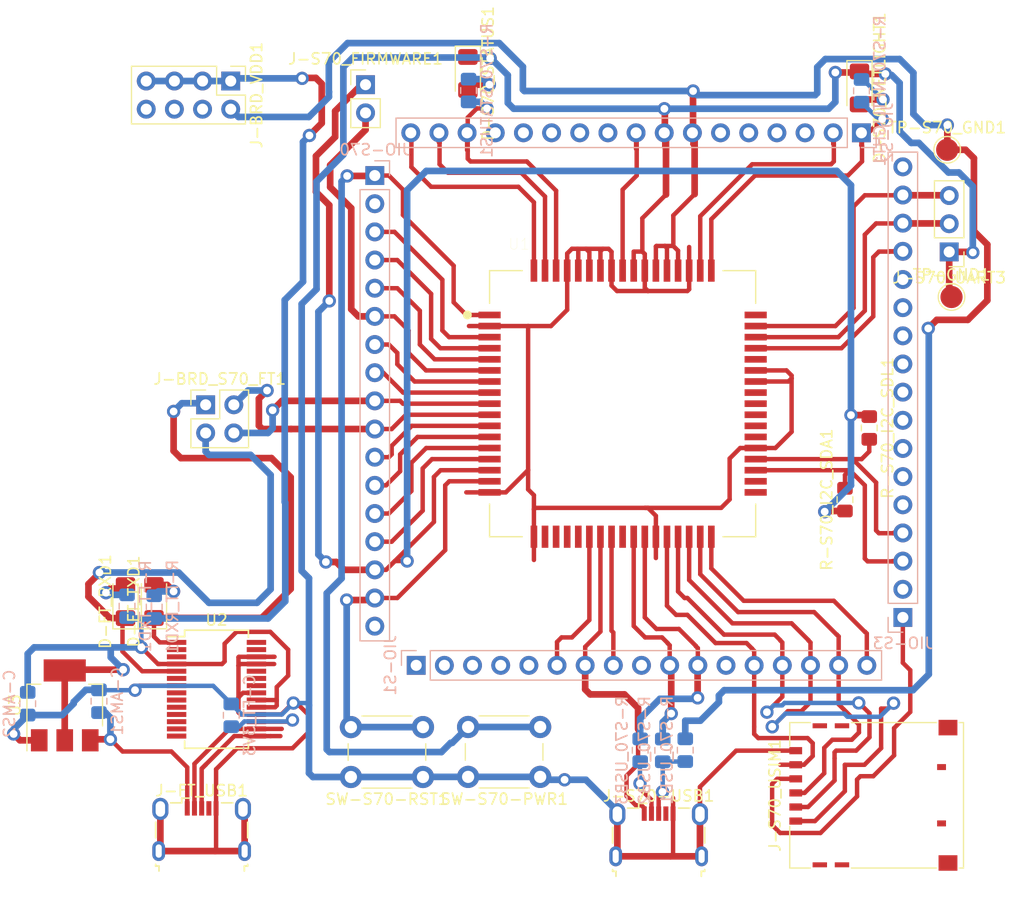
<source format=kicad_pcb>
(kicad_pcb (version 20171130) (host pcbnew 5.1.6)

  (general
    (thickness 1.6)
    (drawings 0)
    (tracks 823)
    (zones 0)
    (modules 34)
    (nets 100)
  )

  (page A4)
  (layers
    (0 F.Cu signal)
    (31 B.Cu signal)
    (32 B.Adhes user)
    (33 F.Adhes user)
    (34 B.Paste user)
    (35 F.Paste user)
    (36 B.SilkS user)
    (37 F.SilkS user)
    (38 B.Mask user)
    (39 F.Mask user)
    (40 Dwgs.User user)
    (41 Cmts.User user)
    (42 Eco1.User user)
    (43 Eco2.User user)
    (44 Edge.Cuts user)
    (45 Margin user)
    (46 B.CrtYd user)
    (47 F.CrtYd user)
    (48 B.Fab user)
    (49 F.Fab user)
  )

  (setup
    (last_trace_width 0.6)
    (user_trace_width 0.3)
    (user_trace_width 0.4)
    (user_trace_width 0.6)
    (user_trace_width 0.9)
    (user_trace_width 1.2)
    (user_trace_width 1.5)
    (trace_clearance 0.15)
    (zone_clearance 0.508)
    (zone_45_only no)
    (trace_min 0.2)
    (via_size 1.2)
    (via_drill 0.7)
    (via_min_size 0.4)
    (via_min_drill 0.3)
    (uvia_size 0.3)
    (uvia_drill 0.1)
    (uvias_allowed no)
    (uvia_min_size 0.2)
    (uvia_min_drill 0.1)
    (edge_width 0.5)
    (segment_width 0.2)
    (pcb_text_width 0.3)
    (pcb_text_size 1.5 1.5)
    (mod_edge_width 0.12)
    (mod_text_size 1 1)
    (mod_text_width 0.15)
    (pad_size 1.524 1.524)
    (pad_drill 0.762)
    (pad_to_mask_clearance 0.05)
    (aux_axis_origin 0 0)
    (visible_elements FFFFEF7F)
    (pcbplotparams
      (layerselection 0x010fc_ffffffff)
      (usegerberextensions false)
      (usegerberattributes true)
      (usegerberadvancedattributes true)
      (creategerberjobfile true)
      (excludeedgelayer true)
      (linewidth 0.100000)
      (plotframeref false)
      (viasonmask false)
      (mode 1)
      (useauxorigin false)
      (hpglpennumber 1)
      (hpglpenspeed 20)
      (hpglpendiameter 15.000000)
      (psnegative false)
      (psa4output false)
      (plotreference true)
      (plotvalue true)
      (plotinvisibletext false)
      (padsonsilk false)
      (subtractmaskfromsilk false)
      (outputformat 1)
      (mirror false)
      (drillshape 1)
      (scaleselection 1)
      (outputdirectory ""))
  )

  (net 0 "")
  (net 1 GND)
  (net 2 /S70_VDD)
  (net 3 /S70_PWRKEY)
  (net 4 /S70_NRST)
  (net 5 "Net-(JIO-S1-Pad1)")
  (net 6 "Net-(JIO-S1-Pad2)")
  (net 7 "Net-(JIO-S1-Pad3)")
  (net 8 "Net-(JIO-S1-Pad4)")
  (net 9 "Net-(JIO-S1-Pad5)")
  (net 10 "Net-(JIO-S1-Pad9)")
  (net 11 "Net-(JIO-S1-Pad12)")
  (net 12 "Net-(JIO-S2-Pad14)")
  (net 13 "Net-(JIO-S2-Pad13)")
  (net 14 "Net-(JIO-S2-Pad12)")
  (net 15 "Net-(JIO-S2-Pad11)")
  (net 16 "Net-(JIO-S2-Pad10)")
  (net 17 "Net-(JIO-S2-Pad6)")
  (net 18 "Net-(JIO-S2-Pad5)")
  (net 19 "Net-(JIO-S2-Pad4)")
  (net 20 "Net-(JIO-S2-Pad3)")
  (net 21 "Net-(JIO-S3-Pad17)")
  (net 22 "Net-(JIO-S3-Pad13)")
  (net 23 "Net-(JIO-S3-Pad12)")
  (net 24 "Net-(JIO-S3-Pad11)")
  (net 25 "Net-(JIO-S3-Pad10)")
  (net 26 "Net-(JIO-S3-Pad9)")
  (net 27 "Net-(JIO-S3-Pad8)")
  (net 28 "Net-(JIO-S3-Pad7)")
  (net 29 "Net-(JIO-S3-Pad6)")
  (net 30 "Net-(JIO-S3-Pad5)")
  (net 31 "Net-(JIO-S3-Pad2)")
  (net 32 "Net-(JIO-S70-Pad2)")
  (net 33 /S70_DTR)
  (net 34 /S70_RI)
  (net 35 /S70_DCD)
  (net 36 /S70_BOOTCFG)
  (net 37 /S70_CTS)
  (net 38 /S70_RTS)
  (net 39 /S70_TXD)
  (net 40 /S70_RXD)
  (net 41 /S70_PCM_CLK)
  (net 42 /S70_PCM_SYNC)
  (net 43 /S70_PCM_DIN)
  (net 44 /S70_PCM_DOUT)
  (net 45 /S70_VDDEXT)
  (net 46 "Net-(JIO-S70-Pad17)")
  (net 47 /S70_USIM_VDD)
  (net 48 /S70_USIM_DATA)
  (net 49 /S70_USIM_CLK)
  (net 50 /S70_USIM_RST)
  (net 51 /S70_USIM_DET)
  (net 52 /S70_MDMLOG_TX)
  (net 53 /S70_USB_VBUS)
  (net 54 /S70_ADC)
  (net 55 /S70_USB_DP)
  (net 56 /S70_USB_DM)
  (net 57 /S70_GPIO0)
  (net 58 /S70_GPIO1)
  (net 59 /S70_GPIO4)
  (net 60 /S70_I2C_SCL)
  (net 61 /S70_I2C_SDA)
  (net 62 /S70_GPIO2)
  (net 63 /S70_GPIO3)
  (net 64 /S70_STATUS)
  (net 65 /S70_ANT_RF)
  (net 66 /S70_ANT_GPS)
  (net 67 /S70_NETLIGHT)
  (net 68 "Net-(D-S70_NETLIGHT1-Pad2)")
  (net 69 "Net-(D-S70_STATUS1-Pad2)")
  (net 70 /USIM_VPP)
  (net 71 "Net-(C-FT_3V3-Pad1)")
  (net 72 "Net-(J-FT_USB1-Pad2)")
  (net 73 "Net-(J-FT_USB1-Pad3)")
  (net 74 "Net-(J-FT_USB1-Pad4)")
  (net 75 "Net-(J-S70-USB1-Pad2)")
  (net 76 "Net-(J-S70-USB1-Pad3)")
  (net 77 "Net-(J-S70-USB1-Pad4)")
  (net 78 /FT_RXD)
  (net 79 "Net-(U2-Pad2)")
  (net 80 "Net-(U2-Pad3)")
  (net 81 VDD)
  (net 82 "Net-(U2-Pad6)")
  (net 83 "Net-(U2-Pad9)")
  (net 84 "Net-(U2-Pad10)")
  (net 85 "Net-(U2-Pad11)")
  (net 86 "Net-(U2-Pad12)")
  (net 87 "Net-(U2-Pad13)")
  (net 88 "Net-(U2-Pad14)")
  (net 89 "Net-(U2-Pad22)")
  (net 90 "Net-(U2-Pad23)")
  (net 91 "Net-(U2-Pad27)")
  (net 92 "Net-(U2-Pad28)")
  (net 93 VCC)
  (net 94 "Net-(D-FT_RXD1-Pad2)")
  (net 95 "Net-(D-FT_TXD1-Pad2)")
  (net 96 /FT_TXD)
  (net 97 "Net-(J-BRD_VDD1-Pad6)")
  (net 98 "Net-(J-BRD_VDD1-Pad8)")
  (net 99 "Net-(J-BRD_VDD1-Pad4)")

  (net_class Default "This is the default net class."
    (clearance 0.15)
    (trace_width 0.25)
    (via_dia 1.2)
    (via_drill 0.7)
    (uvia_dia 0.3)
    (uvia_drill 0.1)
    (add_net /FT_RXD)
    (add_net /FT_TXD)
    (add_net /S70_ADC)
    (add_net /S70_ANT_GPS)
    (add_net /S70_ANT_RF)
    (add_net /S70_BOOTCFG)
    (add_net /S70_CTS)
    (add_net /S70_DCD)
    (add_net /S70_DTR)
    (add_net /S70_GPIO0)
    (add_net /S70_GPIO1)
    (add_net /S70_GPIO2)
    (add_net /S70_GPIO3)
    (add_net /S70_GPIO4)
    (add_net /S70_I2C_SCL)
    (add_net /S70_I2C_SDA)
    (add_net /S70_MDMLOG_TX)
    (add_net /S70_NETLIGHT)
    (add_net /S70_NRST)
    (add_net /S70_PCM_CLK)
    (add_net /S70_PCM_DIN)
    (add_net /S70_PCM_DOUT)
    (add_net /S70_PCM_SYNC)
    (add_net /S70_PWRKEY)
    (add_net /S70_RI)
    (add_net /S70_RTS)
    (add_net /S70_RXD)
    (add_net /S70_STATUS)
    (add_net /S70_TXD)
    (add_net /S70_USB_DM)
    (add_net /S70_USB_DP)
    (add_net /S70_USB_VBUS)
    (add_net /S70_USIM_CLK)
    (add_net /S70_USIM_DATA)
    (add_net /S70_USIM_DET)
    (add_net /S70_USIM_RST)
    (add_net /S70_USIM_VDD)
    (add_net /S70_VDD)
    (add_net /S70_VDDEXT)
    (add_net /USIM_VPP)
    (add_net GND)
    (add_net "Net-(C-FT_3V3-Pad1)")
    (add_net "Net-(D-FT_RXD1-Pad2)")
    (add_net "Net-(D-FT_TXD1-Pad2)")
    (add_net "Net-(D-S70_NETLIGHT1-Pad2)")
    (add_net "Net-(D-S70_STATUS1-Pad2)")
    (add_net "Net-(J-BRD_VDD1-Pad4)")
    (add_net "Net-(J-BRD_VDD1-Pad6)")
    (add_net "Net-(J-BRD_VDD1-Pad8)")
    (add_net "Net-(J-FT_USB1-Pad2)")
    (add_net "Net-(J-FT_USB1-Pad3)")
    (add_net "Net-(J-FT_USB1-Pad4)")
    (add_net "Net-(J-S70-USB1-Pad2)")
    (add_net "Net-(J-S70-USB1-Pad3)")
    (add_net "Net-(J-S70-USB1-Pad4)")
    (add_net "Net-(JIO-S1-Pad1)")
    (add_net "Net-(JIO-S1-Pad12)")
    (add_net "Net-(JIO-S1-Pad2)")
    (add_net "Net-(JIO-S1-Pad3)")
    (add_net "Net-(JIO-S1-Pad4)")
    (add_net "Net-(JIO-S1-Pad5)")
    (add_net "Net-(JIO-S1-Pad9)")
    (add_net "Net-(JIO-S2-Pad10)")
    (add_net "Net-(JIO-S2-Pad11)")
    (add_net "Net-(JIO-S2-Pad12)")
    (add_net "Net-(JIO-S2-Pad13)")
    (add_net "Net-(JIO-S2-Pad14)")
    (add_net "Net-(JIO-S2-Pad3)")
    (add_net "Net-(JIO-S2-Pad4)")
    (add_net "Net-(JIO-S2-Pad5)")
    (add_net "Net-(JIO-S2-Pad6)")
    (add_net "Net-(JIO-S3-Pad10)")
    (add_net "Net-(JIO-S3-Pad11)")
    (add_net "Net-(JIO-S3-Pad12)")
    (add_net "Net-(JIO-S3-Pad13)")
    (add_net "Net-(JIO-S3-Pad17)")
    (add_net "Net-(JIO-S3-Pad2)")
    (add_net "Net-(JIO-S3-Pad5)")
    (add_net "Net-(JIO-S3-Pad6)")
    (add_net "Net-(JIO-S3-Pad7)")
    (add_net "Net-(JIO-S3-Pad8)")
    (add_net "Net-(JIO-S3-Pad9)")
    (add_net "Net-(JIO-S70-Pad17)")
    (add_net "Net-(JIO-S70-Pad2)")
    (add_net "Net-(U2-Pad10)")
    (add_net "Net-(U2-Pad11)")
    (add_net "Net-(U2-Pad12)")
    (add_net "Net-(U2-Pad13)")
    (add_net "Net-(U2-Pad14)")
    (add_net "Net-(U2-Pad2)")
    (add_net "Net-(U2-Pad22)")
    (add_net "Net-(U2-Pad23)")
    (add_net "Net-(U2-Pad27)")
    (add_net "Net-(U2-Pad28)")
    (add_net "Net-(U2-Pad3)")
    (add_net "Net-(U2-Pad6)")
    (add_net "Net-(U2-Pad9)")
    (add_net VCC)
    (add_net VDD)
  )

  (module Connector_PinHeader_2.54mm:PinHeader_1x17_P2.54mm_Vertical (layer B.Cu) (tedit 59FED5CC) (tstamp 5F92175C)
    (at 167.82 104.88 270)
    (descr "Through hole straight pin header, 1x17, 2.54mm pitch, single row")
    (tags "Through hole pin header THT 1x17 2.54mm single row")
    (path /5F98F8D2)
    (fp_text reference JIO-S1 (at 0 2.33 270) (layer B.SilkS)
      (effects (font (size 1 1) (thickness 0.15)) (justify mirror))
    )
    (fp_text value Conn_01x17_Male (at 0 -42.97 270) (layer B.Fab)
      (effects (font (size 1 1) (thickness 0.15)) (justify mirror))
    )
    (fp_line (start -0.635 1.27) (end 1.27 1.27) (layer B.Fab) (width 0.1))
    (fp_line (start 1.27 1.27) (end 1.27 -41.91) (layer B.Fab) (width 0.1))
    (fp_line (start 1.27 -41.91) (end -1.27 -41.91) (layer B.Fab) (width 0.1))
    (fp_line (start -1.27 -41.91) (end -1.27 0.635) (layer B.Fab) (width 0.1))
    (fp_line (start -1.27 0.635) (end -0.635 1.27) (layer B.Fab) (width 0.1))
    (fp_line (start -1.33 -41.97) (end 1.33 -41.97) (layer B.SilkS) (width 0.12))
    (fp_line (start -1.33 -1.27) (end -1.33 -41.97) (layer B.SilkS) (width 0.12))
    (fp_line (start 1.33 -1.27) (end 1.33 -41.97) (layer B.SilkS) (width 0.12))
    (fp_line (start -1.33 -1.27) (end 1.33 -1.27) (layer B.SilkS) (width 0.12))
    (fp_line (start -1.33 0) (end -1.33 1.33) (layer B.SilkS) (width 0.12))
    (fp_line (start -1.33 1.33) (end 0 1.33) (layer B.SilkS) (width 0.12))
    (fp_line (start -1.8 1.8) (end -1.8 -42.45) (layer B.CrtYd) (width 0.05))
    (fp_line (start -1.8 -42.45) (end 1.8 -42.45) (layer B.CrtYd) (width 0.05))
    (fp_line (start 1.8 -42.45) (end 1.8 1.8) (layer B.CrtYd) (width 0.05))
    (fp_line (start 1.8 1.8) (end -1.8 1.8) (layer B.CrtYd) (width 0.05))
    (fp_text user %R (at 0 -20.32) (layer B.Fab)
      (effects (font (size 1 1) (thickness 0.15)) (justify mirror))
    )
    (pad 1 thru_hole rect (at 0 0 270) (size 1.7 1.7) (drill 1) (layers *.Cu *.Mask)
      (net 5 "Net-(JIO-S1-Pad1)"))
    (pad 2 thru_hole oval (at 0 -2.54 270) (size 1.7 1.7) (drill 1) (layers *.Cu *.Mask)
      (net 6 "Net-(JIO-S1-Pad2)"))
    (pad 3 thru_hole oval (at 0 -5.08 270) (size 1.7 1.7) (drill 1) (layers *.Cu *.Mask)
      (net 7 "Net-(JIO-S1-Pad3)"))
    (pad 4 thru_hole oval (at 0 -7.62 270) (size 1.7 1.7) (drill 1) (layers *.Cu *.Mask)
      (net 8 "Net-(JIO-S1-Pad4)"))
    (pad 5 thru_hole oval (at 0 -10.16 270) (size 1.7 1.7) (drill 1) (layers *.Cu *.Mask)
      (net 9 "Net-(JIO-S1-Pad5)"))
    (pad 6 thru_hole oval (at 0 -12.7 270) (size 1.7 1.7) (drill 1) (layers *.Cu *.Mask)
      (net 52 /S70_MDMLOG_TX))
    (pad 7 thru_hole oval (at 0 -15.24 270) (size 1.7 1.7) (drill 1) (layers *.Cu *.Mask)
      (net 53 /S70_USB_VBUS))
    (pad 8 thru_hole oval (at 0 -17.78 270) (size 1.7 1.7) (drill 1) (layers *.Cu *.Mask)
      (net 54 /S70_ADC))
    (pad 9 thru_hole oval (at 0 -20.32 270) (size 1.7 1.7) (drill 1) (layers *.Cu *.Mask)
      (net 10 "Net-(JIO-S1-Pad9)"))
    (pad 10 thru_hole oval (at 0 -22.86 270) (size 1.7 1.7) (drill 1) (layers *.Cu *.Mask)
      (net 55 /S70_USB_DP))
    (pad 11 thru_hole oval (at 0 -25.4 270) (size 1.7 1.7) (drill 1) (layers *.Cu *.Mask)
      (net 56 /S70_USB_DM))
    (pad 12 thru_hole oval (at 0 -27.94 270) (size 1.7 1.7) (drill 1) (layers *.Cu *.Mask)
      (net 11 "Net-(JIO-S1-Pad12)"))
    (pad 13 thru_hole oval (at 0 -30.48 270) (size 1.7 1.7) (drill 1) (layers *.Cu *.Mask)
      (net 47 /S70_USIM_VDD))
    (pad 14 thru_hole oval (at 0 -33.02 270) (size 1.7 1.7) (drill 1) (layers *.Cu *.Mask)
      (net 48 /S70_USIM_DATA))
    (pad 15 thru_hole oval (at 0 -35.56 270) (size 1.7 1.7) (drill 1) (layers *.Cu *.Mask)
      (net 49 /S70_USIM_CLK))
    (pad 16 thru_hole oval (at 0 -38.1 270) (size 1.7 1.7) (drill 1) (layers *.Cu *.Mask)
      (net 50 /S70_USIM_RST))
    (pad 17 thru_hole oval (at 0 -40.64 270) (size 1.7 1.7) (drill 1) (layers *.Cu *.Mask)
      (net 51 /S70_USIM_DET))
  )

  (module LED_SMD:LED_1206_3216Metric_Pad1.42x1.75mm_HandSolder (layer F.Cu) (tedit 5B4B45C9) (tstamp 5F9216C8)
    (at 207.8 52.8025 270)
    (descr "LED SMD 1206 (3216 Metric), square (rectangular) end terminal, IPC_7351 nominal, (Body size source: http://www.tortai-tech.com/upload/download/2011102023233369053.pdf), generated with kicad-footprint-generator")
    (tags "LED handsolder")
    (path /5FB7D458)
    (attr smd)
    (fp_text reference D-S70_NETLIGHT1 (at 0 -1.82 90) (layer F.SilkS)
      (effects (font (size 1 1) (thickness 0.15)))
    )
    (fp_text value LED (at 0 1.82 90) (layer F.Fab)
      (effects (font (size 1 1) (thickness 0.15)))
    )
    (fp_line (start 1.6 -0.8) (end -1.2 -0.8) (layer F.Fab) (width 0.1))
    (fp_line (start -1.2 -0.8) (end -1.6 -0.4) (layer F.Fab) (width 0.1))
    (fp_line (start -1.6 -0.4) (end -1.6 0.8) (layer F.Fab) (width 0.1))
    (fp_line (start -1.6 0.8) (end 1.6 0.8) (layer F.Fab) (width 0.1))
    (fp_line (start 1.6 0.8) (end 1.6 -0.8) (layer F.Fab) (width 0.1))
    (fp_line (start 1.6 -1.135) (end -2.46 -1.135) (layer F.SilkS) (width 0.12))
    (fp_line (start -2.46 -1.135) (end -2.46 1.135) (layer F.SilkS) (width 0.12))
    (fp_line (start -2.46 1.135) (end 1.6 1.135) (layer F.SilkS) (width 0.12))
    (fp_line (start -2.45 1.12) (end -2.45 -1.12) (layer F.CrtYd) (width 0.05))
    (fp_line (start -2.45 -1.12) (end 2.45 -1.12) (layer F.CrtYd) (width 0.05))
    (fp_line (start 2.45 -1.12) (end 2.45 1.12) (layer F.CrtYd) (width 0.05))
    (fp_line (start 2.45 1.12) (end -2.45 1.12) (layer F.CrtYd) (width 0.05))
    (fp_text user %R (at 0 0 90) (layer F.Fab)
      (effects (font (size 0.8 0.8) (thickness 0.12)))
    )
    (pad 1 smd roundrect (at -1.4875 0 270) (size 1.425 1.75) (layers F.Cu F.Paste F.Mask) (roundrect_rratio 0.175439)
      (net 1 GND))
    (pad 2 smd roundrect (at 1.4875 0 270) (size 1.425 1.75) (layers F.Cu F.Paste F.Mask) (roundrect_rratio 0.175439)
      (net 68 "Net-(D-S70_NETLIGHT1-Pad2)"))
    (model ${KISYS3DMOD}/LED_SMD.3dshapes/LED_1206_3216Metric.wrl
      (at (xyz 0 0 0))
      (scale (xyz 1 1 1))
      (rotate (xyz 0 0 0))
    )
  )

  (module LED_SMD:LED_1206_3216Metric_Pad1.42x1.75mm_HandSolder (layer F.Cu) (tedit 5B4B45C9) (tstamp 5F9216DB)
    (at 172.48 51.4975 270)
    (descr "LED SMD 1206 (3216 Metric), square (rectangular) end terminal, IPC_7351 nominal, (Body size source: http://www.tortai-tech.com/upload/download/2011102023233369053.pdf), generated with kicad-footprint-generator")
    (tags "LED handsolder")
    (path /5FB99B42)
    (attr smd)
    (fp_text reference D-S70_STATUS1 (at 0 -1.82 90) (layer F.SilkS)
      (effects (font (size 1 1) (thickness 0.15)))
    )
    (fp_text value LED (at 0 1.82 90) (layer F.Fab)
      (effects (font (size 1 1) (thickness 0.15)))
    )
    (fp_line (start 2.45 1.12) (end -2.45 1.12) (layer F.CrtYd) (width 0.05))
    (fp_line (start 2.45 -1.12) (end 2.45 1.12) (layer F.CrtYd) (width 0.05))
    (fp_line (start -2.45 -1.12) (end 2.45 -1.12) (layer F.CrtYd) (width 0.05))
    (fp_line (start -2.45 1.12) (end -2.45 -1.12) (layer F.CrtYd) (width 0.05))
    (fp_line (start -2.46 1.135) (end 1.6 1.135) (layer F.SilkS) (width 0.12))
    (fp_line (start -2.46 -1.135) (end -2.46 1.135) (layer F.SilkS) (width 0.12))
    (fp_line (start 1.6 -1.135) (end -2.46 -1.135) (layer F.SilkS) (width 0.12))
    (fp_line (start 1.6 0.8) (end 1.6 -0.8) (layer F.Fab) (width 0.1))
    (fp_line (start -1.6 0.8) (end 1.6 0.8) (layer F.Fab) (width 0.1))
    (fp_line (start -1.6 -0.4) (end -1.6 0.8) (layer F.Fab) (width 0.1))
    (fp_line (start -1.2 -0.8) (end -1.6 -0.4) (layer F.Fab) (width 0.1))
    (fp_line (start 1.6 -0.8) (end -1.2 -0.8) (layer F.Fab) (width 0.1))
    (fp_text user %R (at 0 0 90) (layer F.Fab)
      (effects (font (size 0.8 0.8) (thickness 0.12)))
    )
    (pad 2 smd roundrect (at 1.4875 0 270) (size 1.425 1.75) (layers F.Cu F.Paste F.Mask) (roundrect_rratio 0.175439)
      (net 69 "Net-(D-S70_STATUS1-Pad2)"))
    (pad 1 smd roundrect (at -1.4875 0 270) (size 1.425 1.75) (layers F.Cu F.Paste F.Mask) (roundrect_rratio 0.175439)
      (net 1 GND))
    (model ${KISYS3DMOD}/LED_SMD.3dshapes/LED_1206_3216Metric.wrl
      (at (xyz 0 0 0))
      (scale (xyz 1 1 1))
      (rotate (xyz 0 0 0))
    )
  )

  (module Connector_PinHeader_2.54mm:PinHeader_1x02_P2.54mm_Vertical (layer F.Cu) (tedit 59FED5CC) (tstamp 5F9216F1)
    (at 163.25 52.51)
    (descr "Through hole straight pin header, 1x02, 2.54mm pitch, single row")
    (tags "Through hole pin header THT 1x02 2.54mm single row")
    (path /5FC604B1)
    (fp_text reference J-S70_FIRMWARE1 (at 0 -2.33) (layer F.SilkS)
      (effects (font (size 1 1) (thickness 0.15)))
    )
    (fp_text value Conn_01x02_Male (at 0 4.87) (layer F.Fab)
      (effects (font (size 1 1) (thickness 0.15)))
    )
    (fp_line (start -0.635 -1.27) (end 1.27 -1.27) (layer F.Fab) (width 0.1))
    (fp_line (start 1.27 -1.27) (end 1.27 3.81) (layer F.Fab) (width 0.1))
    (fp_line (start 1.27 3.81) (end -1.27 3.81) (layer F.Fab) (width 0.1))
    (fp_line (start -1.27 3.81) (end -1.27 -0.635) (layer F.Fab) (width 0.1))
    (fp_line (start -1.27 -0.635) (end -0.635 -1.27) (layer F.Fab) (width 0.1))
    (fp_line (start -1.33 3.87) (end 1.33 3.87) (layer F.SilkS) (width 0.12))
    (fp_line (start -1.33 1.27) (end -1.33 3.87) (layer F.SilkS) (width 0.12))
    (fp_line (start 1.33 1.27) (end 1.33 3.87) (layer F.SilkS) (width 0.12))
    (fp_line (start -1.33 1.27) (end 1.33 1.27) (layer F.SilkS) (width 0.12))
    (fp_line (start -1.33 0) (end -1.33 -1.33) (layer F.SilkS) (width 0.12))
    (fp_line (start -1.33 -1.33) (end 0 -1.33) (layer F.SilkS) (width 0.12))
    (fp_line (start -1.8 -1.8) (end -1.8 4.35) (layer F.CrtYd) (width 0.05))
    (fp_line (start -1.8 4.35) (end 1.8 4.35) (layer F.CrtYd) (width 0.05))
    (fp_line (start 1.8 4.35) (end 1.8 -1.8) (layer F.CrtYd) (width 0.05))
    (fp_line (start 1.8 -1.8) (end -1.8 -1.8) (layer F.CrtYd) (width 0.05))
    (fp_text user %R (at 0 1.27 90) (layer F.Fab)
      (effects (font (size 1 1) (thickness 0.15)))
    )
    (pad 1 thru_hole rect (at 0 0) (size 1.7 1.7) (drill 1) (layers *.Cu *.Mask)
      (net 45 /S70_VDDEXT))
    (pad 2 thru_hole oval (at 0 2.54) (size 1.7 1.7) (drill 1) (layers *.Cu *.Mask)
      (net 36 /S70_BOOTCFG))
    (model ${KISYS3DMOD}/Connector_PinHeader_2.54mm.3dshapes/PinHeader_1x02_P2.54mm_Vertical.wrl
      (at (xyz 0 0 0))
      (scale (xyz 1 1 1))
      (rotate (xyz 0 0 0))
    )
  )

  (module Connector_PinHeader_2.54mm:PinHeader_1x03_P2.54mm_Vertical (layer F.Cu) (tedit 59FED5CC) (tstamp 5F921708)
    (at 215.89 67.59 180)
    (descr "Through hole straight pin header, 1x03, 2.54mm pitch, single row")
    (tags "Through hole pin header THT 1x03 2.54mm single row")
    (path /5FCE0395)
    (fp_text reference J-S70_UART3 (at 0 -2.33) (layer F.SilkS)
      (effects (font (size 1 1) (thickness 0.15)))
    )
    (fp_text value Conn_01x03_Male (at 0 7.41) (layer F.Fab)
      (effects (font (size 1 1) (thickness 0.15)))
    )
    (fp_line (start -0.635 -1.27) (end 1.27 -1.27) (layer F.Fab) (width 0.1))
    (fp_line (start 1.27 -1.27) (end 1.27 6.35) (layer F.Fab) (width 0.1))
    (fp_line (start 1.27 6.35) (end -1.27 6.35) (layer F.Fab) (width 0.1))
    (fp_line (start -1.27 6.35) (end -1.27 -0.635) (layer F.Fab) (width 0.1))
    (fp_line (start -1.27 -0.635) (end -0.635 -1.27) (layer F.Fab) (width 0.1))
    (fp_line (start -1.33 6.41) (end 1.33 6.41) (layer F.SilkS) (width 0.12))
    (fp_line (start -1.33 1.27) (end -1.33 6.41) (layer F.SilkS) (width 0.12))
    (fp_line (start 1.33 1.27) (end 1.33 6.41) (layer F.SilkS) (width 0.12))
    (fp_line (start -1.33 1.27) (end 1.33 1.27) (layer F.SilkS) (width 0.12))
    (fp_line (start -1.33 0) (end -1.33 -1.33) (layer F.SilkS) (width 0.12))
    (fp_line (start -1.33 -1.33) (end 0 -1.33) (layer F.SilkS) (width 0.12))
    (fp_line (start -1.8 -1.8) (end -1.8 6.85) (layer F.CrtYd) (width 0.05))
    (fp_line (start -1.8 6.85) (end 1.8 6.85) (layer F.CrtYd) (width 0.05))
    (fp_line (start 1.8 6.85) (end 1.8 -1.8) (layer F.CrtYd) (width 0.05))
    (fp_line (start 1.8 -1.8) (end -1.8 -1.8) (layer F.CrtYd) (width 0.05))
    (fp_text user %R (at 0 2.54 90) (layer F.Fab)
      (effects (font (size 1 1) (thickness 0.15)))
    )
    (pad 1 thru_hole rect (at 0 0 180) (size 1.7 1.7) (drill 1) (layers *.Cu *.Mask)
      (net 1 GND))
    (pad 2 thru_hole oval (at 0 2.54 180) (size 1.7 1.7) (drill 1) (layers *.Cu *.Mask)
      (net 58 /S70_GPIO1))
    (pad 3 thru_hole oval (at 0 5.08 180) (size 1.7 1.7) (drill 1) (layers *.Cu *.Mask)
      (net 57 /S70_GPIO0))
    (model ${KISYS3DMOD}/Connector_PinHeader_2.54mm.3dshapes/PinHeader_1x03_P2.54mm_Vertical.wrl
      (at (xyz 0 0 0))
      (scale (xyz 1 1 1))
      (rotate (xyz 0 0 0))
    )
  )

  (module Connector_USB:USB_Micro-B_Wuerth_629105150521 (layer F.Cu) (tedit 5A142044) (tstamp 5F921737)
    (at 189.686 120.154)
    (descr "USB Micro-B receptacle, http://www.mouser.com/ds/2/445/629105150521-469306.pdf")
    (tags "usb micro receptacle")
    (path /5FB78FFE)
    (attr smd)
    (fp_text reference J-S70-USB1 (at 0 -3.5) (layer F.SilkS)
      (effects (font (size 1 1) (thickness 0.15)))
    )
    (fp_text value USB_B_Micro (at 0 5.6) (layer F.Fab)
      (effects (font (size 1 1) (thickness 0.15)))
    )
    (fp_line (start -4 -2.25) (end -4 3.15) (layer F.Fab) (width 0.15))
    (fp_line (start -4 3.15) (end -3.7 3.15) (layer F.Fab) (width 0.15))
    (fp_line (start -3.7 3.15) (end -3.7 4.35) (layer F.Fab) (width 0.15))
    (fp_line (start -3.7 4.35) (end 3.7 4.35) (layer F.Fab) (width 0.15))
    (fp_line (start 3.7 4.35) (end 3.7 3.15) (layer F.Fab) (width 0.15))
    (fp_line (start 3.7 3.15) (end 4 3.15) (layer F.Fab) (width 0.15))
    (fp_line (start 4 3.15) (end 4 -2.25) (layer F.Fab) (width 0.15))
    (fp_line (start 4 -2.25) (end -4 -2.25) (layer F.Fab) (width 0.15))
    (fp_line (start -2.7 3.75) (end 2.7 3.75) (layer F.Fab) (width 0.15))
    (fp_line (start -1.075 -2.725) (end -1.3 -2.55) (layer F.Fab) (width 0.15))
    (fp_line (start -1.3 -2.55) (end -1.525 -2.725) (layer F.Fab) (width 0.15))
    (fp_line (start -1.525 -2.725) (end -1.525 -2.95) (layer F.Fab) (width 0.15))
    (fp_line (start -1.525 -2.95) (end -1.075 -2.95) (layer F.Fab) (width 0.15))
    (fp_line (start -1.075 -2.95) (end -1.075 -2.725) (layer F.Fab) (width 0.15))
    (fp_line (start -4.15 -0.65) (end -4.15 0.75) (layer F.SilkS) (width 0.15))
    (fp_line (start -4.15 3.15) (end -4.15 3.3) (layer F.SilkS) (width 0.15))
    (fp_line (start -4.15 3.3) (end -3.85 3.3) (layer F.SilkS) (width 0.15))
    (fp_line (start -3.85 3.3) (end -3.85 3.75) (layer F.SilkS) (width 0.15))
    (fp_line (start 3.85 3.75) (end 3.85 3.3) (layer F.SilkS) (width 0.15))
    (fp_line (start 3.85 3.3) (end 4.15 3.3) (layer F.SilkS) (width 0.15))
    (fp_line (start 4.15 3.3) (end 4.15 3.15) (layer F.SilkS) (width 0.15))
    (fp_line (start 4.15 0.75) (end 4.15 -0.65) (layer F.SilkS) (width 0.15))
    (fp_line (start -1.075 -2.825) (end -1.8 -2.825) (layer F.SilkS) (width 0.15))
    (fp_line (start -1.8 -2.825) (end -1.8 -2.4) (layer F.SilkS) (width 0.15))
    (fp_line (start -1.8 -2.4) (end -2.8 -2.4) (layer F.SilkS) (width 0.15))
    (fp_line (start 1.8 -2.4) (end 2.8 -2.4) (layer F.SilkS) (width 0.15))
    (fp_line (start -4.94 -3.34) (end -4.94 4.85) (layer F.CrtYd) (width 0.05))
    (fp_line (start -4.94 4.85) (end 4.95 4.85) (layer F.CrtYd) (width 0.05))
    (fp_line (start 4.95 4.85) (end 4.95 -3.34) (layer F.CrtYd) (width 0.05))
    (fp_line (start 4.95 -3.34) (end -4.94 -3.34) (layer F.CrtYd) (width 0.05))
    (fp_text user %R (at 0 1.05) (layer F.Fab)
      (effects (font (size 1 1) (thickness 0.15)))
    )
    (fp_text user "PCB Edge" (at 0 3.75) (layer Dwgs.User)
      (effects (font (size 0.5 0.5) (thickness 0.08)))
    )
    (pad 1 smd rect (at -1.3 -1.9) (size 0.45 1.3) (layers F.Cu F.Paste F.Mask)
      (net 53 /S70_USB_VBUS))
    (pad 2 smd rect (at -0.65 -1.9) (size 0.45 1.3) (layers F.Cu F.Paste F.Mask)
      (net 75 "Net-(J-S70-USB1-Pad2)"))
    (pad 3 smd rect (at 0 -1.9) (size 0.45 1.3) (layers F.Cu F.Paste F.Mask)
      (net 76 "Net-(J-S70-USB1-Pad3)"))
    (pad 4 smd rect (at 0.65 -1.9) (size 0.45 1.3) (layers F.Cu F.Paste F.Mask)
      (net 77 "Net-(J-S70-USB1-Pad4)"))
    (pad 5 smd rect (at 1.3 -1.9) (size 0.45 1.3) (layers F.Cu F.Paste F.Mask)
      (net 1 GND))
    (pad 6 thru_hole oval (at -3.725 -1.85) (size 1.45 2) (drill oval 0.85 1.4) (layers *.Cu *.Mask)
      (net 1 GND))
    (pad 6 thru_hole oval (at 3.725 -1.85) (size 1.45 2) (drill oval 0.85 1.4) (layers *.Cu *.Mask)
      (net 1 GND))
    (pad 6 thru_hole oval (at -3.875 1.95) (size 1.15 1.8) (drill oval 0.55 1.2) (layers *.Cu *.Mask)
      (net 1 GND))
    (pad 6 thru_hole oval (at 3.875 1.95) (size 1.15 1.8) (drill oval 0.55 1.2) (layers *.Cu *.Mask)
      (net 1 GND))
    (pad "" np_thru_hole oval (at -2.5 -0.8) (size 0.8 0.8) (drill 0.8) (layers *.Cu *.Mask))
    (pad "" np_thru_hole oval (at 2.5 -0.8) (size 0.8 0.8) (drill 0.8) (layers *.Cu *.Mask))
    (model /home/achmaday/_development_/Projects/wahyu-job/circuit/kicadlib/packages3d/micro-usb-smd.wrl
      (offset (xyz 0 -3.5 1.5))
      (scale (xyz 1 1 1))
      (rotate (xyz -90 0 0))
    )
  )

  (module Connector_PinHeader_2.54mm:PinHeader_1x17_P2.54mm_Vertical (layer B.Cu) (tedit 59FED5CC) (tstamp 5F921781)
    (at 207.97 56.85 90)
    (descr "Through hole straight pin header, 1x17, 2.54mm pitch, single row")
    (tags "Through hole pin header THT 1x17 2.54mm single row")
    (path /5F993C82)
    (fp_text reference JIO-S2 (at 0 2.33 -90) (layer B.SilkS)
      (effects (font (size 1 1) (thickness 0.15)) (justify mirror))
    )
    (fp_text value Conn_01x17_Male (at 0 -42.97 -90) (layer B.Fab)
      (effects (font (size 1 1) (thickness 0.15)) (justify mirror))
    )
    (fp_line (start 1.8 1.8) (end -1.8 1.8) (layer B.CrtYd) (width 0.05))
    (fp_line (start 1.8 -42.45) (end 1.8 1.8) (layer B.CrtYd) (width 0.05))
    (fp_line (start -1.8 -42.45) (end 1.8 -42.45) (layer B.CrtYd) (width 0.05))
    (fp_line (start -1.8 1.8) (end -1.8 -42.45) (layer B.CrtYd) (width 0.05))
    (fp_line (start -1.33 1.33) (end 0 1.33) (layer B.SilkS) (width 0.12))
    (fp_line (start -1.33 0) (end -1.33 1.33) (layer B.SilkS) (width 0.12))
    (fp_line (start -1.33 -1.27) (end 1.33 -1.27) (layer B.SilkS) (width 0.12))
    (fp_line (start 1.33 -1.27) (end 1.33 -41.97) (layer B.SilkS) (width 0.12))
    (fp_line (start -1.33 -1.27) (end -1.33 -41.97) (layer B.SilkS) (width 0.12))
    (fp_line (start -1.33 -41.97) (end 1.33 -41.97) (layer B.SilkS) (width 0.12))
    (fp_line (start -1.27 0.635) (end -0.635 1.27) (layer B.Fab) (width 0.1))
    (fp_line (start -1.27 -41.91) (end -1.27 0.635) (layer B.Fab) (width 0.1))
    (fp_line (start 1.27 -41.91) (end -1.27 -41.91) (layer B.Fab) (width 0.1))
    (fp_line (start 1.27 1.27) (end 1.27 -41.91) (layer B.Fab) (width 0.1))
    (fp_line (start -0.635 1.27) (end 1.27 1.27) (layer B.Fab) (width 0.1))
    (fp_text user %R (at 0 -20.32) (layer B.Fab)
      (effects (font (size 1 1) (thickness 0.15)) (justify mirror))
    )
    (pad 17 thru_hole oval (at 0 -40.64 90) (size 1.7 1.7) (drill 1) (layers *.Cu *.Mask)
      (net 63 /S70_GPIO3))
    (pad 16 thru_hole oval (at 0 -38.1 90) (size 1.7 1.7) (drill 1) (layers *.Cu *.Mask)
      (net 62 /S70_GPIO2))
    (pad 15 thru_hole oval (at 0 -35.56 90) (size 1.7 1.7) (drill 1) (layers *.Cu *.Mask)
      (net 64 /S70_STATUS))
    (pad 14 thru_hole oval (at 0 -33.02 90) (size 1.7 1.7) (drill 1) (layers *.Cu *.Mask)
      (net 12 "Net-(JIO-S2-Pad14)"))
    (pad 13 thru_hole oval (at 0 -30.48 90) (size 1.7 1.7) (drill 1) (layers *.Cu *.Mask)
      (net 13 "Net-(JIO-S2-Pad13)"))
    (pad 12 thru_hole oval (at 0 -27.94 90) (size 1.7 1.7) (drill 1) (layers *.Cu *.Mask)
      (net 14 "Net-(JIO-S2-Pad12)"))
    (pad 11 thru_hole oval (at 0 -25.4 90) (size 1.7 1.7) (drill 1) (layers *.Cu *.Mask)
      (net 15 "Net-(JIO-S2-Pad11)"))
    (pad 10 thru_hole oval (at 0 -22.86 90) (size 1.7 1.7) (drill 1) (layers *.Cu *.Mask)
      (net 16 "Net-(JIO-S2-Pad10)"))
    (pad 9 thru_hole oval (at 0 -20.32 90) (size 1.7 1.7) (drill 1) (layers *.Cu *.Mask)
      (net 65 /S70_ANT_RF))
    (pad 8 thru_hole oval (at 0 -17.78 90) (size 1.7 1.7) (drill 1) (layers *.Cu *.Mask)
      (net 1 GND))
    (pad 7 thru_hole oval (at 0 -15.24 90) (size 1.7 1.7) (drill 1) (layers *.Cu *.Mask)
      (net 2 /S70_VDD))
    (pad 6 thru_hole oval (at 0 -12.7 90) (size 1.7 1.7) (drill 1) (layers *.Cu *.Mask)
      (net 17 "Net-(JIO-S2-Pad6)"))
    (pad 5 thru_hole oval (at 0 -10.16 90) (size 1.7 1.7) (drill 1) (layers *.Cu *.Mask)
      (net 18 "Net-(JIO-S2-Pad5)"))
    (pad 4 thru_hole oval (at 0 -7.62 90) (size 1.7 1.7) (drill 1) (layers *.Cu *.Mask)
      (net 19 "Net-(JIO-S2-Pad4)"))
    (pad 3 thru_hole oval (at 0 -5.08 90) (size 1.7 1.7) (drill 1) (layers *.Cu *.Mask)
      (net 20 "Net-(JIO-S2-Pad3)"))
    (pad 2 thru_hole oval (at 0 -2.54 90) (size 1.7 1.7) (drill 1) (layers *.Cu *.Mask)
      (net 66 /S70_ANT_GPS))
    (pad 1 thru_hole rect (at 0 0 90) (size 1.7 1.7) (drill 1) (layers *.Cu *.Mask)
      (net 67 /S70_NETLIGHT))
  )

  (module Connector_PinHeader_2.54mm:PinHeader_1x17_P2.54mm_Vertical (layer B.Cu) (tedit 59FED5CC) (tstamp 5F9217A6)
    (at 211.71 100.56)
    (descr "Through hole straight pin header, 1x17, 2.54mm pitch, single row")
    (tags "Through hole pin header THT 1x17 2.54mm single row")
    (path /5F98CFB8)
    (fp_text reference JIO-S3 (at 0 2.33) (layer B.SilkS)
      (effects (font (size 1 1) (thickness 0.15)) (justify mirror))
    )
    (fp_text value Conn_01x17_Male (at 0 -42.97) (layer B.Fab)
      (effects (font (size 1 1) (thickness 0.15)) (justify mirror))
    )
    (fp_line (start 1.8 1.8) (end -1.8 1.8) (layer B.CrtYd) (width 0.05))
    (fp_line (start 1.8 -42.45) (end 1.8 1.8) (layer B.CrtYd) (width 0.05))
    (fp_line (start -1.8 -42.45) (end 1.8 -42.45) (layer B.CrtYd) (width 0.05))
    (fp_line (start -1.8 1.8) (end -1.8 -42.45) (layer B.CrtYd) (width 0.05))
    (fp_line (start -1.33 1.33) (end 0 1.33) (layer B.SilkS) (width 0.12))
    (fp_line (start -1.33 0) (end -1.33 1.33) (layer B.SilkS) (width 0.12))
    (fp_line (start -1.33 -1.27) (end 1.33 -1.27) (layer B.SilkS) (width 0.12))
    (fp_line (start 1.33 -1.27) (end 1.33 -41.97) (layer B.SilkS) (width 0.12))
    (fp_line (start -1.33 -1.27) (end -1.33 -41.97) (layer B.SilkS) (width 0.12))
    (fp_line (start -1.33 -41.97) (end 1.33 -41.97) (layer B.SilkS) (width 0.12))
    (fp_line (start -1.27 0.635) (end -0.635 1.27) (layer B.Fab) (width 0.1))
    (fp_line (start -1.27 -41.91) (end -1.27 0.635) (layer B.Fab) (width 0.1))
    (fp_line (start 1.27 -41.91) (end -1.27 -41.91) (layer B.Fab) (width 0.1))
    (fp_line (start 1.27 1.27) (end 1.27 -41.91) (layer B.Fab) (width 0.1))
    (fp_line (start -0.635 1.27) (end 1.27 1.27) (layer B.Fab) (width 0.1))
    (fp_text user %R (at 0 -20.32 -90) (layer B.Fab)
      (effects (font (size 1 1) (thickness 0.15)) (justify mirror))
    )
    (pad 17 thru_hole oval (at 0 -40.64) (size 1.7 1.7) (drill 1) (layers *.Cu *.Mask)
      (net 21 "Net-(JIO-S3-Pad17)"))
    (pad 16 thru_hole oval (at 0 -38.1) (size 1.7 1.7) (drill 1) (layers *.Cu *.Mask)
      (net 57 /S70_GPIO0))
    (pad 15 thru_hole oval (at 0 -35.56) (size 1.7 1.7) (drill 1) (layers *.Cu *.Mask)
      (net 58 /S70_GPIO1))
    (pad 14 thru_hole oval (at 0 -33.02) (size 1.7 1.7) (drill 1) (layers *.Cu *.Mask)
      (net 59 /S70_GPIO4))
    (pad 13 thru_hole oval (at 0 -30.48) (size 1.7 1.7) (drill 1) (layers *.Cu *.Mask)
      (net 22 "Net-(JIO-S3-Pad13)"))
    (pad 12 thru_hole oval (at 0 -27.94) (size 1.7 1.7) (drill 1) (layers *.Cu *.Mask)
      (net 23 "Net-(JIO-S3-Pad12)"))
    (pad 11 thru_hole oval (at 0 -25.4) (size 1.7 1.7) (drill 1) (layers *.Cu *.Mask)
      (net 24 "Net-(JIO-S3-Pad11)"))
    (pad 10 thru_hole oval (at 0 -22.86) (size 1.7 1.7) (drill 1) (layers *.Cu *.Mask)
      (net 25 "Net-(JIO-S3-Pad10)"))
    (pad 9 thru_hole oval (at 0 -20.32) (size 1.7 1.7) (drill 1) (layers *.Cu *.Mask)
      (net 26 "Net-(JIO-S3-Pad9)"))
    (pad 8 thru_hole oval (at 0 -17.78) (size 1.7 1.7) (drill 1) (layers *.Cu *.Mask)
      (net 27 "Net-(JIO-S3-Pad8)"))
    (pad 7 thru_hole oval (at 0 -15.24) (size 1.7 1.7) (drill 1) (layers *.Cu *.Mask)
      (net 28 "Net-(JIO-S3-Pad7)"))
    (pad 6 thru_hole oval (at 0 -12.7) (size 1.7 1.7) (drill 1) (layers *.Cu *.Mask)
      (net 29 "Net-(JIO-S3-Pad6)"))
    (pad 5 thru_hole oval (at 0 -10.16) (size 1.7 1.7) (drill 1) (layers *.Cu *.Mask)
      (net 30 "Net-(JIO-S3-Pad5)"))
    (pad 4 thru_hole oval (at 0 -7.62) (size 1.7 1.7) (drill 1) (layers *.Cu *.Mask)
      (net 60 /S70_I2C_SCL))
    (pad 3 thru_hole oval (at 0 -5.08) (size 1.7 1.7) (drill 1) (layers *.Cu *.Mask)
      (net 61 /S70_I2C_SDA))
    (pad 2 thru_hole oval (at 0 -2.54) (size 1.7 1.7) (drill 1) (layers *.Cu *.Mask)
      (net 31 "Net-(JIO-S3-Pad2)"))
    (pad 1 thru_hole rect (at 0 0) (size 1.7 1.7) (drill 1) (layers *.Cu *.Mask)
      (net 70 /USIM_VPP))
  )

  (module Connector_PinHeader_2.54mm:PinHeader_1x17_P2.54mm_Vertical (layer B.Cu) (tedit 59FED5CC) (tstamp 5F9217CB)
    (at 164.084 60.706 180)
    (descr "Through hole straight pin header, 1x17, 2.54mm pitch, single row")
    (tags "Through hole pin header THT 1x17 2.54mm single row")
    (path /5F979841)
    (fp_text reference JIO-S70 (at 0 2.33) (layer B.SilkS)
      (effects (font (size 1 1) (thickness 0.15)) (justify mirror))
    )
    (fp_text value Conn_01x17_Male (at 0 -42.97) (layer B.Fab)
      (effects (font (size 1 1) (thickness 0.15)) (justify mirror))
    )
    (fp_line (start -0.635 1.27) (end 1.27 1.27) (layer B.Fab) (width 0.1))
    (fp_line (start 1.27 1.27) (end 1.27 -41.91) (layer B.Fab) (width 0.1))
    (fp_line (start 1.27 -41.91) (end -1.27 -41.91) (layer B.Fab) (width 0.1))
    (fp_line (start -1.27 -41.91) (end -1.27 0.635) (layer B.Fab) (width 0.1))
    (fp_line (start -1.27 0.635) (end -0.635 1.27) (layer B.Fab) (width 0.1))
    (fp_line (start -1.33 -41.97) (end 1.33 -41.97) (layer B.SilkS) (width 0.12))
    (fp_line (start -1.33 -1.27) (end -1.33 -41.97) (layer B.SilkS) (width 0.12))
    (fp_line (start 1.33 -1.27) (end 1.33 -41.97) (layer B.SilkS) (width 0.12))
    (fp_line (start -1.33 -1.27) (end 1.33 -1.27) (layer B.SilkS) (width 0.12))
    (fp_line (start -1.33 0) (end -1.33 1.33) (layer B.SilkS) (width 0.12))
    (fp_line (start -1.33 1.33) (end 0 1.33) (layer B.SilkS) (width 0.12))
    (fp_line (start -1.8 1.8) (end -1.8 -42.45) (layer B.CrtYd) (width 0.05))
    (fp_line (start -1.8 -42.45) (end 1.8 -42.45) (layer B.CrtYd) (width 0.05))
    (fp_line (start 1.8 -42.45) (end 1.8 1.8) (layer B.CrtYd) (width 0.05))
    (fp_line (start 1.8 1.8) (end -1.8 1.8) (layer B.CrtYd) (width 0.05))
    (fp_text user %R (at 0 -20.32 270) (layer B.Fab)
      (effects (font (size 1 1) (thickness 0.15)) (justify mirror))
    )
    (pad 1 thru_hole rect (at 0 0 180) (size 1.7 1.7) (drill 1) (layers *.Cu *.Mask)
      (net 3 /S70_PWRKEY))
    (pad 2 thru_hole oval (at 0 -2.54 180) (size 1.7 1.7) (drill 1) (layers *.Cu *.Mask)
      (net 32 "Net-(JIO-S70-Pad2)"))
    (pad 3 thru_hole oval (at 0 -5.08 180) (size 1.7 1.7) (drill 1) (layers *.Cu *.Mask)
      (net 33 /S70_DTR))
    (pad 4 thru_hole oval (at 0 -7.62 180) (size 1.7 1.7) (drill 1) (layers *.Cu *.Mask)
      (net 34 /S70_RI))
    (pad 5 thru_hole oval (at 0 -10.16 180) (size 1.7 1.7) (drill 1) (layers *.Cu *.Mask)
      (net 35 /S70_DCD))
    (pad 6 thru_hole oval (at 0 -12.7 180) (size 1.7 1.7) (drill 1) (layers *.Cu *.Mask)
      (net 36 /S70_BOOTCFG))
    (pad 7 thru_hole oval (at 0 -15.24 180) (size 1.7 1.7) (drill 1) (layers *.Cu *.Mask)
      (net 37 /S70_CTS))
    (pad 8 thru_hole oval (at 0 -17.78 180) (size 1.7 1.7) (drill 1) (layers *.Cu *.Mask)
      (net 38 /S70_RTS))
    (pad 9 thru_hole oval (at 0 -20.32 180) (size 1.7 1.7) (drill 1) (layers *.Cu *.Mask)
      (net 39 /S70_TXD))
    (pad 10 thru_hole oval (at 0 -22.86 180) (size 1.7 1.7) (drill 1) (layers *.Cu *.Mask)
      (net 40 /S70_RXD))
    (pad 11 thru_hole oval (at 0 -25.4 180) (size 1.7 1.7) (drill 1) (layers *.Cu *.Mask)
      (net 41 /S70_PCM_CLK))
    (pad 12 thru_hole oval (at 0 -27.94 180) (size 1.7 1.7) (drill 1) (layers *.Cu *.Mask)
      (net 42 /S70_PCM_SYNC))
    (pad 13 thru_hole oval (at 0 -30.48 180) (size 1.7 1.7) (drill 1) (layers *.Cu *.Mask)
      (net 43 /S70_PCM_DIN))
    (pad 14 thru_hole oval (at 0 -33.02 180) (size 1.7 1.7) (drill 1) (layers *.Cu *.Mask)
      (net 44 /S70_PCM_DOUT))
    (pad 15 thru_hole oval (at 0 -35.56 180) (size 1.7 1.7) (drill 1) (layers *.Cu *.Mask)
      (net 45 /S70_VDDEXT))
    (pad 16 thru_hole oval (at 0 -38.1 180) (size 1.7 1.7) (drill 1) (layers *.Cu *.Mask)
      (net 4 /S70_NRST))
    (pad 17 thru_hole oval (at 0 -40.64 180) (size 1.7 1.7) (drill 1) (layers *.Cu *.Mask)
      (net 46 "Net-(JIO-S70-Pad17)"))
  )

  (module Resistor_SMD:R_0805_2012Metric_Pad1.15x1.40mm_HandSolder (layer F.Cu) (tedit 5B36C52B) (tstamp 5F9217DC)
    (at 206.49 89.935 90)
    (descr "Resistor SMD 0805 (2012 Metric), square (rectangular) end terminal, IPC_7351 nominal with elongated pad for handsoldering. (Body size source: https://docs.google.com/spreadsheets/d/1BsfQQcO9C6DZCsRaXUlFlo91Tg2WpOkGARC1WS5S8t0/edit?usp=sharing), generated with kicad-footprint-generator")
    (tags "resistor handsolder")
    (path /5FC57E8D)
    (attr smd)
    (fp_text reference R-S70_I2C_SDA1 (at 0 -1.65 90) (layer F.SilkS)
      (effects (font (size 1 1) (thickness 0.15)))
    )
    (fp_text value 10K (at 0 1.65 90) (layer F.Fab)
      (effects (font (size 1 1) (thickness 0.15)))
    )
    (fp_line (start -1 0.6) (end -1 -0.6) (layer F.Fab) (width 0.1))
    (fp_line (start -1 -0.6) (end 1 -0.6) (layer F.Fab) (width 0.1))
    (fp_line (start 1 -0.6) (end 1 0.6) (layer F.Fab) (width 0.1))
    (fp_line (start 1 0.6) (end -1 0.6) (layer F.Fab) (width 0.1))
    (fp_line (start -0.261252 -0.71) (end 0.261252 -0.71) (layer F.SilkS) (width 0.12))
    (fp_line (start -0.261252 0.71) (end 0.261252 0.71) (layer F.SilkS) (width 0.12))
    (fp_line (start -1.85 0.95) (end -1.85 -0.95) (layer F.CrtYd) (width 0.05))
    (fp_line (start -1.85 -0.95) (end 1.85 -0.95) (layer F.CrtYd) (width 0.05))
    (fp_line (start 1.85 -0.95) (end 1.85 0.95) (layer F.CrtYd) (width 0.05))
    (fp_line (start 1.85 0.95) (end -1.85 0.95) (layer F.CrtYd) (width 0.05))
    (fp_text user %R (at 0 0 90) (layer F.Fab)
      (effects (font (size 0.5 0.5) (thickness 0.08)))
    )
    (pad 1 smd roundrect (at -1.025 0 90) (size 1.15 1.4) (layers F.Cu F.Paste F.Mask) (roundrect_rratio 0.217391)
      (net 45 /S70_VDDEXT))
    (pad 2 smd roundrect (at 1.025 0 90) (size 1.15 1.4) (layers F.Cu F.Paste F.Mask) (roundrect_rratio 0.217391)
      (net 61 /S70_I2C_SDA))
    (model ${KISYS3DMOD}/Resistor_SMD.3dshapes/R_0805_2012Metric.wrl
      (at (xyz 0 0 0))
      (scale (xyz 1 1 1))
      (rotate (xyz 0 0 0))
    )
  )

  (module Resistor_SMD:R_0805_2012Metric_Pad1.15x1.40mm_HandSolder (layer F.Cu) (tedit 5B36C52B) (tstamp 5F9217ED)
    (at 208.68 83.47 270)
    (descr "Resistor SMD 0805 (2012 Metric), square (rectangular) end terminal, IPC_7351 nominal with elongated pad for handsoldering. (Body size source: https://docs.google.com/spreadsheets/d/1BsfQQcO9C6DZCsRaXUlFlo91Tg2WpOkGARC1WS5S8t0/edit?usp=sharing), generated with kicad-footprint-generator")
    (tags "resistor handsolder")
    (path /5FC6427F)
    (attr smd)
    (fp_text reference R-S70_I2C_SDL1 (at 0 -1.65 90) (layer F.SilkS)
      (effects (font (size 1 1) (thickness 0.15)))
    )
    (fp_text value 10K (at 0 1.65 90) (layer F.Fab)
      (effects (font (size 1 1) (thickness 0.15)))
    )
    (fp_line (start -1 0.6) (end -1 -0.6) (layer F.Fab) (width 0.1))
    (fp_line (start -1 -0.6) (end 1 -0.6) (layer F.Fab) (width 0.1))
    (fp_line (start 1 -0.6) (end 1 0.6) (layer F.Fab) (width 0.1))
    (fp_line (start 1 0.6) (end -1 0.6) (layer F.Fab) (width 0.1))
    (fp_line (start -0.261252 -0.71) (end 0.261252 -0.71) (layer F.SilkS) (width 0.12))
    (fp_line (start -0.261252 0.71) (end 0.261252 0.71) (layer F.SilkS) (width 0.12))
    (fp_line (start -1.85 0.95) (end -1.85 -0.95) (layer F.CrtYd) (width 0.05))
    (fp_line (start -1.85 -0.95) (end 1.85 -0.95) (layer F.CrtYd) (width 0.05))
    (fp_line (start 1.85 -0.95) (end 1.85 0.95) (layer F.CrtYd) (width 0.05))
    (fp_line (start 1.85 0.95) (end -1.85 0.95) (layer F.CrtYd) (width 0.05))
    (fp_text user %R (at 0 0 90) (layer F.Fab)
      (effects (font (size 0.5 0.5) (thickness 0.08)))
    )
    (pad 1 smd roundrect (at -1.025 0 270) (size 1.15 1.4) (layers F.Cu F.Paste F.Mask) (roundrect_rratio 0.217391)
      (net 45 /S70_VDDEXT))
    (pad 2 smd roundrect (at 1.025 0 270) (size 1.15 1.4) (layers F.Cu F.Paste F.Mask) (roundrect_rratio 0.217391)
      (net 60 /S70_I2C_SCL))
    (model ${KISYS3DMOD}/Resistor_SMD.3dshapes/R_0805_2012Metric.wrl
      (at (xyz 0 0 0))
      (scale (xyz 1 1 1))
      (rotate (xyz 0 0 0))
    )
  )

  (module Resistor_SMD:R_0805_2012Metric_Pad1.15x1.40mm_HandSolder (layer B.Cu) (tedit 5B36C52B) (tstamp 5F9217FE)
    (at 207.98 53.065 90)
    (descr "Resistor SMD 0805 (2012 Metric), square (rectangular) end terminal, IPC_7351 nominal with elongated pad for handsoldering. (Body size source: https://docs.google.com/spreadsheets/d/1BsfQQcO9C6DZCsRaXUlFlo91Tg2WpOkGARC1WS5S8t0/edit?usp=sharing), generated with kicad-footprint-generator")
    (tags "resistor handsolder")
    (path /5FB88736)
    (attr smd)
    (fp_text reference R-S70_NETLIGHT1 (at 0 1.65 90) (layer B.SilkS)
      (effects (font (size 1 1) (thickness 0.15)) (justify mirror))
    )
    (fp_text value 330 (at 0 -1.65 90) (layer B.Fab)
      (effects (font (size 1 1) (thickness 0.15)) (justify mirror))
    )
    (fp_line (start 1.85 -0.95) (end -1.85 -0.95) (layer B.CrtYd) (width 0.05))
    (fp_line (start 1.85 0.95) (end 1.85 -0.95) (layer B.CrtYd) (width 0.05))
    (fp_line (start -1.85 0.95) (end 1.85 0.95) (layer B.CrtYd) (width 0.05))
    (fp_line (start -1.85 -0.95) (end -1.85 0.95) (layer B.CrtYd) (width 0.05))
    (fp_line (start -0.261252 -0.71) (end 0.261252 -0.71) (layer B.SilkS) (width 0.12))
    (fp_line (start -0.261252 0.71) (end 0.261252 0.71) (layer B.SilkS) (width 0.12))
    (fp_line (start 1 -0.6) (end -1 -0.6) (layer B.Fab) (width 0.1))
    (fp_line (start 1 0.6) (end 1 -0.6) (layer B.Fab) (width 0.1))
    (fp_line (start -1 0.6) (end 1 0.6) (layer B.Fab) (width 0.1))
    (fp_line (start -1 -0.6) (end -1 0.6) (layer B.Fab) (width 0.1))
    (fp_text user %R (at 0 0 90) (layer B.Fab)
      (effects (font (size 0.5 0.5) (thickness 0.08)) (justify mirror))
    )
    (pad 2 smd roundrect (at 1.025 0 90) (size 1.15 1.4) (layers B.Cu B.Paste B.Mask) (roundrect_rratio 0.217391)
      (net 68 "Net-(D-S70_NETLIGHT1-Pad2)"))
    (pad 1 smd roundrect (at -1.025 0 90) (size 1.15 1.4) (layers B.Cu B.Paste B.Mask) (roundrect_rratio 0.217391)
      (net 67 /S70_NETLIGHT))
    (model ${KISYS3DMOD}/Resistor_SMD.3dshapes/R_0805_2012Metric.wrl
      (at (xyz 0 0 0))
      (scale (xyz 1 1 1))
      (rotate (xyz 0 0 0))
    )
  )

  (module Resistor_SMD:R_0805_2012Metric_Pad1.15x1.40mm_HandSolder (layer B.Cu) (tedit 5B36C52B) (tstamp 5F92180F)
    (at 172.54 53.035 90)
    (descr "Resistor SMD 0805 (2012 Metric), square (rectangular) end terminal, IPC_7351 nominal with elongated pad for handsoldering. (Body size source: https://docs.google.com/spreadsheets/d/1BsfQQcO9C6DZCsRaXUlFlo91Tg2WpOkGARC1WS5S8t0/edit?usp=sharing), generated with kicad-footprint-generator")
    (tags "resistor handsolder")
    (path /5FB99B48)
    (attr smd)
    (fp_text reference R-S70_STATUS1 (at 0 1.65 90) (layer B.SilkS)
      (effects (font (size 1 1) (thickness 0.15)) (justify mirror))
    )
    (fp_text value 330 (at 0 -1.65 90) (layer B.Fab)
      (effects (font (size 1 1) (thickness 0.15)) (justify mirror))
    )
    (fp_line (start -1 -0.6) (end -1 0.6) (layer B.Fab) (width 0.1))
    (fp_line (start -1 0.6) (end 1 0.6) (layer B.Fab) (width 0.1))
    (fp_line (start 1 0.6) (end 1 -0.6) (layer B.Fab) (width 0.1))
    (fp_line (start 1 -0.6) (end -1 -0.6) (layer B.Fab) (width 0.1))
    (fp_line (start -0.261252 0.71) (end 0.261252 0.71) (layer B.SilkS) (width 0.12))
    (fp_line (start -0.261252 -0.71) (end 0.261252 -0.71) (layer B.SilkS) (width 0.12))
    (fp_line (start -1.85 -0.95) (end -1.85 0.95) (layer B.CrtYd) (width 0.05))
    (fp_line (start -1.85 0.95) (end 1.85 0.95) (layer B.CrtYd) (width 0.05))
    (fp_line (start 1.85 0.95) (end 1.85 -0.95) (layer B.CrtYd) (width 0.05))
    (fp_line (start 1.85 -0.95) (end -1.85 -0.95) (layer B.CrtYd) (width 0.05))
    (fp_text user %R (at 0 0 90) (layer B.Fab)
      (effects (font (size 0.5 0.5) (thickness 0.08)) (justify mirror))
    )
    (pad 1 smd roundrect (at -1.025 0 90) (size 1.15 1.4) (layers B.Cu B.Paste B.Mask) (roundrect_rratio 0.217391)
      (net 64 /S70_STATUS))
    (pad 2 smd roundrect (at 1.025 0 90) (size 1.15 1.4) (layers B.Cu B.Paste B.Mask) (roundrect_rratio 0.217391)
      (net 69 "Net-(D-S70_STATUS1-Pad2)"))
    (model ${KISYS3DMOD}/Resistor_SMD.3dshapes/R_0805_2012Metric.wrl
      (at (xyz 0 0 0))
      (scale (xyz 1 1 1))
      (rotate (xyz 0 0 0))
    )
  )

  (module Resistor_SMD:R_0805_2012Metric_Pad1.15x1.40mm_HandSolder (layer B.Cu) (tedit 5B36C52B) (tstamp 5F921820)
    (at 192.086 112.531 270)
    (descr "Resistor SMD 0805 (2012 Metric), square (rectangular) end terminal, IPC_7351 nominal with elongated pad for handsoldering. (Body size source: https://docs.google.com/spreadsheets/d/1BsfQQcO9C6DZCsRaXUlFlo91Tg2WpOkGARC1WS5S8t0/edit?usp=sharing), generated with kicad-footprint-generator")
    (tags "resistor handsolder")
    (path /5FBEBA83)
    (attr smd)
    (fp_text reference R-S70_USB1 (at 0 1.65 90) (layer B.SilkS)
      (effects (font (size 1 1) (thickness 0.15)) (justify mirror))
    )
    (fp_text value 68 (at 0 -1.65 90) (layer B.Fab)
      (effects (font (size 1 1) (thickness 0.15)) (justify mirror))
    )
    (fp_line (start 1.85 -0.95) (end -1.85 -0.95) (layer B.CrtYd) (width 0.05))
    (fp_line (start 1.85 0.95) (end 1.85 -0.95) (layer B.CrtYd) (width 0.05))
    (fp_line (start -1.85 0.95) (end 1.85 0.95) (layer B.CrtYd) (width 0.05))
    (fp_line (start -1.85 -0.95) (end -1.85 0.95) (layer B.CrtYd) (width 0.05))
    (fp_line (start -0.261252 -0.71) (end 0.261252 -0.71) (layer B.SilkS) (width 0.12))
    (fp_line (start -0.261252 0.71) (end 0.261252 0.71) (layer B.SilkS) (width 0.12))
    (fp_line (start 1 -0.6) (end -1 -0.6) (layer B.Fab) (width 0.1))
    (fp_line (start 1 0.6) (end 1 -0.6) (layer B.Fab) (width 0.1))
    (fp_line (start -1 0.6) (end 1 0.6) (layer B.Fab) (width 0.1))
    (fp_line (start -1 -0.6) (end -1 0.6) (layer B.Fab) (width 0.1))
    (fp_text user %R (at 0 0 90) (layer B.Fab)
      (effects (font (size 0.5 0.5) (thickness 0.08)) (justify mirror))
    )
    (pad 2 smd roundrect (at 1.025 0 270) (size 1.15 1.4) (layers B.Cu B.Paste B.Mask) (roundrect_rratio 0.217391)
      (net 76 "Net-(J-S70-USB1-Pad3)"))
    (pad 1 smd roundrect (at -1.025 0 270) (size 1.15 1.4) (layers B.Cu B.Paste B.Mask) (roundrect_rratio 0.217391)
      (net 2 /S70_VDD))
    (model ${KISYS3DMOD}/Resistor_SMD.3dshapes/R_0805_2012Metric.wrl
      (at (xyz 0 0 0))
      (scale (xyz 1 1 1))
      (rotate (xyz 0 0 0))
    )
  )

  (module Resistor_SMD:R_0805_2012Metric_Pad1.15x1.40mm_HandSolder (layer B.Cu) (tedit 5B36C52B) (tstamp 5F921831)
    (at 190.054 112.549 270)
    (descr "Resistor SMD 0805 (2012 Metric), square (rectangular) end terminal, IPC_7351 nominal with elongated pad for handsoldering. (Body size source: https://docs.google.com/spreadsheets/d/1BsfQQcO9C6DZCsRaXUlFlo91Tg2WpOkGARC1WS5S8t0/edit?usp=sharing), generated with kicad-footprint-generator")
    (tags "resistor handsolder")
    (path /5FBF0846)
    (attr smd)
    (fp_text reference R-S70_USB2 (at 0 1.65 90) (layer B.SilkS)
      (effects (font (size 1 1) (thickness 0.15)) (justify mirror))
    )
    (fp_text value 10K (at 0 -1.65 90) (layer B.Fab)
      (effects (font (size 1 1) (thickness 0.15)) (justify mirror))
    )
    (fp_line (start -1 -0.6) (end -1 0.6) (layer B.Fab) (width 0.1))
    (fp_line (start -1 0.6) (end 1 0.6) (layer B.Fab) (width 0.1))
    (fp_line (start 1 0.6) (end 1 -0.6) (layer B.Fab) (width 0.1))
    (fp_line (start 1 -0.6) (end -1 -0.6) (layer B.Fab) (width 0.1))
    (fp_line (start -0.261252 0.71) (end 0.261252 0.71) (layer B.SilkS) (width 0.12))
    (fp_line (start -0.261252 -0.71) (end 0.261252 -0.71) (layer B.SilkS) (width 0.12))
    (fp_line (start -1.85 -0.95) (end -1.85 0.95) (layer B.CrtYd) (width 0.05))
    (fp_line (start -1.85 0.95) (end 1.85 0.95) (layer B.CrtYd) (width 0.05))
    (fp_line (start 1.85 0.95) (end 1.85 -0.95) (layer B.CrtYd) (width 0.05))
    (fp_line (start 1.85 -0.95) (end -1.85 -0.95) (layer B.CrtYd) (width 0.05))
    (fp_text user %R (at 0 0 90) (layer B.Fab)
      (effects (font (size 0.5 0.5) (thickness 0.08)) (justify mirror))
    )
    (pad 1 smd roundrect (at -1.025 0 270) (size 1.15 1.4) (layers B.Cu B.Paste B.Mask) (roundrect_rratio 0.217391)
      (net 55 /S70_USB_DP))
    (pad 2 smd roundrect (at 1.025 0 270) (size 1.15 1.4) (layers B.Cu B.Paste B.Mask) (roundrect_rratio 0.217391)
      (net 76 "Net-(J-S70-USB1-Pad3)"))
    (model ${KISYS3DMOD}/Resistor_SMD.3dshapes/R_0805_2012Metric.wrl
      (at (xyz 0 0 0))
      (scale (xyz 1 1 1))
      (rotate (xyz 0 0 0))
    )
  )

  (module Resistor_SMD:R_0805_2012Metric_Pad1.15x1.40mm_HandSolder (layer B.Cu) (tedit 5B36C52B) (tstamp 5F921842)
    (at 188.022 112.54 270)
    (descr "Resistor SMD 0805 (2012 Metric), square (rectangular) end terminal, IPC_7351 nominal with elongated pad for handsoldering. (Body size source: https://docs.google.com/spreadsheets/d/1BsfQQcO9C6DZCsRaXUlFlo91Tg2WpOkGARC1WS5S8t0/edit?usp=sharing), generated with kicad-footprint-generator")
    (tags "resistor handsolder")
    (path /5FBF0D08)
    (attr smd)
    (fp_text reference R-S70_USB3 (at 0 1.65 270) (layer B.SilkS)
      (effects (font (size 1 1) (thickness 0.15)) (justify mirror))
    )
    (fp_text value 68 (at 0 -1.65 270) (layer B.Fab)
      (effects (font (size 1 1) (thickness 0.15)) (justify mirror))
    )
    (fp_line (start 1.85 -0.95) (end -1.85 -0.95) (layer B.CrtYd) (width 0.05))
    (fp_line (start 1.85 0.95) (end 1.85 -0.95) (layer B.CrtYd) (width 0.05))
    (fp_line (start -1.85 0.95) (end 1.85 0.95) (layer B.CrtYd) (width 0.05))
    (fp_line (start -1.85 -0.95) (end -1.85 0.95) (layer B.CrtYd) (width 0.05))
    (fp_line (start -0.261252 -0.71) (end 0.261252 -0.71) (layer B.SilkS) (width 0.12))
    (fp_line (start -0.261252 0.71) (end 0.261252 0.71) (layer B.SilkS) (width 0.12))
    (fp_line (start 1 -0.6) (end -1 -0.6) (layer B.Fab) (width 0.1))
    (fp_line (start 1 0.6) (end 1 -0.6) (layer B.Fab) (width 0.1))
    (fp_line (start -1 0.6) (end 1 0.6) (layer B.Fab) (width 0.1))
    (fp_line (start -1 -0.6) (end -1 0.6) (layer B.Fab) (width 0.1))
    (fp_text user %R (at 0 0 270) (layer B.Fab)
      (effects (font (size 0.5 0.5) (thickness 0.08)) (justify mirror))
    )
    (pad 2 smd roundrect (at 1.025 0 270) (size 1.15 1.4) (layers B.Cu B.Paste B.Mask) (roundrect_rratio 0.217391)
      (net 75 "Net-(J-S70-USB1-Pad2)"))
    (pad 1 smd roundrect (at -1.025 0 270) (size 1.15 1.4) (layers B.Cu B.Paste B.Mask) (roundrect_rratio 0.217391)
      (net 56 /S70_USB_DM))
    (model ${KISYS3DMOD}/Resistor_SMD.3dshapes/R_0805_2012Metric.wrl
      (at (xyz 0 0 0))
      (scale (xyz 1 1 1))
      (rotate (xyz 0 0 0))
    )
  )

  (module Button_Switch_THT:SW_PUSH_6mm (layer F.Cu) (tedit 5A02FE31) (tstamp 5F921861)
    (at 179 114.94 180)
    (descr https://www.omron.com/ecb/products/pdf/en-b3f.pdf)
    (tags "tact sw push 6mm")
    (path /5F924DD7)
    (fp_text reference SW-S70-PWR1 (at 3.25 -2) (layer F.SilkS)
      (effects (font (size 1 1) (thickness 0.15)))
    )
    (fp_text value SW_Push (at 3.75 6.7) (layer F.Fab)
      (effects (font (size 1 1) (thickness 0.15)))
    )
    (fp_circle (center 3.25 2.25) (end 1.25 2.5) (layer F.Fab) (width 0.1))
    (fp_line (start 6.75 3) (end 6.75 1.5) (layer F.SilkS) (width 0.12))
    (fp_line (start 5.5 -1) (end 1 -1) (layer F.SilkS) (width 0.12))
    (fp_line (start -0.25 1.5) (end -0.25 3) (layer F.SilkS) (width 0.12))
    (fp_line (start 1 5.5) (end 5.5 5.5) (layer F.SilkS) (width 0.12))
    (fp_line (start 8 -1.25) (end 8 5.75) (layer F.CrtYd) (width 0.05))
    (fp_line (start 7.75 6) (end -1.25 6) (layer F.CrtYd) (width 0.05))
    (fp_line (start -1.5 5.75) (end -1.5 -1.25) (layer F.CrtYd) (width 0.05))
    (fp_line (start -1.25 -1.5) (end 7.75 -1.5) (layer F.CrtYd) (width 0.05))
    (fp_line (start -1.5 6) (end -1.25 6) (layer F.CrtYd) (width 0.05))
    (fp_line (start -1.5 5.75) (end -1.5 6) (layer F.CrtYd) (width 0.05))
    (fp_line (start -1.5 -1.5) (end -1.25 -1.5) (layer F.CrtYd) (width 0.05))
    (fp_line (start -1.5 -1.25) (end -1.5 -1.5) (layer F.CrtYd) (width 0.05))
    (fp_line (start 8 -1.5) (end 8 -1.25) (layer F.CrtYd) (width 0.05))
    (fp_line (start 7.75 -1.5) (end 8 -1.5) (layer F.CrtYd) (width 0.05))
    (fp_line (start 8 6) (end 8 5.75) (layer F.CrtYd) (width 0.05))
    (fp_line (start 7.75 6) (end 8 6) (layer F.CrtYd) (width 0.05))
    (fp_line (start 0.25 -0.75) (end 3.25 -0.75) (layer F.Fab) (width 0.1))
    (fp_line (start 0.25 5.25) (end 0.25 -0.75) (layer F.Fab) (width 0.1))
    (fp_line (start 6.25 5.25) (end 0.25 5.25) (layer F.Fab) (width 0.1))
    (fp_line (start 6.25 -0.75) (end 6.25 5.25) (layer F.Fab) (width 0.1))
    (fp_line (start 3.25 -0.75) (end 6.25 -0.75) (layer F.Fab) (width 0.1))
    (fp_text user %R (at 3.25 2.25) (layer F.Fab)
      (effects (font (size 1 1) (thickness 0.15)))
    )
    (pad 1 thru_hole circle (at 6.5 0 270) (size 2 2) (drill 1.1) (layers *.Cu *.Mask)
      (net 1 GND))
    (pad 2 thru_hole circle (at 6.5 4.5 270) (size 2 2) (drill 1.1) (layers *.Cu *.Mask)
      (net 3 /S70_PWRKEY))
    (pad 1 thru_hole circle (at 0 0 270) (size 2 2) (drill 1.1) (layers *.Cu *.Mask)
      (net 1 GND))
    (pad 2 thru_hole circle (at 0 4.5 270) (size 2 2) (drill 1.1) (layers *.Cu *.Mask)
      (net 3 /S70_PWRKEY))
    (model ${KISYS3DMOD}/Button_Switch_THT.3dshapes/SW_PUSH_6mm.wrl
      (at (xyz 0 0 0))
      (scale (xyz 1 1 1))
      (rotate (xyz 0 0 0))
    )
  )

  (module Button_Switch_THT:SW_PUSH_6mm (layer F.Cu) (tedit 5A02FE31) (tstamp 5F921880)
    (at 168.43 114.95 180)
    (descr https://www.omron.com/ecb/products/pdf/en-b3f.pdf)
    (tags "tact sw push 6mm")
    (path /5F92FFC1)
    (fp_text reference SW-S70-RST1 (at 3.25 -2) (layer F.SilkS)
      (effects (font (size 1 1) (thickness 0.15)))
    )
    (fp_text value SW_Push (at 3.75 6.7) (layer F.Fab)
      (effects (font (size 1 1) (thickness 0.15)))
    )
    (fp_line (start 3.25 -0.75) (end 6.25 -0.75) (layer F.Fab) (width 0.1))
    (fp_line (start 6.25 -0.75) (end 6.25 5.25) (layer F.Fab) (width 0.1))
    (fp_line (start 6.25 5.25) (end 0.25 5.25) (layer F.Fab) (width 0.1))
    (fp_line (start 0.25 5.25) (end 0.25 -0.75) (layer F.Fab) (width 0.1))
    (fp_line (start 0.25 -0.75) (end 3.25 -0.75) (layer F.Fab) (width 0.1))
    (fp_line (start 7.75 6) (end 8 6) (layer F.CrtYd) (width 0.05))
    (fp_line (start 8 6) (end 8 5.75) (layer F.CrtYd) (width 0.05))
    (fp_line (start 7.75 -1.5) (end 8 -1.5) (layer F.CrtYd) (width 0.05))
    (fp_line (start 8 -1.5) (end 8 -1.25) (layer F.CrtYd) (width 0.05))
    (fp_line (start -1.5 -1.25) (end -1.5 -1.5) (layer F.CrtYd) (width 0.05))
    (fp_line (start -1.5 -1.5) (end -1.25 -1.5) (layer F.CrtYd) (width 0.05))
    (fp_line (start -1.5 5.75) (end -1.5 6) (layer F.CrtYd) (width 0.05))
    (fp_line (start -1.5 6) (end -1.25 6) (layer F.CrtYd) (width 0.05))
    (fp_line (start -1.25 -1.5) (end 7.75 -1.5) (layer F.CrtYd) (width 0.05))
    (fp_line (start -1.5 5.75) (end -1.5 -1.25) (layer F.CrtYd) (width 0.05))
    (fp_line (start 7.75 6) (end -1.25 6) (layer F.CrtYd) (width 0.05))
    (fp_line (start 8 -1.25) (end 8 5.75) (layer F.CrtYd) (width 0.05))
    (fp_line (start 1 5.5) (end 5.5 5.5) (layer F.SilkS) (width 0.12))
    (fp_line (start -0.25 1.5) (end -0.25 3) (layer F.SilkS) (width 0.12))
    (fp_line (start 5.5 -1) (end 1 -1) (layer F.SilkS) (width 0.12))
    (fp_line (start 6.75 3) (end 6.75 1.5) (layer F.SilkS) (width 0.12))
    (fp_circle (center 3.25 2.25) (end 1.25 2.5) (layer F.Fab) (width 0.1))
    (fp_text user %R (at 3.25 2.25) (layer F.Fab)
      (effects (font (size 1 1) (thickness 0.15)))
    )
    (pad 2 thru_hole circle (at 0 4.5 270) (size 2 2) (drill 1.1) (layers *.Cu *.Mask)
      (net 4 /S70_NRST))
    (pad 1 thru_hole circle (at 0 0 270) (size 2 2) (drill 1.1) (layers *.Cu *.Mask)
      (net 1 GND))
    (pad 2 thru_hole circle (at 6.5 4.5 270) (size 2 2) (drill 1.1) (layers *.Cu *.Mask)
      (net 4 /S70_NRST))
    (pad 1 thru_hole circle (at 6.5 0 270) (size 2 2) (drill 1.1) (layers *.Cu *.Mask)
      (net 1 GND))
    (model ${KISYS3DMOD}/Button_Switch_THT.3dshapes/SW_PUSH_6mm.wrl
      (at (xyz 0 0 0))
      (scale (xyz 1 1 1))
      (rotate (xyz 0 0 0))
    )
  )

  (module TestPoint:TestPoint_Pad_D2.0mm (layer F.Cu) (tedit 5A0F774F) (tstamp 5F921888)
    (at 216.1 71.66)
    (descr "SMD pad as test Point, diameter 2.0mm")
    (tags "test point SMD pad")
    (path /5FB492CD)
    (attr virtual)
    (fp_text reference TP-GND1 (at 0 -1.998) (layer F.SilkS)
      (effects (font (size 1 1) (thickness 0.15)))
    )
    (fp_text value TestPoint_Flag (at 0 2.05) (layer F.Fab)
      (effects (font (size 1 1) (thickness 0.15)))
    )
    (fp_circle (center 0 0) (end 0 1.2) (layer F.SilkS) (width 0.12))
    (fp_circle (center 0 0) (end 1.5 0) (layer F.CrtYd) (width 0.05))
    (fp_text user %R (at 0 -2) (layer F.Fab)
      (effects (font (size 1 1) (thickness 0.15)))
    )
    (pad 1 smd circle (at 0 0) (size 2 2) (layers F.Cu F.Mask)
      (net 1 GND))
  )

  (module TestPoint:TestPoint_Pad_D2.0mm (layer F.Cu) (tedit 5A0F774F) (tstamp 5F921890)
    (at 215.71 58.38)
    (descr "SMD pad as test Point, diameter 2.0mm")
    (tags "test point SMD pad")
    (path /5FB430BC)
    (attr virtual)
    (fp_text reference TP-S70_GND1 (at 0 -1.998) (layer F.SilkS)
      (effects (font (size 1 1) (thickness 0.15)))
    )
    (fp_text value TestPoint_Flag (at 0 2.05) (layer F.Fab)
      (effects (font (size 1 1) (thickness 0.15)))
    )
    (fp_circle (center 0 0) (end 1.5 0) (layer F.CrtYd) (width 0.05))
    (fp_circle (center 0 0) (end 0 1.2) (layer F.SilkS) (width 0.12))
    (fp_text user %R (at 0 -2) (layer F.Fab)
      (effects (font (size 1 1) (thickness 0.15)))
    )
    (pad 1 smd circle (at 0 0) (size 2 2) (layers F.Cu F.Mask)
      (net 2 /S70_VDD))
  )

  (module sim7000e:SIMCON_SIM7000E (layer F.Cu) (tedit 5F90FC7C) (tstamp 5F9218FC)
    (at 186.436 81.28)
    (path /5F9163C6)
    (fp_text reference U1 (at -9.3347 -14.39986) (layer F.SilkS)
      (effects (font (size 1.001039 1.001039) (thickness 0.015)))
    )
    (fp_text value SIM7000E (at -2.976475 14.372185) (layer F.Fab)
      (effects (font (size 1.000496 1.000496) (thickness 0.015)))
    )
    (fp_line (start -12 -12) (end 12 -12) (layer F.Fab) (width 0.127))
    (fp_line (start 12 -12) (end 12 12) (layer F.Fab) (width 0.127))
    (fp_line (start 12 12) (end -12 12) (layer F.Fab) (width 0.127))
    (fp_line (start -12 12) (end -12 -12) (layer F.Fab) (width 0.127))
    (fp_poly (pts (xy -10.9103 -9.2) (xy -8.5 -9.2) (xy -8.5 -6.80641) (xy -10.9103 -6.80641)) (layer Dwgs.User) (width 0.01))
    (fp_poly (pts (xy 1.30143 1.9) (xy 3.7 1.9) (xy 3.7 4.30472) (xy 1.30143 4.30472)) (layer Dwgs.User) (width 0.01))
    (fp_circle (center -10 -8) (end -9.9 -8) (layer F.Fab) (width 0.2))
    (fp_circle (center -14 -8) (end -13.8 -8) (layer F.SilkS) (width 0.4))
    (fp_line (start -13.5 -9.5) (end -12.5 -9.5) (layer F.CrtYd) (width 0.05))
    (fp_line (start -12.5 -9.5) (end -12.5 -12.5) (layer F.CrtYd) (width 0.05))
    (fp_line (start -12.5 -12.5) (end -9.5 -12.5) (layer F.CrtYd) (width 0.05))
    (fp_line (start -9.5 -12.5) (end -9.5 -13.5) (layer F.CrtYd) (width 0.05))
    (fp_line (start -9.5 -13.5) (end 9.5 -13.5) (layer F.CrtYd) (width 0.05))
    (fp_line (start 9.5 -13.5) (end 9.5 -12.5) (layer F.CrtYd) (width 0.05))
    (fp_line (start 9.5 -12.5) (end 12.5 -12.5) (layer F.CrtYd) (width 0.05))
    (fp_line (start 12.5 -12.5) (end 12.5 -9.5) (layer F.CrtYd) (width 0.05))
    (fp_line (start 12.5 -9.5) (end 13.5 -9.5) (layer F.CrtYd) (width 0.05))
    (fp_line (start 13.5 -9.5) (end 13.5 9.5) (layer F.CrtYd) (width 0.05))
    (fp_line (start 13.5 9.5) (end 12.5 9.5) (layer F.CrtYd) (width 0.05))
    (fp_line (start 12.5 9.5) (end 12.5 12.5) (layer F.CrtYd) (width 0.05))
    (fp_line (start 12.5 12.5) (end 9.5 12.5) (layer F.CrtYd) (width 0.05))
    (fp_line (start 9.5 12.5) (end 9.5 13.5) (layer F.CrtYd) (width 0.05))
    (fp_line (start 9.5 13.5) (end -9.5 13.5) (layer F.CrtYd) (width 0.05))
    (fp_line (start -9.5 13.5) (end -9.5 12.5) (layer F.CrtYd) (width 0.05))
    (fp_line (start -9.5 12.5) (end -12.5 12.5) (layer F.CrtYd) (width 0.05))
    (fp_line (start -12.5 12.5) (end -12.5 9.5) (layer F.CrtYd) (width 0.05))
    (fp_line (start -12.5 9.5) (end -13.5 9.5) (layer F.CrtYd) (width 0.05))
    (fp_line (start -13.5 9.5) (end -13.5 -9.5) (layer F.CrtYd) (width 0.05))
    (fp_line (start -12 -9.05) (end -12 -12) (layer F.SilkS) (width 0.127))
    (fp_line (start -12 -12) (end -9.05 -12) (layer F.SilkS) (width 0.127))
    (fp_line (start 9.05 -12) (end 12 -12) (layer F.SilkS) (width 0.127))
    (fp_line (start 12 -12) (end 12 -9.05) (layer F.SilkS) (width 0.127))
    (fp_line (start 12 9.05) (end 12 12) (layer F.SilkS) (width 0.127))
    (fp_line (start 12 12) (end 9.05 12) (layer F.SilkS) (width 0.127))
    (fp_line (start -12 9.05) (end -12 12) (layer F.SilkS) (width 0.127))
    (fp_line (start -12 12) (end -9.05 12) (layer F.SilkS) (width 0.127))
    (pad 1 smd rect (at -12 -8) (size 2 0.6) (layers F.Cu F.Paste F.Mask)
      (net 3 /S70_PWRKEY))
    (pad 2 smd rect (at -12 -7) (size 2 0.6) (layers F.Cu F.Paste F.Mask)
      (net 1 GND))
    (pad 3 smd rect (at -12 -6) (size 2 0.6) (layers F.Cu F.Paste F.Mask)
      (net 33 /S70_DTR))
    (pad 4 smd rect (at -12 -5) (size 2 0.6) (layers F.Cu F.Paste F.Mask)
      (net 34 /S70_RI))
    (pad 5 smd rect (at -12 -4) (size 2 0.6) (layers F.Cu F.Paste F.Mask)
      (net 35 /S70_DCD))
    (pad 6 smd rect (at -12 -3) (size 2 0.6) (layers F.Cu F.Paste F.Mask)
      (net 36 /S70_BOOTCFG))
    (pad 7 smd rect (at -12 -2) (size 2 0.6) (layers F.Cu F.Paste F.Mask)
      (net 37 /S70_CTS))
    (pad 8 smd rect (at -12 -1) (size 2 0.6) (layers F.Cu F.Paste F.Mask)
      (net 38 /S70_RTS))
    (pad 9 smd rect (at -12 0) (size 2 0.6) (layers F.Cu F.Paste F.Mask)
      (net 39 /S70_TXD))
    (pad 10 smd rect (at -12 1) (size 2 0.6) (layers F.Cu F.Paste F.Mask)
      (net 40 /S70_RXD))
    (pad 11 smd rect (at -12 2) (size 2 0.6) (layers F.Cu F.Paste F.Mask)
      (net 41 /S70_PCM_CLK))
    (pad 12 smd rect (at -12 3) (size 2 0.6) (layers F.Cu F.Paste F.Mask)
      (net 42 /S70_PCM_SYNC))
    (pad 13 smd rect (at -12 4) (size 2 0.6) (layers F.Cu F.Paste F.Mask)
      (net 43 /S70_PCM_DIN))
    (pad 14 smd rect (at -12 5) (size 2 0.6) (layers F.Cu F.Paste F.Mask)
      (net 44 /S70_PCM_DOUT))
    (pad 15 smd rect (at -12 6) (size 2 0.6) (layers F.Cu F.Paste F.Mask)
      (net 45 /S70_VDDEXT))
    (pad 16 smd rect (at -12 7) (size 2 0.6) (layers F.Cu F.Paste F.Mask)
      (net 4 /S70_NRST))
    (pad 17 smd rect (at -12 8) (size 2 0.6) (layers F.Cu F.Paste F.Mask)
      (net 1 GND))
    (pad 18 smd rect (at -8 12) (size 0.6 2) (layers F.Cu F.Paste F.Mask)
      (net 1 GND))
    (pad 19 smd rect (at -7 12) (size 0.6 2) (layers F.Cu F.Paste F.Mask))
    (pad 20 smd rect (at -6 12) (size 0.6 2) (layers F.Cu F.Paste F.Mask))
    (pad 21 smd rect (at -5 12) (size 0.6 2) (layers F.Cu F.Paste F.Mask))
    (pad 22 smd rect (at -4 12) (size 0.6 2) (layers F.Cu F.Paste F.Mask))
    (pad 23 smd rect (at -3 12) (size 0.6 2) (layers F.Cu F.Paste F.Mask)
      (net 52 /S70_MDMLOG_TX))
    (pad 24 smd rect (at -2 12) (size 0.6 2) (layers F.Cu F.Paste F.Mask)
      (net 53 /S70_USB_VBUS))
    (pad 25 smd rect (at -1 12) (size 0.6 2) (layers F.Cu F.Paste F.Mask)
      (net 54 /S70_ADC))
    (pad 26 smd rect (at 0 12) (size 0.6 2) (layers F.Cu F.Paste F.Mask))
    (pad 27 smd rect (at 1 12) (size 0.6 2) (layers F.Cu F.Paste F.Mask)
      (net 55 /S70_USB_DP))
    (pad 28 smd rect (at 2 12) (size 0.6 2) (layers F.Cu F.Paste F.Mask)
      (net 56 /S70_USB_DM))
    (pad 29 smd rect (at 3 12) (size 0.6 2) (layers F.Cu F.Paste F.Mask)
      (net 1 GND))
    (pad 30 smd rect (at 4 12) (size 0.6 2) (layers F.Cu F.Paste F.Mask)
      (net 47 /S70_USIM_VDD))
    (pad 31 smd rect (at 5 12) (size 0.6 2) (layers F.Cu F.Paste F.Mask)
      (net 48 /S70_USIM_DATA))
    (pad 32 smd rect (at 6 12) (size 0.6 2) (layers F.Cu F.Paste F.Mask)
      (net 49 /S70_USIM_CLK))
    (pad 33 smd rect (at 7 12) (size 0.6 2) (layers F.Cu F.Paste F.Mask)
      (net 50 /S70_USIM_RST))
    (pad 34 smd rect (at 8 12) (size 0.6 2) (layers F.Cu F.Paste F.Mask)
      (net 51 /S70_USIM_DET))
    (pad 35 smd rect (at 12 8) (size 2 0.6) (layers F.Cu F.Paste F.Mask))
    (pad 36 smd rect (at 12 7) (size 2 0.6) (layers F.Cu F.Paste F.Mask))
    (pad 37 smd rect (at 12 6) (size 2 0.6) (layers F.Cu F.Paste F.Mask)
      (net 61 /S70_I2C_SDA))
    (pad 38 smd rect (at 12 5) (size 2 0.6) (layers F.Cu F.Paste F.Mask)
      (net 60 /S70_I2C_SCL))
    (pad 39 smd rect (at 12 4) (size 2 0.6) (layers F.Cu F.Paste F.Mask)
      (net 1 GND))
    (pad 40 smd rect (at 12 3) (size 2 0.6) (layers F.Cu F.Paste F.Mask))
    (pad 41 smd rect (at 12 2) (size 2 0.6) (layers F.Cu F.Paste F.Mask))
    (pad 42 smd rect (at 12 1) (size 2 0.6) (layers F.Cu F.Paste F.Mask))
    (pad 43 smd rect (at 12 0) (size 2 0.6) (layers F.Cu F.Paste F.Mask))
    (pad 44 smd rect (at 12 -1) (size 2 0.6) (layers F.Cu F.Paste F.Mask))
    (pad 45 smd rect (at 12 -2) (size 2 0.6) (layers F.Cu F.Paste F.Mask)
      (net 1 GND))
    (pad 46 smd rect (at 12 -3) (size 2 0.6) (layers F.Cu F.Paste F.Mask)
      (net 1 GND))
    (pad 47 smd rect (at 12 -4) (size 2 0.6) (layers F.Cu F.Paste F.Mask))
    (pad 48 smd rect (at 12 -5) (size 2 0.6) (layers F.Cu F.Paste F.Mask)
      (net 59 /S70_GPIO4))
    (pad 49 smd rect (at 12 -6) (size 2 0.6) (layers F.Cu F.Paste F.Mask)
      (net 58 /S70_GPIO1))
    (pad 50 smd rect (at 12 -7) (size 2 0.6) (layers F.Cu F.Paste F.Mask)
      (net 57 /S70_GPIO0))
    (pad 51 smd rect (at 12 -8) (size 2 0.6) (layers F.Cu F.Paste F.Mask))
    (pad 52 smd rect (at 8 -12) (size 0.6 2) (layers F.Cu F.Paste F.Mask)
      (net 67 /S70_NETLIGHT))
    (pad 53 smd rect (at 7 -12) (size 0.6 2) (layers F.Cu F.Paste F.Mask)
      (net 66 /S70_ANT_GPS))
    (pad 54 smd rect (at 6 -12) (size 0.6 2) (layers F.Cu F.Paste F.Mask)
      (net 1 GND))
    (pad 55 smd rect (at 5 -12) (size 0.6 2) (layers F.Cu F.Paste F.Mask)
      (net 2 /S70_VDD))
    (pad 56 smd rect (at 4 -12) (size 0.6 2) (layers F.Cu F.Paste F.Mask)
      (net 2 /S70_VDD))
    (pad 57 smd rect (at 3 -12) (size 0.6 2) (layers F.Cu F.Paste F.Mask)
      (net 2 /S70_VDD))
    (pad 58 smd rect (at 2 -12) (size 0.6 2) (layers F.Cu F.Paste F.Mask)
      (net 1 GND))
    (pad 59 smd rect (at 1 -12) (size 0.6 2) (layers F.Cu F.Paste F.Mask)
      (net 1 GND))
    (pad 60 smd rect (at 0 -12) (size 0.6 2) (layers F.Cu F.Paste F.Mask)
      (net 65 /S70_ANT_RF))
    (pad 61 smd rect (at -1 -12) (size 0.6 2) (layers F.Cu F.Paste F.Mask)
      (net 1 GND))
    (pad 62 smd rect (at -2 -12) (size 0.6 2) (layers F.Cu F.Paste F.Mask)
      (net 1 GND))
    (pad 63 smd rect (at -3 -12) (size 0.6 2) (layers F.Cu F.Paste F.Mask)
      (net 1 GND))
    (pad 64 smd rect (at -4 -12) (size 0.6 2) (layers F.Cu F.Paste F.Mask)
      (net 1 GND))
    (pad 65 smd rect (at -5 -12) (size 0.6 2) (layers F.Cu F.Paste F.Mask)
      (net 1 GND))
    (pad 66 smd rect (at -6 -12) (size 0.6 2) (layers F.Cu F.Paste F.Mask)
      (net 64 /S70_STATUS))
    (pad 67 smd rect (at -7 -12) (size 0.6 2) (layers F.Cu F.Paste F.Mask)
      (net 62 /S70_GPIO2))
    (pad 68 smd rect (at -8 -12) (size 0.6 2) (layers F.Cu F.Paste F.Mask)
      (net 63 /S70_GPIO3))
    (model /home/achmaday/_development_/Projects/wahyu-job/circuit/kicadlib/sim7000e/SIM7000.step
      (at (xyz 0 0 0))
      (scale (xyz 1 1 1))
      (rotate (xyz 0 0 0))
    )
  )

  (module Connector_Card:microSIM_JAE_SF53S006VCBR2000 (layer F.Cu) (tedit 5BF1E3AA) (tstamp 5F92451B)
    (at 208.67 116.6 90)
    (descr https://www.jae.com/z-en/pdf_download_exec.cfm?param=SJ115712.pdf)
    (tags "microSIM GSM Card")
    (path /5FDB5B91)
    (attr smd)
    (fp_text reference J-S70_USIM1 (at 0 -8.5 90) (layer F.SilkS)
      (effects (font (size 1 1) (thickness 0.15)))
    )
    (fp_text value SIM_Card (at 0 10 90) (layer F.Fab)
      (effects (font (size 1 1) (thickness 0.15)))
    )
    (fp_line (start -7.31 -7.7) (end -7.31 8.9) (layer F.CrtYd) (width 0.05))
    (fp_line (start -7.31 8.9) (end 7.31 8.9) (layer F.CrtYd) (width 0.05))
    (fp_line (start 7.31 -7.7) (end 7.31 8.9) (layer F.CrtYd) (width 0.05))
    (fp_line (start -7.31 -7.7) (end 7.31 -7.7) (layer F.CrtYd) (width 0.05))
    (fp_line (start 4.36 -3.1) (end 4.36 -2.4) (layer Dwgs.User) (width 0.1))
    (fp_line (start 3.26 -3.1) (end 3.26 -2.4) (layer Dwgs.User) (width 0.1))
    (fp_line (start -0.72 -3.1) (end -0.72 -2.4) (layer Dwgs.User) (width 0.1))
    (fp_line (start 0.72 -3.1) (end 0.72 -2.4) (layer Dwgs.User) (width 0.1))
    (fp_line (start 1.82 -3.1) (end 1.82 -2.4) (layer Dwgs.User) (width 0.1))
    (fp_line (start -1.82 -3.1) (end -1.82 -2.4) (layer Dwgs.User) (width 0.1))
    (fp_line (start 4.36 4.55) (end 4.36 5.25) (layer Dwgs.User) (width 0.1))
    (fp_line (start 3.26 4.55) (end 3.26 5.25) (layer Dwgs.User) (width 0.1))
    (fp_line (start 1.82 4.55) (end 1.82 5.25) (layer Dwgs.User) (width 0.1))
    (fp_line (start 0.72 4.55) (end 0.72 5.25) (layer Dwgs.User) (width 0.1))
    (fp_line (start -0.72 4.55) (end -0.72 5.25) (layer Dwgs.User) (width 0.1))
    (fp_line (start -1.82 4.55) (end -1.82 5.25) (layer Dwgs.User) (width 0.1))
    (fp_line (start 3.26 -3.1) (end 4.36 -3.1) (layer Dwgs.User) (width 0.1))
    (fp_line (start 0.72 -3.1) (end 1.82 -3.1) (layer Dwgs.User) (width 0.1))
    (fp_line (start 3.26 -2.4) (end 4.36 -2.4) (layer Dwgs.User) (width 0.1))
    (fp_line (start 0.72 -2.4) (end 1.82 -2.4) (layer Dwgs.User) (width 0.1))
    (fp_line (start -1.82 -3.1) (end -0.72 -3.1) (layer Dwgs.User) (width 0.1))
    (fp_line (start -1.82 -2.4) (end -0.72 -2.4) (layer Dwgs.User) (width 0.1))
    (fp_line (start 3.26 4.55) (end 4.36 4.55) (layer Dwgs.User) (width 0.1))
    (fp_line (start 0.72 4.55) (end 1.82 4.55) (layer Dwgs.User) (width 0.1))
    (fp_line (start -1.82 4.55) (end -0.72 4.55) (layer Dwgs.User) (width 0.1))
    (fp_line (start 3.26 5.25) (end 4.36 5.25) (layer Dwgs.User) (width 0.1))
    (fp_line (start 0.72 5.25) (end 1.82 5.25) (layer Dwgs.User) (width 0.1))
    (fp_line (start -1.82 5.25) (end -0.72 5.25) (layer Dwgs.User) (width 0.1))
    (fp_line (start 4.45 -7.16) (end 6.56 -7.16) (layer F.SilkS) (width 0.12))
    (fp_line (start -6.56 -5.3) (end -6.56 -7.16) (layer F.SilkS) (width 0.12))
    (fp_line (start 6.56 -5.3) (end 6.56 -7.16) (layer F.SilkS) (width 0.12))
    (fp_line (start 6.56 8.1) (end 6.56 8.51) (layer F.SilkS) (width 0.12))
    (fp_line (start -6.56 8.1) (end -6.56 8.51) (layer F.SilkS) (width 0.12))
    (fp_line (start -6.56 -7.16) (end -2.8 -7.16) (layer F.SilkS) (width 0.12))
    (fp_line (start 6.56 6.1) (end 6.56 -1.6) (layer F.SilkS) (width 0.12))
    (fp_line (start -6.56 8.51) (end 6.56 8.51) (layer F.SilkS) (width 0.12))
    (fp_line (start -6.56 6.1) (end -6.56 -1.6) (layer F.SilkS) (width 0.12))
    (fp_line (start 6.45 -7.05) (end 6.45 8.4) (layer F.Fab) (width 0.1))
    (fp_line (start -6.45 -7.05) (end -6.45 8.4) (layer F.Fab) (width 0.1))
    (fp_line (start -6.45 8.4) (end 6.45 8.4) (layer F.Fab) (width 0.1))
    (fp_line (start -6.45 -7.05) (end 6.45 -7.05) (layer F.Fab) (width 0.1))
    (fp_text user %R (at 0 0 90) (layer F.Fab)
      (effects (font (size 1 1) (thickness 0.15)))
    )
    (pad SH smd rect (at -6.105 7.11 90) (size 1.4 1.7) (layers F.Cu F.Paste F.Mask))
    (pad SH smd rect (at 6.105 7.11 90) (size 1.4 1.7) (layers F.Cu F.Paste F.Mask))
    (pad SH smd rect (at -6.27 -2.45 90) (size 0.45 1.3) (layers F.Cu F.Paste F.Mask))
    (pad SH smd rect (at -6.27 -4.45 90) (size 0.45 1.3) (layers F.Cu F.Paste F.Mask))
    (pad SH smd rect (at 6.27 -2.45 90) (size 0.45 1.3) (layers F.Cu F.Paste F.Mask))
    (pad SH smd rect (at 6.27 -4.45 90) (size 0.45 1.3) (layers F.Cu F.Paste F.Mask))
    (pad SH smd rect (at -2.535 6.53 90) (size 0.54 0.8) (layers F.Cu F.Paste F.Mask))
    (pad SH smd rect (at 2.545 6.53 90) (size 0.54 0.8) (layers F.Cu F.Paste F.Mask))
    (pad 1 smd rect (at 2.755 -6.62 90) (size 0.65 1.15) (layers F.Cu F.Paste F.Mask)
      (net 47 /S70_USIM_VDD))
    (pad 2 smd rect (at 0.215 -6.62 90) (size 0.65 1.15) (layers F.Cu F.Paste F.Mask)
      (net 50 /S70_USIM_RST))
    (pad 3 smd rect (at -2.325 -6.62 90) (size 0.65 1.15) (layers F.Cu F.Paste F.Mask)
      (net 49 /S70_USIM_CLK))
    (pad 5 smd rect (at 4.025 -6.62 90) (size 0.65 1.15) (layers F.Cu F.Paste F.Mask)
      (net 1 GND))
    (pad 6 smd rect (at 1.485 -6.62 90) (size 0.65 1.15) (layers F.Cu F.Paste F.Mask)
      (net 70 /USIM_VPP))
    (pad 7 smd rect (at -1.055 -6.62 90) (size 0.65 1.15) (layers F.Cu F.Paste F.Mask)
      (net 48 /S70_USIM_DATA))
    (model /home/achmaday/_development_/Projects/wahyu-job/circuit/kicadlib/packages3d/simcard.wrl
      (offset (xyz 0 5 0))
      (scale (xyz 0.35 0.35 0.35))
      (rotate (xyz -90 0 0))
    )
  )

  (module Capacitor_SMD:C_0805_2012Metric_Pad1.15x1.40mm_HandSolder (layer B.Cu) (tedit 5B36C52B) (tstamp 5F931202)
    (at 151.14 109.385 90)
    (descr "Capacitor SMD 0805 (2012 Metric), square (rectangular) end terminal, IPC_7351 nominal with elongated pad for handsoldering. (Body size source: https://docs.google.com/spreadsheets/d/1BsfQQcO9C6DZCsRaXUlFlo91Tg2WpOkGARC1WS5S8t0/edit?usp=sharing), generated with kicad-footprint-generator")
    (tags "capacitor handsolder")
    (path /5F9B8638)
    (attr smd)
    (fp_text reference C-FT_3V3 (at 0 1.65 90) (layer B.SilkS)
      (effects (font (size 1 1) (thickness 0.15)) (justify mirror))
    )
    (fp_text value 100nF (at 0 -1.65 90) (layer B.Fab)
      (effects (font (size 1 1) (thickness 0.15)) (justify mirror))
    )
    (fp_line (start 1.85 -0.95) (end -1.85 -0.95) (layer B.CrtYd) (width 0.05))
    (fp_line (start 1.85 0.95) (end 1.85 -0.95) (layer B.CrtYd) (width 0.05))
    (fp_line (start -1.85 0.95) (end 1.85 0.95) (layer B.CrtYd) (width 0.05))
    (fp_line (start -1.85 -0.95) (end -1.85 0.95) (layer B.CrtYd) (width 0.05))
    (fp_line (start -0.261252 -0.71) (end 0.261252 -0.71) (layer B.SilkS) (width 0.12))
    (fp_line (start -0.261252 0.71) (end 0.261252 0.71) (layer B.SilkS) (width 0.12))
    (fp_line (start 1 -0.6) (end -1 -0.6) (layer B.Fab) (width 0.1))
    (fp_line (start 1 0.6) (end 1 -0.6) (layer B.Fab) (width 0.1))
    (fp_line (start -1 0.6) (end 1 0.6) (layer B.Fab) (width 0.1))
    (fp_line (start -1 -0.6) (end -1 0.6) (layer B.Fab) (width 0.1))
    (fp_text user %R (at 0 0 90) (layer B.Fab)
      (effects (font (size 0.5 0.5) (thickness 0.08)) (justify mirror))
    )
    (pad 1 smd roundrect (at -1.025 0 90) (size 1.15 1.4) (layers B.Cu B.Paste B.Mask) (roundrect_rratio 0.217391)
      (net 71 "Net-(C-FT_3V3-Pad1)"))
    (pad 2 smd roundrect (at 1.025 0 90) (size 1.15 1.4) (layers B.Cu B.Paste B.Mask) (roundrect_rratio 0.217391)
      (net 1 GND))
    (model ${KISYS3DMOD}/Capacitor_SMD.3dshapes/C_0805_2012Metric.wrl
      (at (xyz 0 0 0))
      (scale (xyz 1 1 1))
      (rotate (xyz 0 0 0))
    )
  )

  (module Connector_USB:USB_Micro-B_Wuerth_629105150521 (layer F.Cu) (tedit 5A142044) (tstamp 5F931231)
    (at 148.47 119.68)
    (descr "USB Micro-B receptacle, http://www.mouser.com/ds/2/445/629105150521-469306.pdf")
    (tags "usb micro receptacle")
    (path /5F9E66F4)
    (attr smd)
    (fp_text reference J-FT_USB1 (at 0 -3.5) (layer F.SilkS)
      (effects (font (size 1 1) (thickness 0.15)))
    )
    (fp_text value USB_B_Micro (at 0 5.6) (layer F.Fab)
      (effects (font (size 1 1) (thickness 0.15)))
    )
    (fp_line (start 4.95 -3.34) (end -4.94 -3.34) (layer F.CrtYd) (width 0.05))
    (fp_line (start 4.95 4.85) (end 4.95 -3.34) (layer F.CrtYd) (width 0.05))
    (fp_line (start -4.94 4.85) (end 4.95 4.85) (layer F.CrtYd) (width 0.05))
    (fp_line (start -4.94 -3.34) (end -4.94 4.85) (layer F.CrtYd) (width 0.05))
    (fp_line (start 1.8 -2.4) (end 2.8 -2.4) (layer F.SilkS) (width 0.15))
    (fp_line (start -1.8 -2.4) (end -2.8 -2.4) (layer F.SilkS) (width 0.15))
    (fp_line (start -1.8 -2.825) (end -1.8 -2.4) (layer F.SilkS) (width 0.15))
    (fp_line (start -1.075 -2.825) (end -1.8 -2.825) (layer F.SilkS) (width 0.15))
    (fp_line (start 4.15 0.75) (end 4.15 -0.65) (layer F.SilkS) (width 0.15))
    (fp_line (start 4.15 3.3) (end 4.15 3.15) (layer F.SilkS) (width 0.15))
    (fp_line (start 3.85 3.3) (end 4.15 3.3) (layer F.SilkS) (width 0.15))
    (fp_line (start 3.85 3.75) (end 3.85 3.3) (layer F.SilkS) (width 0.15))
    (fp_line (start -3.85 3.3) (end -3.85 3.75) (layer F.SilkS) (width 0.15))
    (fp_line (start -4.15 3.3) (end -3.85 3.3) (layer F.SilkS) (width 0.15))
    (fp_line (start -4.15 3.15) (end -4.15 3.3) (layer F.SilkS) (width 0.15))
    (fp_line (start -4.15 -0.65) (end -4.15 0.75) (layer F.SilkS) (width 0.15))
    (fp_line (start -1.075 -2.95) (end -1.075 -2.725) (layer F.Fab) (width 0.15))
    (fp_line (start -1.525 -2.95) (end -1.075 -2.95) (layer F.Fab) (width 0.15))
    (fp_line (start -1.525 -2.725) (end -1.525 -2.95) (layer F.Fab) (width 0.15))
    (fp_line (start -1.3 -2.55) (end -1.525 -2.725) (layer F.Fab) (width 0.15))
    (fp_line (start -1.075 -2.725) (end -1.3 -2.55) (layer F.Fab) (width 0.15))
    (fp_line (start -2.7 3.75) (end 2.7 3.75) (layer F.Fab) (width 0.15))
    (fp_line (start 4 -2.25) (end -4 -2.25) (layer F.Fab) (width 0.15))
    (fp_line (start 4 3.15) (end 4 -2.25) (layer F.Fab) (width 0.15))
    (fp_line (start 3.7 3.15) (end 4 3.15) (layer F.Fab) (width 0.15))
    (fp_line (start 3.7 4.35) (end 3.7 3.15) (layer F.Fab) (width 0.15))
    (fp_line (start -3.7 4.35) (end 3.7 4.35) (layer F.Fab) (width 0.15))
    (fp_line (start -3.7 3.15) (end -3.7 4.35) (layer F.Fab) (width 0.15))
    (fp_line (start -4 3.15) (end -3.7 3.15) (layer F.Fab) (width 0.15))
    (fp_line (start -4 -2.25) (end -4 3.15) (layer F.Fab) (width 0.15))
    (fp_text user %R (at 0 1.05) (layer F.Fab)
      (effects (font (size 1 1) (thickness 0.15)))
    )
    (fp_text user "PCB Edge" (at 0 3.75) (layer Dwgs.User)
      (effects (font (size 0.5 0.5) (thickness 0.08)))
    )
    (pad 1 smd rect (at -1.3 -1.9) (size 0.45 1.3) (layers F.Cu F.Paste F.Mask)
      (net 93 VCC))
    (pad 2 smd rect (at -0.65 -1.9) (size 0.45 1.3) (layers F.Cu F.Paste F.Mask)
      (net 72 "Net-(J-FT_USB1-Pad2)"))
    (pad 3 smd rect (at 0 -1.9) (size 0.45 1.3) (layers F.Cu F.Paste F.Mask)
      (net 73 "Net-(J-FT_USB1-Pad3)"))
    (pad 4 smd rect (at 0.65 -1.9) (size 0.45 1.3) (layers F.Cu F.Paste F.Mask)
      (net 74 "Net-(J-FT_USB1-Pad4)"))
    (pad 5 smd rect (at 1.3 -1.9) (size 0.45 1.3) (layers F.Cu F.Paste F.Mask)
      (net 1 GND))
    (pad 6 thru_hole oval (at -3.725 -1.85) (size 1.45 2) (drill oval 0.85 1.4) (layers *.Cu *.Mask)
      (net 1 GND))
    (pad 6 thru_hole oval (at 3.725 -1.85) (size 1.45 2) (drill oval 0.85 1.4) (layers *.Cu *.Mask)
      (net 1 GND))
    (pad 6 thru_hole oval (at -3.875 1.95) (size 1.15 1.8) (drill oval 0.55 1.2) (layers *.Cu *.Mask)
      (net 1 GND))
    (pad 6 thru_hole oval (at 3.875 1.95) (size 1.15 1.8) (drill oval 0.55 1.2) (layers *.Cu *.Mask)
      (net 1 GND))
    (pad "" np_thru_hole oval (at -2.5 -0.8) (size 0.8 0.8) (drill 0.8) (layers *.Cu *.Mask))
    (pad "" np_thru_hole oval (at 2.5 -0.8) (size 0.8 0.8) (drill 0.8) (layers *.Cu *.Mask))
    (model /home/achmaday/_development_/Projects/wahyu-job/circuit/kicadlib/packages3d/micro-usb-smd.wrl
      (offset (xyz 0 -3.5 1.5))
      (scale (xyz 1 1 1))
      (rotate (xyz -90 0 0))
    )
  )

  (module Package_SO:SSOP-28_5.3x10.2mm_P0.65mm (layer F.Cu) (tedit 5A02F25C) (tstamp 5F931262)
    (at 149.81 107.035)
    (descr "28-Lead Plastic Shrink Small Outline (SS)-5.30 mm Body [SSOP] (see Microchip Packaging Specification 00000049BS.pdf)")
    (tags "SSOP 0.65")
    (path /5F94C8CD)
    (attr smd)
    (fp_text reference U2 (at 0 -6.25) (layer F.SilkS)
      (effects (font (size 1 1) (thickness 0.15)))
    )
    (fp_text value FT232RL (at 0 6.25) (layer F.Fab)
      (effects (font (size 1 1) (thickness 0.15)))
    )
    (fp_line (start -2.875 -4.75) (end -4.475 -4.75) (layer F.SilkS) (width 0.15))
    (fp_line (start -2.875 5.325) (end 2.875 5.325) (layer F.SilkS) (width 0.15))
    (fp_line (start -2.875 -5.325) (end 2.875 -5.325) (layer F.SilkS) (width 0.15))
    (fp_line (start -2.875 5.325) (end -2.875 4.675) (layer F.SilkS) (width 0.15))
    (fp_line (start 2.875 5.325) (end 2.875 4.675) (layer F.SilkS) (width 0.15))
    (fp_line (start 2.875 -5.325) (end 2.875 -4.675) (layer F.SilkS) (width 0.15))
    (fp_line (start -2.875 -5.325) (end -2.875 -4.75) (layer F.SilkS) (width 0.15))
    (fp_line (start -4.75 5.5) (end 4.75 5.5) (layer F.CrtYd) (width 0.05))
    (fp_line (start -4.75 -5.5) (end 4.75 -5.5) (layer F.CrtYd) (width 0.05))
    (fp_line (start 4.75 -5.5) (end 4.75 5.5) (layer F.CrtYd) (width 0.05))
    (fp_line (start -4.75 -5.5) (end -4.75 5.5) (layer F.CrtYd) (width 0.05))
    (fp_line (start -2.65 -4.1) (end -1.65 -5.1) (layer F.Fab) (width 0.15))
    (fp_line (start -2.65 5.1) (end -2.65 -4.1) (layer F.Fab) (width 0.15))
    (fp_line (start 2.65 5.1) (end -2.65 5.1) (layer F.Fab) (width 0.15))
    (fp_line (start 2.65 -5.1) (end 2.65 5.1) (layer F.Fab) (width 0.15))
    (fp_line (start -1.65 -5.1) (end 2.65 -5.1) (layer F.Fab) (width 0.15))
    (fp_text user %R (at 0 0) (layer F.Fab)
      (effects (font (size 0.8 0.8) (thickness 0.15)))
    )
    (pad 1 smd rect (at -3.6 -4.225) (size 1.75 0.45) (layers F.Cu F.Paste F.Mask)
      (net 96 /FT_TXD))
    (pad 2 smd rect (at -3.6 -3.575) (size 1.75 0.45) (layers F.Cu F.Paste F.Mask)
      (net 79 "Net-(U2-Pad2)"))
    (pad 3 smd rect (at -3.6 -2.925) (size 1.75 0.45) (layers F.Cu F.Paste F.Mask)
      (net 80 "Net-(U2-Pad3)"))
    (pad 4 smd rect (at -3.6 -2.275) (size 1.75 0.45) (layers F.Cu F.Paste F.Mask)
      (net 81 VDD))
    (pad 5 smd rect (at -3.6 -1.625) (size 1.75 0.45) (layers F.Cu F.Paste F.Mask)
      (net 78 /FT_RXD))
    (pad 6 smd rect (at -3.6 -0.975) (size 1.75 0.45) (layers F.Cu F.Paste F.Mask)
      (net 82 "Net-(U2-Pad6)"))
    (pad 7 smd rect (at -3.6 -0.325) (size 1.75 0.45) (layers F.Cu F.Paste F.Mask)
      (net 1 GND))
    (pad 8 smd rect (at -3.6 0.325) (size 1.75 0.45) (layers F.Cu F.Paste F.Mask))
    (pad 9 smd rect (at -3.6 0.975) (size 1.75 0.45) (layers F.Cu F.Paste F.Mask)
      (net 83 "Net-(U2-Pad9)"))
    (pad 10 smd rect (at -3.6 1.625) (size 1.75 0.45) (layers F.Cu F.Paste F.Mask)
      (net 84 "Net-(U2-Pad10)"))
    (pad 11 smd rect (at -3.6 2.275) (size 1.75 0.45) (layers F.Cu F.Paste F.Mask)
      (net 85 "Net-(U2-Pad11)"))
    (pad 12 smd rect (at -3.6 2.925) (size 1.75 0.45) (layers F.Cu F.Paste F.Mask)
      (net 86 "Net-(U2-Pad12)"))
    (pad 13 smd rect (at -3.6 3.575) (size 1.75 0.45) (layers F.Cu F.Paste F.Mask)
      (net 87 "Net-(U2-Pad13)"))
    (pad 14 smd rect (at -3.6 4.225) (size 1.75 0.45) (layers F.Cu F.Paste F.Mask)
      (net 88 "Net-(U2-Pad14)"))
    (pad 15 smd rect (at 3.6 4.225) (size 1.75 0.45) (layers F.Cu F.Paste F.Mask)
      (net 73 "Net-(J-FT_USB1-Pad3)"))
    (pad 16 smd rect (at 3.6 3.575) (size 1.75 0.45) (layers F.Cu F.Paste F.Mask)
      (net 72 "Net-(J-FT_USB1-Pad2)"))
    (pad 17 smd rect (at 3.6 2.925) (size 1.75 0.45) (layers F.Cu F.Paste F.Mask)
      (net 71 "Net-(C-FT_3V3-Pad1)"))
    (pad 18 smd rect (at 3.6 2.275) (size 1.75 0.45) (layers F.Cu F.Paste F.Mask)
      (net 1 GND))
    (pad 19 smd rect (at 3.6 1.625) (size 1.75 0.45) (layers F.Cu F.Paste F.Mask)
      (net 81 VDD))
    (pad 20 smd rect (at 3.6 0.975) (size 1.75 0.45) (layers F.Cu F.Paste F.Mask)
      (net 81 VDD))
    (pad 21 smd rect (at 3.6 0.325) (size 1.75 0.45) (layers F.Cu F.Paste F.Mask)
      (net 1 GND))
    (pad 22 smd rect (at 3.6 -0.325) (size 1.75 0.45) (layers F.Cu F.Paste F.Mask)
      (net 89 "Net-(U2-Pad22)"))
    (pad 23 smd rect (at 3.6 -0.975) (size 1.75 0.45) (layers F.Cu F.Paste F.Mask)
      (net 90 "Net-(U2-Pad23)"))
    (pad 24 smd rect (at 3.6 -1.625) (size 1.75 0.45) (layers F.Cu F.Paste F.Mask))
    (pad 25 smd rect (at 3.6 -2.275) (size 1.75 0.45) (layers F.Cu F.Paste F.Mask)
      (net 1 GND))
    (pad 26 smd rect (at 3.6 -2.925) (size 1.75 0.45) (layers F.Cu F.Paste F.Mask)
      (net 1 GND))
    (pad 27 smd rect (at 3.6 -3.575) (size 1.75 0.45) (layers F.Cu F.Paste F.Mask)
      (net 91 "Net-(U2-Pad27)"))
    (pad 28 smd rect (at 3.6 -4.225) (size 1.75 0.45) (layers F.Cu F.Paste F.Mask)
      (net 92 "Net-(U2-Pad28)"))
    (model ${KISYS3DMOD}/Package_SO.3dshapes/SSOP-28_5.3x10.2mm_P0.65mm.wrl
      (at (xyz 0 0 0))
      (scale (xyz 1 1 1))
      (rotate (xyz 0 0 0))
    )
  )

  (module Capacitor_SMD:C_0805_2012Metric_Pad1.15x1.40mm_HandSolder (layer B.Cu) (tedit 5B36C52B) (tstamp 5F93144D)
    (at 139.21 108.115 90)
    (descr "Capacitor SMD 0805 (2012 Metric), square (rectangular) end terminal, IPC_7351 nominal with elongated pad for handsoldering. (Body size source: https://docs.google.com/spreadsheets/d/1BsfQQcO9C6DZCsRaXUlFlo91Tg2WpOkGARC1WS5S8t0/edit?usp=sharing), generated with kicad-footprint-generator")
    (tags "capacitor handsolder")
    (path /5FA27E23)
    (attr smd)
    (fp_text reference C-AMS1 (at 0 1.65 90) (layer B.SilkS)
      (effects (font (size 1 1) (thickness 0.15)) (justify mirror))
    )
    (fp_text value 100nF (at 0 -1.65 90) (layer B.Fab)
      (effects (font (size 1 1) (thickness 0.15)) (justify mirror))
    )
    (fp_text user %R (at 0 0 90) (layer B.Fab)
      (effects (font (size 0.5 0.5) (thickness 0.08)) (justify mirror))
    )
    (fp_line (start -1 -0.6) (end -1 0.6) (layer B.Fab) (width 0.1))
    (fp_line (start -1 0.6) (end 1 0.6) (layer B.Fab) (width 0.1))
    (fp_line (start 1 0.6) (end 1 -0.6) (layer B.Fab) (width 0.1))
    (fp_line (start 1 -0.6) (end -1 -0.6) (layer B.Fab) (width 0.1))
    (fp_line (start -0.261252 0.71) (end 0.261252 0.71) (layer B.SilkS) (width 0.12))
    (fp_line (start -0.261252 -0.71) (end 0.261252 -0.71) (layer B.SilkS) (width 0.12))
    (fp_line (start -1.85 -0.95) (end -1.85 0.95) (layer B.CrtYd) (width 0.05))
    (fp_line (start -1.85 0.95) (end 1.85 0.95) (layer B.CrtYd) (width 0.05))
    (fp_line (start 1.85 0.95) (end 1.85 -0.95) (layer B.CrtYd) (width 0.05))
    (fp_line (start 1.85 -0.95) (end -1.85 -0.95) (layer B.CrtYd) (width 0.05))
    (pad 2 smd roundrect (at 1.025 0 90) (size 1.15 1.4) (layers B.Cu B.Paste B.Mask) (roundrect_rratio 0.217391)
      (net 1 GND))
    (pad 1 smd roundrect (at -1.025 0 90) (size 1.15 1.4) (layers B.Cu B.Paste B.Mask) (roundrect_rratio 0.217391)
      (net 93 VCC))
    (model ${KISYS3DMOD}/Capacitor_SMD.3dshapes/C_0805_2012Metric.wrl
      (at (xyz 0 0 0))
      (scale (xyz 1 1 1))
      (rotate (xyz 0 0 0))
    )
  )

  (module Capacitor_SMD:C_0805_2012Metric_Pad1.15x1.40mm_HandSolder (layer B.Cu) (tedit 5B36C52B) (tstamp 5F93145E)
    (at 132.78 108.34 270)
    (descr "Capacitor SMD 0805 (2012 Metric), square (rectangular) end terminal, IPC_7351 nominal with elongated pad for handsoldering. (Body size source: https://docs.google.com/spreadsheets/d/1BsfQQcO9C6DZCsRaXUlFlo91Tg2WpOkGARC1WS5S8t0/edit?usp=sharing), generated with kicad-footprint-generator")
    (tags "capacitor handsolder")
    (path /5FA283FD)
    (attr smd)
    (fp_text reference C-AMS2 (at 0 1.65 90) (layer B.SilkS)
      (effects (font (size 1 1) (thickness 0.15)) (justify mirror))
    )
    (fp_text value 100nF (at 0 -1.65 90) (layer B.Fab)
      (effects (font (size 1 1) (thickness 0.15)) (justify mirror))
    )
    (fp_line (start 1.85 -0.95) (end -1.85 -0.95) (layer B.CrtYd) (width 0.05))
    (fp_line (start 1.85 0.95) (end 1.85 -0.95) (layer B.CrtYd) (width 0.05))
    (fp_line (start -1.85 0.95) (end 1.85 0.95) (layer B.CrtYd) (width 0.05))
    (fp_line (start -1.85 -0.95) (end -1.85 0.95) (layer B.CrtYd) (width 0.05))
    (fp_line (start -0.261252 -0.71) (end 0.261252 -0.71) (layer B.SilkS) (width 0.12))
    (fp_line (start -0.261252 0.71) (end 0.261252 0.71) (layer B.SilkS) (width 0.12))
    (fp_line (start 1 -0.6) (end -1 -0.6) (layer B.Fab) (width 0.1))
    (fp_line (start 1 0.6) (end 1 -0.6) (layer B.Fab) (width 0.1))
    (fp_line (start -1 0.6) (end 1 0.6) (layer B.Fab) (width 0.1))
    (fp_line (start -1 -0.6) (end -1 0.6) (layer B.Fab) (width 0.1))
    (fp_text user %R (at 0 0 90) (layer B.Fab)
      (effects (font (size 0.5 0.5) (thickness 0.08)) (justify mirror))
    )
    (pad 1 smd roundrect (at -1.025 0 270) (size 1.15 1.4) (layers B.Cu B.Paste B.Mask) (roundrect_rratio 0.217391)
      (net 81 VDD))
    (pad 2 smd roundrect (at 1.025 0 270) (size 1.15 1.4) (layers B.Cu B.Paste B.Mask) (roundrect_rratio 0.217391)
      (net 1 GND))
    (model ${KISYS3DMOD}/Capacitor_SMD.3dshapes/C_0805_2012Metric.wrl
      (at (xyz 0 0 0))
      (scale (xyz 1 1 1))
      (rotate (xyz 0 0 0))
    )
  )

  (module Package_TO_SOT_SMD:SOT-223-3_TabPin2 (layer F.Cu) (tedit 5A02FF57) (tstamp 5F931474)
    (at 136.12 108.49 90)
    (descr "module CMS SOT223 4 pins")
    (tags "CMS SOT")
    (path /5FA25E30)
    (attr smd)
    (fp_text reference U3 (at 0 -4.5 90) (layer F.SilkS)
      (effects (font (size 1 1) (thickness 0.15)))
    )
    (fp_text value AMS1117-3.3 (at 0 4.5 90) (layer F.Fab)
      (effects (font (size 1 1) (thickness 0.15)))
    )
    (fp_line (start 1.85 -3.35) (end 1.85 3.35) (layer F.Fab) (width 0.1))
    (fp_line (start -1.85 3.35) (end 1.85 3.35) (layer F.Fab) (width 0.1))
    (fp_line (start -4.1 -3.41) (end 1.91 -3.41) (layer F.SilkS) (width 0.12))
    (fp_line (start -0.85 -3.35) (end 1.85 -3.35) (layer F.Fab) (width 0.1))
    (fp_line (start -1.85 3.41) (end 1.91 3.41) (layer F.SilkS) (width 0.12))
    (fp_line (start -1.85 -2.35) (end -1.85 3.35) (layer F.Fab) (width 0.1))
    (fp_line (start -1.85 -2.35) (end -0.85 -3.35) (layer F.Fab) (width 0.1))
    (fp_line (start -4.4 -3.6) (end -4.4 3.6) (layer F.CrtYd) (width 0.05))
    (fp_line (start -4.4 3.6) (end 4.4 3.6) (layer F.CrtYd) (width 0.05))
    (fp_line (start 4.4 3.6) (end 4.4 -3.6) (layer F.CrtYd) (width 0.05))
    (fp_line (start 4.4 -3.6) (end -4.4 -3.6) (layer F.CrtYd) (width 0.05))
    (fp_line (start 1.91 -3.41) (end 1.91 -2.15) (layer F.SilkS) (width 0.12))
    (fp_line (start 1.91 3.41) (end 1.91 2.15) (layer F.SilkS) (width 0.12))
    (fp_text user %R (at 0 0) (layer F.Fab)
      (effects (font (size 0.8 0.8) (thickness 0.12)))
    )
    (pad 2 smd rect (at 3.15 0 90) (size 2 3.8) (layers F.Cu F.Paste F.Mask)
      (net 81 VDD))
    (pad 2 smd rect (at -3.15 0 90) (size 2 1.5) (layers F.Cu F.Paste F.Mask)
      (net 81 VDD))
    (pad 3 smd rect (at -3.15 2.3 90) (size 2 1.5) (layers F.Cu F.Paste F.Mask)
      (net 93 VCC))
    (pad 1 smd rect (at -3.15 -2.3 90) (size 2 1.5) (layers F.Cu F.Paste F.Mask)
      (net 1 GND))
    (model ${KISYS3DMOD}/Package_TO_SOT_SMD.3dshapes/SOT-223.wrl
      (at (xyz 0 0 0))
      (scale (xyz 1 1 1))
      (rotate (xyz 0 0 0))
    )
  )

  (module LED_SMD:LED_1206_3216Metric_Pad1.42x1.75mm_HandSolder (layer F.Cu) (tedit 5B4B45C9) (tstamp 5F931539)
    (at 141.6 99.1325 90)
    (descr "LED SMD 1206 (3216 Metric), square (rectangular) end terminal, IPC_7351 nominal, (Body size source: http://www.tortai-tech.com/upload/download/2011102023233369053.pdf), generated with kicad-footprint-generator")
    (tags "LED handsolder")
    (path /5FAA0889)
    (attr smd)
    (fp_text reference D-FT_RXD1 (at 0 -1.82 90) (layer F.SilkS)
      (effects (font (size 1 1) (thickness 0.15)))
    )
    (fp_text value LED (at 0 1.82 90) (layer F.Fab)
      (effects (font (size 1 1) (thickness 0.15)))
    )
    (fp_line (start 2.45 1.12) (end -2.45 1.12) (layer F.CrtYd) (width 0.05))
    (fp_line (start 2.45 -1.12) (end 2.45 1.12) (layer F.CrtYd) (width 0.05))
    (fp_line (start -2.45 -1.12) (end 2.45 -1.12) (layer F.CrtYd) (width 0.05))
    (fp_line (start -2.45 1.12) (end -2.45 -1.12) (layer F.CrtYd) (width 0.05))
    (fp_line (start -2.46 1.135) (end 1.6 1.135) (layer F.SilkS) (width 0.12))
    (fp_line (start -2.46 -1.135) (end -2.46 1.135) (layer F.SilkS) (width 0.12))
    (fp_line (start 1.6 -1.135) (end -2.46 -1.135) (layer F.SilkS) (width 0.12))
    (fp_line (start 1.6 0.8) (end 1.6 -0.8) (layer F.Fab) (width 0.1))
    (fp_line (start -1.6 0.8) (end 1.6 0.8) (layer F.Fab) (width 0.1))
    (fp_line (start -1.6 -0.4) (end -1.6 0.8) (layer F.Fab) (width 0.1))
    (fp_line (start -1.2 -0.8) (end -1.6 -0.4) (layer F.Fab) (width 0.1))
    (fp_line (start 1.6 -0.8) (end -1.2 -0.8) (layer F.Fab) (width 0.1))
    (fp_text user %R (at 0 0 90) (layer F.Fab)
      (effects (font (size 0.8 0.8) (thickness 0.12)))
    )
    (pad 1 smd roundrect (at -1.4875 0 90) (size 1.425 1.75) (layers F.Cu F.Paste F.Mask) (roundrect_rratio 0.175439)
      (net 78 /FT_RXD))
    (pad 2 smd roundrect (at 1.4875 0 90) (size 1.425 1.75) (layers F.Cu F.Paste F.Mask) (roundrect_rratio 0.175439)
      (net 94 "Net-(D-FT_RXD1-Pad2)"))
    (model ${KISYS3DMOD}/LED_SMD.3dshapes/LED_1206_3216Metric.wrl
      (at (xyz 0 0 0))
      (scale (xyz 1 1 1))
      (rotate (xyz 0 0 0))
    )
  )

  (module LED_SMD:LED_1206_3216Metric_Pad1.42x1.75mm_HandSolder (layer F.Cu) (tedit 5B4B45C9) (tstamp 5F93154C)
    (at 144.17 99.12 90)
    (descr "LED SMD 1206 (3216 Metric), square (rectangular) end terminal, IPC_7351 nominal, (Body size source: http://www.tortai-tech.com/upload/download/2011102023233369053.pdf), generated with kicad-footprint-generator")
    (tags "LED handsolder")
    (path /5FA94F56)
    (attr smd)
    (fp_text reference D-FT_TXD1 (at 0 -1.82 90) (layer F.SilkS)
      (effects (font (size 1 1) (thickness 0.15)))
    )
    (fp_text value LED (at 0 1.82 90) (layer F.Fab)
      (effects (font (size 1 1) (thickness 0.15)))
    )
    (fp_text user %R (at 0 0 90) (layer F.Fab)
      (effects (font (size 0.8 0.8) (thickness 0.12)))
    )
    (fp_line (start 1.6 -0.8) (end -1.2 -0.8) (layer F.Fab) (width 0.1))
    (fp_line (start -1.2 -0.8) (end -1.6 -0.4) (layer F.Fab) (width 0.1))
    (fp_line (start -1.6 -0.4) (end -1.6 0.8) (layer F.Fab) (width 0.1))
    (fp_line (start -1.6 0.8) (end 1.6 0.8) (layer F.Fab) (width 0.1))
    (fp_line (start 1.6 0.8) (end 1.6 -0.8) (layer F.Fab) (width 0.1))
    (fp_line (start 1.6 -1.135) (end -2.46 -1.135) (layer F.SilkS) (width 0.12))
    (fp_line (start -2.46 -1.135) (end -2.46 1.135) (layer F.SilkS) (width 0.12))
    (fp_line (start -2.46 1.135) (end 1.6 1.135) (layer F.SilkS) (width 0.12))
    (fp_line (start -2.45 1.12) (end -2.45 -1.12) (layer F.CrtYd) (width 0.05))
    (fp_line (start -2.45 -1.12) (end 2.45 -1.12) (layer F.CrtYd) (width 0.05))
    (fp_line (start 2.45 -1.12) (end 2.45 1.12) (layer F.CrtYd) (width 0.05))
    (fp_line (start 2.45 1.12) (end -2.45 1.12) (layer F.CrtYd) (width 0.05))
    (pad 2 smd roundrect (at 1.4875 0 90) (size 1.425 1.75) (layers F.Cu F.Paste F.Mask) (roundrect_rratio 0.175439)
      (net 95 "Net-(D-FT_TXD1-Pad2)"))
    (pad 1 smd roundrect (at -1.4875 0 90) (size 1.425 1.75) (layers F.Cu F.Paste F.Mask) (roundrect_rratio 0.175439)
      (net 96 /FT_TXD))
    (model ${KISYS3DMOD}/LED_SMD.3dshapes/LED_1206_3216Metric.wrl
      (at (xyz 0 0 0))
      (scale (xyz 1 1 1))
      (rotate (xyz 0 0 0))
    )
  )

  (module Resistor_SMD:R_0805_2012Metric_Pad1.15x1.40mm_HandSolder (layer B.Cu) (tedit 5B36C52B) (tstamp 5F9315E5)
    (at 144.19 99.625 90)
    (descr "Resistor SMD 0805 (2012 Metric), square (rectangular) end terminal, IPC_7351 nominal with elongated pad for handsoldering. (Body size source: https://docs.google.com/spreadsheets/d/1BsfQQcO9C6DZCsRaXUlFlo91Tg2WpOkGARC1WS5S8t0/edit?usp=sharing), generated with kicad-footprint-generator")
    (tags "resistor handsolder")
    (path /5FA7F0FA)
    (attr smd)
    (fp_text reference R-FT_RXD1 (at 0 1.65 90) (layer B.SilkS)
      (effects (font (size 1 1) (thickness 0.15)) (justify mirror))
    )
    (fp_text value 330 (at 0 -1.65 90) (layer B.Fab)
      (effects (font (size 1 1) (thickness 0.15)) (justify mirror))
    )
    (fp_text user %R (at 0 0 90) (layer B.Fab)
      (effects (font (size 0.5 0.5) (thickness 0.08)) (justify mirror))
    )
    (fp_line (start -1 -0.6) (end -1 0.6) (layer B.Fab) (width 0.1))
    (fp_line (start -1 0.6) (end 1 0.6) (layer B.Fab) (width 0.1))
    (fp_line (start 1 0.6) (end 1 -0.6) (layer B.Fab) (width 0.1))
    (fp_line (start 1 -0.6) (end -1 -0.6) (layer B.Fab) (width 0.1))
    (fp_line (start -0.261252 0.71) (end 0.261252 0.71) (layer B.SilkS) (width 0.12))
    (fp_line (start -0.261252 -0.71) (end 0.261252 -0.71) (layer B.SilkS) (width 0.12))
    (fp_line (start -1.85 -0.95) (end -1.85 0.95) (layer B.CrtYd) (width 0.05))
    (fp_line (start -1.85 0.95) (end 1.85 0.95) (layer B.CrtYd) (width 0.05))
    (fp_line (start 1.85 0.95) (end 1.85 -0.95) (layer B.CrtYd) (width 0.05))
    (fp_line (start 1.85 -0.95) (end -1.85 -0.95) (layer B.CrtYd) (width 0.05))
    (pad 2 smd roundrect (at 1.025 0 90) (size 1.15 1.4) (layers B.Cu B.Paste B.Mask) (roundrect_rratio 0.217391)
      (net 95 "Net-(D-FT_TXD1-Pad2)"))
    (pad 1 smd roundrect (at -1.025 0 90) (size 1.15 1.4) (layers B.Cu B.Paste B.Mask) (roundrect_rratio 0.217391)
      (net 81 VDD))
    (model ${KISYS3DMOD}/Resistor_SMD.3dshapes/R_0805_2012Metric.wrl
      (at (xyz 0 0 0))
      (scale (xyz 1 1 1))
      (rotate (xyz 0 0 0))
    )
  )

  (module Resistor_SMD:R_0805_2012Metric_Pad1.15x1.40mm_HandSolder (layer B.Cu) (tedit 5B36C52B) (tstamp 5F9315F6)
    (at 141.74 99.545 90)
    (descr "Resistor SMD 0805 (2012 Metric), square (rectangular) end terminal, IPC_7351 nominal with elongated pad for handsoldering. (Body size source: https://docs.google.com/spreadsheets/d/1BsfQQcO9C6DZCsRaXUlFlo91Tg2WpOkGARC1WS5S8t0/edit?usp=sharing), generated with kicad-footprint-generator")
    (tags "resistor handsolder")
    (path /5FA7FD6A)
    (attr smd)
    (fp_text reference R-FT_TXD1 (at 0 1.65 90) (layer B.SilkS)
      (effects (font (size 1 1) (thickness 0.15)) (justify mirror))
    )
    (fp_text value 330 (at 0 -1.65 90) (layer B.Fab)
      (effects (font (size 1 1) (thickness 0.15)) (justify mirror))
    )
    (fp_line (start 1.85 -0.95) (end -1.85 -0.95) (layer B.CrtYd) (width 0.05))
    (fp_line (start 1.85 0.95) (end 1.85 -0.95) (layer B.CrtYd) (width 0.05))
    (fp_line (start -1.85 0.95) (end 1.85 0.95) (layer B.CrtYd) (width 0.05))
    (fp_line (start -1.85 -0.95) (end -1.85 0.95) (layer B.CrtYd) (width 0.05))
    (fp_line (start -0.261252 -0.71) (end 0.261252 -0.71) (layer B.SilkS) (width 0.12))
    (fp_line (start -0.261252 0.71) (end 0.261252 0.71) (layer B.SilkS) (width 0.12))
    (fp_line (start 1 -0.6) (end -1 -0.6) (layer B.Fab) (width 0.1))
    (fp_line (start 1 0.6) (end 1 -0.6) (layer B.Fab) (width 0.1))
    (fp_line (start -1 0.6) (end 1 0.6) (layer B.Fab) (width 0.1))
    (fp_line (start -1 -0.6) (end -1 0.6) (layer B.Fab) (width 0.1))
    (fp_text user %R (at 0 0 90) (layer B.Fab)
      (effects (font (size 0.5 0.5) (thickness 0.08)) (justify mirror))
    )
    (pad 1 smd roundrect (at -1.025 0 90) (size 1.15 1.4) (layers B.Cu B.Paste B.Mask) (roundrect_rratio 0.217391)
      (net 81 VDD))
    (pad 2 smd roundrect (at 1.025 0 90) (size 1.15 1.4) (layers B.Cu B.Paste B.Mask) (roundrect_rratio 0.217391)
      (net 94 "Net-(D-FT_RXD1-Pad2)"))
    (model ${KISYS3DMOD}/Resistor_SMD.3dshapes/R_0805_2012Metric.wrl
      (at (xyz 0 0 0))
      (scale (xyz 1 1 1))
      (rotate (xyz 0 0 0))
    )
  )

  (module Connector_PinHeader_2.54mm:PinHeader_2x04_P2.54mm_Vertical (layer F.Cu) (tedit 59FED5CC) (tstamp 5F9331CD)
    (at 151.09 52.18 270)
    (descr "Through hole straight pin header, 2x04, 2.54mm pitch, double rows")
    (tags "Through hole pin header THT 2x04 2.54mm double row")
    (path /5FCFFA08)
    (fp_text reference J-BRD_VDD1 (at 1.27 -2.33 90) (layer F.SilkS)
      (effects (font (size 1 1) (thickness 0.15)))
    )
    (fp_text value Conn_02x04_Odd_Even (at 1.27 9.95 90) (layer F.Fab)
      (effects (font (size 1 1) (thickness 0.15)))
    )
    (fp_line (start 4.35 -1.8) (end -1.8 -1.8) (layer F.CrtYd) (width 0.05))
    (fp_line (start 4.35 9.4) (end 4.35 -1.8) (layer F.CrtYd) (width 0.05))
    (fp_line (start -1.8 9.4) (end 4.35 9.4) (layer F.CrtYd) (width 0.05))
    (fp_line (start -1.8 -1.8) (end -1.8 9.4) (layer F.CrtYd) (width 0.05))
    (fp_line (start -1.33 -1.33) (end 0 -1.33) (layer F.SilkS) (width 0.12))
    (fp_line (start -1.33 0) (end -1.33 -1.33) (layer F.SilkS) (width 0.12))
    (fp_line (start 1.27 -1.33) (end 3.87 -1.33) (layer F.SilkS) (width 0.12))
    (fp_line (start 1.27 1.27) (end 1.27 -1.33) (layer F.SilkS) (width 0.12))
    (fp_line (start -1.33 1.27) (end 1.27 1.27) (layer F.SilkS) (width 0.12))
    (fp_line (start 3.87 -1.33) (end 3.87 8.95) (layer F.SilkS) (width 0.12))
    (fp_line (start -1.33 1.27) (end -1.33 8.95) (layer F.SilkS) (width 0.12))
    (fp_line (start -1.33 8.95) (end 3.87 8.95) (layer F.SilkS) (width 0.12))
    (fp_line (start -1.27 0) (end 0 -1.27) (layer F.Fab) (width 0.1))
    (fp_line (start -1.27 8.89) (end -1.27 0) (layer F.Fab) (width 0.1))
    (fp_line (start 3.81 8.89) (end -1.27 8.89) (layer F.Fab) (width 0.1))
    (fp_line (start 3.81 -1.27) (end 3.81 8.89) (layer F.Fab) (width 0.1))
    (fp_line (start 0 -1.27) (end 3.81 -1.27) (layer F.Fab) (width 0.1))
    (fp_text user %R (at 1.27 3.81) (layer F.Fab)
      (effects (font (size 1 1) (thickness 0.15)))
    )
    (pad 1 thru_hole rect (at 0 0 270) (size 1.7 1.7) (drill 1) (layers *.Cu *.Mask)
      (net 81 VDD))
    (pad 2 thru_hole oval (at 2.54 0 270) (size 1.7 1.7) (drill 1) (layers *.Cu *.Mask)
      (net 2 /S70_VDD))
    (pad 3 thru_hole oval (at 0 2.54 270) (size 1.7 1.7) (drill 1) (layers *.Cu *.Mask)
      (net 81 VDD))
    (pad 4 thru_hole oval (at 2.54 2.54 270) (size 1.7 1.7) (drill 1) (layers *.Cu *.Mask)
      (net 99 "Net-(J-BRD_VDD1-Pad4)"))
    (pad 5 thru_hole oval (at 0 5.08 270) (size 1.7 1.7) (drill 1) (layers *.Cu *.Mask)
      (net 81 VDD))
    (pad 6 thru_hole oval (at 2.54 5.08 270) (size 1.7 1.7) (drill 1) (layers *.Cu *.Mask)
      (net 97 "Net-(J-BRD_VDD1-Pad6)"))
    (pad 7 thru_hole oval (at 0 7.62 270) (size 1.7 1.7) (drill 1) (layers *.Cu *.Mask)
      (net 81 VDD))
    (pad 8 thru_hole oval (at 2.54 7.62 270) (size 1.7 1.7) (drill 1) (layers *.Cu *.Mask)
      (net 98 "Net-(J-BRD_VDD1-Pad8)"))
    (model ${KISYS3DMOD}/Connector_PinHeader_2.54mm.3dshapes/PinHeader_2x04_P2.54mm_Vertical.wrl
      (at (xyz 0 0 0))
      (scale (xyz 1 1 1))
      (rotate (xyz 0 0 0))
    )
  )

  (module Connector_PinHeader_2.54mm:PinHeader_2x02_P2.54mm_Vertical (layer F.Cu) (tedit 59FED5CC) (tstamp 5F93336A)
    (at 148.83 81.38)
    (descr "Through hole straight pin header, 2x02, 2.54mm pitch, double rows")
    (tags "Through hole pin header THT 2x02 2.54mm double row")
    (path /5FD1B9A1)
    (fp_text reference J-BRD_S70_FT1 (at 1.27 -2.33) (layer F.SilkS)
      (effects (font (size 1 1) (thickness 0.15)))
    )
    (fp_text value Conn_02x02_Odd_Even (at 1.27 4.87) (layer F.Fab)
      (effects (font (size 1 1) (thickness 0.15)))
    )
    (fp_line (start 4.35 -1.8) (end -1.8 -1.8) (layer F.CrtYd) (width 0.05))
    (fp_line (start 4.35 4.35) (end 4.35 -1.8) (layer F.CrtYd) (width 0.05))
    (fp_line (start -1.8 4.35) (end 4.35 4.35) (layer F.CrtYd) (width 0.05))
    (fp_line (start -1.8 -1.8) (end -1.8 4.35) (layer F.CrtYd) (width 0.05))
    (fp_line (start -1.33 -1.33) (end 0 -1.33) (layer F.SilkS) (width 0.12))
    (fp_line (start -1.33 0) (end -1.33 -1.33) (layer F.SilkS) (width 0.12))
    (fp_line (start 1.27 -1.33) (end 3.87 -1.33) (layer F.SilkS) (width 0.12))
    (fp_line (start 1.27 1.27) (end 1.27 -1.33) (layer F.SilkS) (width 0.12))
    (fp_line (start -1.33 1.27) (end 1.27 1.27) (layer F.SilkS) (width 0.12))
    (fp_line (start 3.87 -1.33) (end 3.87 3.87) (layer F.SilkS) (width 0.12))
    (fp_line (start -1.33 1.27) (end -1.33 3.87) (layer F.SilkS) (width 0.12))
    (fp_line (start -1.33 3.87) (end 3.87 3.87) (layer F.SilkS) (width 0.12))
    (fp_line (start -1.27 0) (end 0 -1.27) (layer F.Fab) (width 0.1))
    (fp_line (start -1.27 3.81) (end -1.27 0) (layer F.Fab) (width 0.1))
    (fp_line (start 3.81 3.81) (end -1.27 3.81) (layer F.Fab) (width 0.1))
    (fp_line (start 3.81 -1.27) (end 3.81 3.81) (layer F.Fab) (width 0.1))
    (fp_line (start 0 -1.27) (end 3.81 -1.27) (layer F.Fab) (width 0.1))
    (fp_text user %R (at 1.27 1.27 90) (layer F.Fab)
      (effects (font (size 1 1) (thickness 0.15)))
    )
    (pad 1 thru_hole rect (at 0 0) (size 1.7 1.7) (drill 1) (layers *.Cu *.Mask)
      (net 96 /FT_TXD))
    (pad 2 thru_hole oval (at 2.54 0) (size 1.7 1.7) (drill 1) (layers *.Cu *.Mask)
      (net 40 /S70_RXD))
    (pad 3 thru_hole oval (at 0 2.54) (size 1.7 1.7) (drill 1) (layers *.Cu *.Mask)
      (net 78 /FT_RXD))
    (pad 4 thru_hole oval (at 2.54 2.54) (size 1.7 1.7) (drill 1) (layers *.Cu *.Mask)
      (net 39 /S70_TXD))
    (model ${KISYS3DMOD}/Connector_PinHeader_2.54mm.3dshapes/PinHeader_2x02_P2.54mm_Vertical.wrl
      (at (xyz 0 0 0))
      (scale (xyz 1 1 1))
      (rotate (xyz 0 0 0))
    )
  )

  (segment (start 181.436 69.28) (end 181.436 67.738) (width 0.4) (layer F.Cu) (net 1))
  (segment (start 181.436 67.738) (end 181.864 67.31) (width 0.4) (layer F.Cu) (net 1))
  (segment (start 185.436 67.58) (end 185.436 69.28) (width 0.4) (layer F.Cu) (net 1))
  (segment (start 185.166 67.31) (end 185.436 67.58) (width 0.4) (layer F.Cu) (net 1))
  (segment (start 184.436 67.532) (end 184.658 67.31) (width 0.4) (layer F.Cu) (net 1))
  (segment (start 184.436 69.28) (end 184.436 67.532) (width 0.4) (layer F.Cu) (net 1))
  (segment (start 184.658 67.31) (end 185.166 67.31) (width 0.4) (layer F.Cu) (net 1))
  (segment (start 183.436 67.612) (end 183.134 67.31) (width 0.4) (layer F.Cu) (net 1))
  (segment (start 183.436 69.28) (end 183.436 67.612) (width 0.4) (layer F.Cu) (net 1))
  (segment (start 183.134 67.31) (end 184.658 67.31) (width 0.4) (layer F.Cu) (net 1))
  (segment (start 182.436 67.374) (end 182.372 67.31) (width 0.4) (layer F.Cu) (net 1))
  (segment (start 182.436 69.28) (end 182.436 67.374) (width 0.4) (layer F.Cu) (net 1))
  (segment (start 182.372 67.31) (end 183.134 67.31) (width 0.4) (layer F.Cu) (net 1))
  (segment (start 181.864 67.31) (end 182.372 67.31) (width 0.4) (layer F.Cu) (net 1))
  (segment (start 187.436 69.28) (end 187.436 67.58) (width 0.4) (layer F.Cu) (net 1))
  (segment (start 187.436 67.58) (end 187.452 67.564) (width 0.4) (layer F.Cu) (net 1))
  (segment (start 187.452 67.564) (end 188.214 67.564) (width 0.4) (layer F.Cu) (net 1))
  (segment (start 188.436 67.786) (end 188.436 69.28) (width 0.4) (layer F.Cu) (net 1))
  (segment (start 188.214 67.564) (end 188.436 67.786) (width 0.4) (layer F.Cu) (net 1))
  (segment (start 192.436 69.28) (end 192.436 67.152) (width 0.4) (layer F.Cu) (net 1))
  (segment (start 188.436 69.28) (end 188.436 70.834) (width 0.4) (layer F.Cu) (net 1))
  (segment (start 188.436 70.834) (end 188.722 71.12) (width 0.4) (layer F.Cu) (net 1))
  (segment (start 188.722 71.12) (end 192.278 71.12) (width 0.4) (layer F.Cu) (net 1))
  (segment (start 192.436 70.962) (end 192.278 71.12) (width 0.4) (layer F.Cu) (net 1))
  (segment (start 192.436 69.28) (end 192.436 70.962) (width 0.4) (layer F.Cu) (net 1))
  (segment (start 185.436 69.28) (end 185.436 70.628) (width 0.4) (layer F.Cu) (net 1))
  (segment (start 185.928 71.12) (end 188.722 71.12) (width 0.4) (layer F.Cu) (net 1))
  (segment (start 185.436 70.628) (end 185.928 71.12) (width 0.4) (layer F.Cu) (net 1))
  (segment (start 174.436 74.28) (end 172.578 74.28) (width 0.4) (layer F.Cu) (net 1))
  (segment (start 181.436 72.818) (end 181.436 69.28) (width 0.4) (layer F.Cu) (net 1))
  (segment (start 179.974 74.28) (end 181.436 72.818) (width 0.4) (layer F.Cu) (net 1))
  (segment (start 174.436 89.28) (end 175.896 89.28) (width 0.4) (layer F.Cu) (net 1))
  (segment (start 177.912 87.264) (end 177.912 74.28) (width 0.4) (layer F.Cu) (net 1))
  (segment (start 175.896 89.28) (end 177.912 87.264) (width 0.4) (layer F.Cu) (net 1))
  (segment (start 177.912 74.28) (end 179.974 74.28) (width 0.4) (layer F.Cu) (net 1))
  (segment (start 174.436 74.28) (end 177.912 74.28) (width 0.4) (layer F.Cu) (net 1))
  (segment (start 174.436 89.28) (end 172.34 89.28) (width 0.4) (layer F.Cu) (net 1))
  (segment (start 178.436 93.28) (end 178.436 95.376) (width 0.4) (layer F.Cu) (net 1))
  (segment (start 177.912 89.012) (end 177.912 87.264) (width 0.4) (layer F.Cu) (net 1))
  (segment (start 178.436 89.536) (end 177.912 89.012) (width 0.4) (layer F.Cu) (net 1))
  (segment (start 189.436 93.28) (end 189.436 95.202) (width 0.4) (layer F.Cu) (net 1))
  (segment (start 189.436 93.28) (end 189.436 91.392) (width 0.4) (layer F.Cu) (net 1))
  (segment (start 189.436 91.392) (end 188.722 90.678) (width 0.4) (layer F.Cu) (net 1))
  (segment (start 178.564 90.678) (end 178.436 90.806) (width 0.4) (layer F.Cu) (net 1))
  (segment (start 178.436 90.806) (end 178.436 89.536) (width 0.4) (layer F.Cu) (net 1))
  (segment (start 178.436 93.28) (end 178.436 90.806) (width 0.4) (layer F.Cu) (net 1))
  (segment (start 198.436 85.28) (end 200.216 85.28) (width 0.4) (layer F.Cu) (net 1))
  (segment (start 200.216 85.28) (end 201.676 83.82) (width 0.4) (layer F.Cu) (net 1))
  (segment (start 201.216 78.28) (end 198.436 78.28) (width 0.4) (layer F.Cu) (net 1))
  (segment (start 201.676 78.74) (end 201.216 78.28) (width 0.4) (layer F.Cu) (net 1))
  (segment (start 201.39 79.28) (end 201.676 78.994) (width 0.4) (layer F.Cu) (net 1))
  (segment (start 198.436 79.28) (end 201.39 79.28) (width 0.4) (layer F.Cu) (net 1))
  (segment (start 201.676 78.994) (end 201.676 78.74) (width 0.4) (layer F.Cu) (net 1))
  (segment (start 201.676 83.82) (end 201.676 78.994) (width 0.4) (layer F.Cu) (net 1))
  (segment (start 197.036 85.28) (end 196.088 86.228) (width 0.4) (layer F.Cu) (net 1))
  (segment (start 198.436 85.28) (end 197.036 85.28) (width 0.4) (layer F.Cu) (net 1))
  (segment (start 196.088 86.228) (end 196.088 89.916) (width 0.4) (layer F.Cu) (net 1))
  (segment (start 195.326 90.678) (end 188.468 90.678) (width 0.4) (layer F.Cu) (net 1))
  (segment (start 196.088 89.916) (end 195.326 90.678) (width 0.4) (layer F.Cu) (net 1))
  (segment (start 188.468 90.678) (end 178.564 90.678) (width 0.4) (layer F.Cu) (net 1))
  (segment (start 188.722 90.678) (end 188.468 90.678) (width 0.4) (layer F.Cu) (net 1))
  (segment (start 185.961 121.954) (end 185.811 122.104) (width 0.6) (layer F.Cu) (net 1))
  (segment (start 185.961 118.304) (end 185.961 121.954) (width 0.6) (layer F.Cu) (net 1))
  (segment (start 193.411 121.954) (end 193.561 122.104) (width 0.6) (layer F.Cu) (net 1))
  (segment (start 193.411 118.304) (end 193.411 121.954) (width 0.6) (layer F.Cu) (net 1))
  (segment (start 190.986 121.872) (end 190.754 122.104) (width 0.4) (layer F.Cu) (net 1))
  (segment (start 190.986 118.254) (end 190.986 121.872) (width 0.4) (layer F.Cu) (net 1))
  (segment (start 190.754 122.104) (end 193.561 122.104) (width 0.6) (layer F.Cu) (net 1))
  (segment (start 185.811 122.104) (end 190.754 122.104) (width 0.6) (layer F.Cu) (net 1))
  (segment (start 190.986 118.254) (end 190.986 116.844) (width 0.4) (layer F.Cu) (net 1))
  (segment (start 179 114.94) (end 172.5 114.94) (width 0.6) (layer B.Cu) (net 1))
  (segment (start 168.44 114.94) (end 168.43 114.95) (width 0.6) (layer B.Cu) (net 1))
  (segment (start 172.5 114.94) (end 168.44 114.94) (width 0.6) (layer B.Cu) (net 1))
  (segment (start 161.93 114.95) (end 168.43 114.95) (width 0.6) (layer B.Cu) (net 1))
  (via (at 181.2 115.2) (size 1.2) (drill 0.7) (layers F.Cu B.Cu) (net 1))
  (segment (start 179.26 115.2) (end 179 114.94) (width 0.6) (layer B.Cu) (net 1))
  (segment (start 181.2 115.2) (end 179.26 115.2) (width 0.6) (layer B.Cu) (net 1))
  (segment (start 188.214 67.564) (end 188.214 64.556) (width 0.4) (layer F.Cu) (net 1))
  (segment (start 188.214 64.556) (end 190.35 62.42) (width 0.4) (layer F.Cu) (net 1))
  (segment (start 190.35 57.508) (end 190.246 57.404) (width 0.6) (layer F.Cu) (net 1))
  (segment (start 190.246 57.104) (end 190.246 55.076) (width 0.6) (layer F.Cu) (net 1))
  (via (at 190.2 54.68) (size 1.2) (drill 0.7) (layers F.Cu B.Cu) (net 1))
  (segment (start 190.2 55.03) (end 190.2 54.68) (width 0.6) (layer F.Cu) (net 1))
  (segment (start 190.246 55.076) (end 190.2 55.03) (width 0.6) (layer F.Cu) (net 1))
  (segment (start 190.2 54.68) (end 176.61 54.68) (width 0.6) (layer B.Cu) (net 1))
  (segment (start 176.61 54.68) (end 176.08 54.15) (width 0.6) (layer B.Cu) (net 1))
  (segment (start 176.08 54.15) (end 176.08 51.65) (width 0.6) (layer B.Cu) (net 1))
  (via (at 174.49 50.14) (size 1.2) (drill 0.7) (layers F.Cu B.Cu) (net 1))
  (segment (start 174.57 50.14) (end 174.49 50.14) (width 0.6) (layer B.Cu) (net 1))
  (segment (start 176.08 51.65) (end 174.57 50.14) (width 0.6) (layer B.Cu) (net 1))
  (segment (start 172.61 50.14) (end 172.48 50.01) (width 0.6) (layer F.Cu) (net 1))
  (segment (start 174.49 50.14) (end 172.61 50.14) (width 0.6) (layer F.Cu) (net 1))
  (segment (start 190.2 54.68) (end 205.01 54.68) (width 0.6) (layer B.Cu) (net 1))
  (via (at 205.62 51.41) (size 1.2) (drill 0.7) (layers F.Cu B.Cu) (net 1))
  (segment (start 205.62 54.07) (end 205.62 51.41) (width 0.6) (layer B.Cu) (net 1))
  (segment (start 205.01 54.68) (end 205.62 54.07) (width 0.6) (layer B.Cu) (net 1))
  (segment (start 207.705 51.41) (end 207.8 51.315) (width 0.6) (layer F.Cu) (net 1))
  (segment (start 205.62 51.41) (end 207.705 51.41) (width 0.6) (layer F.Cu) (net 1))
  (via (at 218.02 67.64) (size 1.2) (drill 0.7) (layers F.Cu B.Cu) (net 1))
  (segment (start 217.97 67.59) (end 218.02 67.64) (width 0.6) (layer F.Cu) (net 1))
  (segment (start 215.89 67.59) (end 217.97 67.59) (width 0.6) (layer F.Cu) (net 1))
  (segment (start 218.02 67.64) (end 218.02 61.68) (width 0.6) (layer B.Cu) (net 1))
  (segment (start 218.02 61.68) (end 216.77 60.43) (width 0.6) (layer B.Cu) (net 1))
  (segment (start 216.77 60.43) (end 215.82 60.43) (width 0.6) (layer B.Cu) (net 1))
  (segment (start 215.82 60.43) (end 213.15 57.76) (width 0.6) (layer B.Cu) (net 1))
  (segment (start 213.15 57.76) (end 212.46 57.76) (width 0.6) (layer B.Cu) (net 1))
  (segment (start 212.46 57.76) (end 211.42 56.72) (width 0.6) (layer B.Cu) (net 1))
  (segment (start 211.42 52.36) (end 210.69 51.63) (width 0.6) (layer B.Cu) (net 1))
  (via (at 210.13 51.54) (size 1.2) (drill 0.7) (layers F.Cu B.Cu) (net 1))
  (segment (start 210.34 51.33) (end 210.13 51.54) (width 0.6) (layer B.Cu) (net 1))
  (segment (start 208.025 51.54) (end 207.8 51.315) (width 0.6) (layer F.Cu) (net 1))
  (segment (start 210.13 51.54) (end 208.025 51.54) (width 0.6) (layer F.Cu) (net 1))
  (segment (start 215.89 71.45) (end 216.1 71.66) (width 0.6) (layer F.Cu) (net 1))
  (segment (start 215.89 67.59) (end 215.89 71.45) (width 0.6) (layer F.Cu) (net 1))
  (segment (start 190.19 58.11) (end 190.35 58.27) (width 0.4) (layer F.Cu) (net 1))
  (segment (start 190.19 56.85) (end 190.19 58.11) (width 0.4) (layer F.Cu) (net 1))
  (segment (start 190.35 58.27) (end 190.35 57.508) (width 0.6) (layer F.Cu) (net 1))
  (segment (start 190.35 62.42) (end 190.35 58.27) (width 0.6) (layer F.Cu) (net 1))
  (segment (start 211.42 52.36) (end 211.42 56.72) (width 0.6) (layer B.Cu) (net 1))
  (segment (start 162.11 50.06) (end 174.41 50.06) (width 0.6) (layer B.Cu) (net 1))
  (segment (start 174.41 50.06) (end 174.49 50.14) (width 0.6) (layer B.Cu) (net 1))
  (segment (start 161.25 50.92) (end 162.11 50.06) (width 0.6) (layer B.Cu) (net 1))
  (segment (start 161.25 58.82) (end 161.25 50.92) (width 0.6) (layer B.Cu) (net 1))
  (segment (start 158.83 61.24) (end 161.25 58.82) (width 0.6) (layer B.Cu) (net 1))
  (segment (start 157.49 96.36) (end 157.49 72.29) (width 0.6) (layer B.Cu) (net 1))
  (segment (start 158.15 97.02) (end 157.49 96.36) (width 0.6) (layer B.Cu) (net 1))
  (segment (start 157.49 72.29) (end 158.83 70.95) (width 0.6) (layer B.Cu) (net 1))
  (segment (start 158.5 114.95) (end 158.15 114.6) (width 0.6) (layer B.Cu) (net 1))
  (segment (start 158.83 70.95) (end 158.83 61.24) (width 0.6) (layer B.Cu) (net 1))
  (segment (start 161.93 114.95) (end 158.5 114.95) (width 0.6) (layer B.Cu) (net 1))
  (segment (start 193.411 116.929) (end 193.411 118.304) (width 0.4) (layer F.Cu) (net 1))
  (segment (start 185.961 118.304) (end 185.961 118.041) (width 0.6) (layer B.Cu) (net 1))
  (segment (start 183.12 115.2) (end 181.2 115.2) (width 0.6) (layer B.Cu) (net 1))
  (segment (start 185.961 118.041) (end 183.12 115.2) (width 0.6) (layer B.Cu) (net 1))
  (segment (start 202.05 112.575) (end 196.675 112.575) (width 0.4) (layer F.Cu) (net 1))
  (segment (start 193.411 115.839) (end 193.411 118.304) (width 0.4) (layer F.Cu) (net 1))
  (segment (start 196.675 112.575) (end 193.411 115.839) (width 0.4) (layer F.Cu) (net 1))
  (segment (start 153.41 109.31) (end 151.98 109.31) (width 0.4) (layer F.Cu) (net 1))
  (segment (start 151.98 109.31) (end 151.79 109.12) (width 0.4) (layer F.Cu) (net 1))
  (segment (start 152.2 107.36) (end 153.41 107.36) (width 0.4) (layer F.Cu) (net 1))
  (segment (start 151.79 107.77) (end 152.2 107.36) (width 0.4) (layer F.Cu) (net 1))
  (segment (start 153.41 109.31) (end 155.66 109.31) (width 0.4) (layer F.Cu) (net 1))
  (via (at 156.74 108.28) (size 1.2) (drill 0.7) (layers F.Cu B.Cu) (net 1))
  (segment (start 156.69 108.28) (end 156.74 108.28) (width 0.4) (layer F.Cu) (net 1))
  (segment (start 155.66 109.31) (end 156.69 108.28) (width 0.4) (layer F.Cu) (net 1))
  (segment (start 156.74 108.28) (end 155.71 109.31) (width 0.4) (layer B.Cu) (net 1))
  (segment (start 152.09 109.31) (end 151.14 108.36) (width 0.4) (layer B.Cu) (net 1))
  (segment (start 155.71 109.31) (end 152.09 109.31) (width 0.4) (layer B.Cu) (net 1))
  (segment (start 153.41 104.11) (end 151.83 104.11) (width 0.4) (layer F.Cu) (net 1))
  (segment (start 151.83 104.11) (end 151.79 104.15) (width 0.4) (layer F.Cu) (net 1))
  (segment (start 151.79 107.86) (end 151.79 107.77) (width 0.4) (layer F.Cu) (net 1))
  (segment (start 151.79 109.12) (end 151.79 107.86) (width 0.4) (layer F.Cu) (net 1))
  (segment (start 151.94 104.76) (end 151.79 104.91) (width 0.4) (layer F.Cu) (net 1))
  (segment (start 153.41 104.76) (end 151.94 104.76) (width 0.4) (layer F.Cu) (net 1))
  (segment (start 151.79 104.91) (end 151.79 107.86) (width 0.4) (layer F.Cu) (net 1))
  (segment (start 151.79 104.15) (end 151.79 104.91) (width 0.4) (layer F.Cu) (net 1))
  (segment (start 153.41 104.76) (end 155.01 104.76) (width 0.4) (layer F.Cu) (net 1))
  (segment (start 153.41 104.11) (end 154.91 104.11) (width 0.4) (layer F.Cu) (net 1))
  (segment (start 155.04 104.11) (end 154.91 104.11) (width 0.4) (layer F.Cu) (net 1))
  (via (at 142.46 107.12) (size 1.2) (drill 0.7) (layers F.Cu B.Cu) (net 1))
  (segment (start 142.87 106.71) (end 142.46 107.12) (width 0.4) (layer F.Cu) (net 1))
  (segment (start 146.21 106.71) (end 142.87 106.71) (width 0.4) (layer F.Cu) (net 1))
  (segment (start 139.24 107.12) (end 139.21 107.09) (width 0.4) (layer B.Cu) (net 1))
  (segment (start 142.46 107.12) (end 139.24 107.12) (width 0.4) (layer B.Cu) (net 1))
  (segment (start 142.46 107.12) (end 142.46 106.95) (width 0.4) (layer B.Cu) (net 1))
  (segment (start 142.46 106.95) (end 142.68 106.73) (width 0.4) (layer B.Cu) (net 1))
  (segment (start 149.51 106.73) (end 151.14 108.36) (width 0.4) (layer B.Cu) (net 1))
  (segment (start 142.68 106.73) (end 149.51 106.73) (width 0.4) (layer B.Cu) (net 1))
  (segment (start 132.78 109.365) (end 135.885 109.365) (width 0.6) (layer B.Cu) (net 1))
  (segment (start 135.885 109.365) (end 136.93 108.32) (width 0.6) (layer B.Cu) (net 1))
  (segment (start 136.93 108.32) (end 136.93 108.18) (width 0.6) (layer B.Cu) (net 1))
  (segment (start 138.02 107.09) (end 139.21 107.09) (width 0.6) (layer B.Cu) (net 1))
  (segment (start 136.93 108.18) (end 138.02 107.09) (width 0.6) (layer B.Cu) (net 1))
  (via (at 131.51 111.07) (size 1.2) (drill 0.7) (layers F.Cu B.Cu) (net 1))
  (segment (start 132.08 111.64) (end 131.51 111.07) (width 0.6) (layer F.Cu) (net 1))
  (segment (start 133.82 111.64) (end 132.08 111.64) (width 0.6) (layer F.Cu) (net 1))
  (segment (start 131.51 110.635) (end 132.78 109.365) (width 0.6) (layer B.Cu) (net 1))
  (segment (start 131.51 111.07) (end 131.51 110.635) (width 0.6) (layer B.Cu) (net 1))
  (segment (start 144.745 121.48) (end 144.595 121.63) (width 0.6) (layer F.Cu) (net 1))
  (segment (start 144.745 117.83) (end 144.745 121.48) (width 0.6) (layer F.Cu) (net 1))
  (segment (start 152.345 117.98) (end 152.195 117.83) (width 0.6) (layer F.Cu) (net 1))
  (segment (start 152.345 121.63) (end 152.345 117.98) (width 0.6) (layer F.Cu) (net 1))
  (segment (start 149.77 121.55) (end 149.69 121.63) (width 0.4) (layer F.Cu) (net 1))
  (segment (start 149.77 117.78) (end 149.77 121.55) (width 0.4) (layer F.Cu) (net 1))
  (segment (start 149.69 121.63) (end 144.595 121.63) (width 0.6) (layer F.Cu) (net 1))
  (segment (start 152.345 121.63) (end 149.69 121.63) (width 0.6) (layer F.Cu) (net 1))
  (segment (start 157.04 108.28) (end 156.74 108.28) (width 0.4) (layer F.Cu) (net 1))
  (segment (start 158.19 109.43) (end 157.04 108.28) (width 0.4) (layer F.Cu) (net 1))
  (segment (start 156.66 112.36) (end 158.19 110.83) (width 0.4) (layer F.Cu) (net 1))
  (segment (start 158.19 110.83) (end 158.19 109.43) (width 0.4) (layer F.Cu) (net 1))
  (segment (start 149.77 114.25) (end 151.66 112.36) (width 0.4) (layer F.Cu) (net 1))
  (segment (start 151.66 112.36) (end 156.66 112.36) (width 0.4) (layer F.Cu) (net 1))
  (segment (start 149.77 117.78) (end 149.77 114.25) (width 0.4) (layer F.Cu) (net 1))
  (segment (start 157.94 108.28) (end 158.15 108.49) (width 0.4) (layer B.Cu) (net 1))
  (segment (start 156.74 108.28) (end 157.94 108.28) (width 0.4) (layer B.Cu) (net 1))
  (segment (start 158.15 108.49) (end 158.15 97.02) (width 0.6) (layer B.Cu) (net 1))
  (segment (start 158.15 114.6) (end 158.15 108.49) (width 0.6) (layer B.Cu) (net 1))
  (segment (start 191.436 69.28) (end 191.436 67.484) (width 0.4) (layer F.Cu) (net 2))
  (segment (start 191.436 67.484) (end 191.008 67.056) (width 0.4) (layer F.Cu) (net 2))
  (segment (start 189.436 67.104) (end 189.436 69.28) (width 0.4) (layer F.Cu) (net 2))
  (segment (start 189.484 67.056) (end 189.436 67.104) (width 0.4) (layer F.Cu) (net 2))
  (segment (start 190.436 67.246) (end 190.246 67.056) (width 0.4) (layer F.Cu) (net 2))
  (segment (start 190.436 69.28) (end 190.436 67.246) (width 0.4) (layer F.Cu) (net 2))
  (segment (start 190.246 67.056) (end 189.484 67.056) (width 0.4) (layer F.Cu) (net 2))
  (segment (start 191.008 67.056) (end 190.246 67.056) (width 0.4) (layer F.Cu) (net 2))
  (segment (start 191.008 67.056) (end 191.008 64.302) (width 0.4) (layer F.Cu) (net 2))
  (segment (start 191.008 64.302) (end 192.93 62.38) (width 0.4) (layer F.Cu) (net 2))
  (segment (start 192.93 57.548) (end 192.786 57.404) (width 0.6) (layer F.Cu) (net 2))
  (via (at 192.79 53.08) (size 1.2) (drill 0.7) (layers F.Cu B.Cu) (net 2))
  (segment (start 192.786 53.084) (end 192.79 53.08) (width 0.6) (layer F.Cu) (net 2))
  (segment (start 192.786 57.104) (end 192.786 53.084) (width 0.6) (layer F.Cu) (net 2))
  (via (at 215.72 56.15) (size 1.2) (drill 0.7) (layers F.Cu B.Cu) (net 2))
  (segment (start 215.72 58.37) (end 215.71 58.38) (width 0.6) (layer F.Cu) (net 2))
  (segment (start 215.72 56.15) (end 215.72 58.37) (width 0.6) (layer F.Cu) (net 2))
  (via (at 214 74.49) (size 1.2) (drill 0.7) (layers F.Cu B.Cu) (net 2))
  (segment (start 217.36 58.38) (end 215.71 58.38) (width 0.6) (layer F.Cu) (net 2))
  (segment (start 218.12 59.14) (end 217.36 58.38) (width 0.6) (layer F.Cu) (net 2))
  (segment (start 218.12 65.72) (end 218.12 59.14) (width 0.6) (layer F.Cu) (net 2))
  (segment (start 219.33 66.93) (end 218.12 65.72) (width 0.6) (layer F.Cu) (net 2))
  (segment (start 219.33 71.96) (end 219.33 66.93) (width 0.6) (layer F.Cu) (net 2))
  (segment (start 214.77 73.72) (end 217.57 73.72) (width 0.6) (layer F.Cu) (net 2))
  (segment (start 217.57 73.72) (end 219.33 71.96) (width 0.6) (layer F.Cu) (net 2))
  (segment (start 214 74.49) (end 214.77 73.72) (width 0.6) (layer F.Cu) (net 2))
  (segment (start 192.73 57.88) (end 192.93 58.08) (width 0.4) (layer F.Cu) (net 2))
  (segment (start 192.73 56.85) (end 192.73 57.88) (width 0.4) (layer F.Cu) (net 2))
  (segment (start 192.93 58.08) (end 192.93 57.548) (width 0.6) (layer F.Cu) (net 2))
  (segment (start 192.93 62.38) (end 192.93 58.08) (width 0.6) (layer F.Cu) (net 2))
  (segment (start 203.8 53.45) (end 193.16 53.45) (width 0.6) (layer B.Cu) (net 2))
  (segment (start 203.99 53.26) (end 203.8 53.45) (width 0.6) (layer B.Cu) (net 2))
  (segment (start 203.99 50.93) (end 203.99 53.26) (width 0.6) (layer B.Cu) (net 2))
  (segment (start 204.72 50.2) (end 203.99 50.93) (width 0.6) (layer B.Cu) (net 2))
  (segment (start 211.42 50.2) (end 204.72 50.2) (width 0.6) (layer B.Cu) (net 2))
  (segment (start 212.66 51.44) (end 211.42 50.2) (width 0.6) (layer B.Cu) (net 2))
  (segment (start 193.16 53.45) (end 192.79 53.08) (width 0.6) (layer B.Cu) (net 2))
  (segment (start 212.66 55.15) (end 212.66 51.44) (width 0.6) (layer B.Cu) (net 2))
  (segment (start 213.66 56.15) (end 212.66 55.15) (width 0.6) (layer B.Cu) (net 2))
  (segment (start 215.72 56.15) (end 213.66 56.15) (width 0.6) (layer B.Cu) (net 2))
  (segment (start 214.05 74.54) (end 214 74.49) (width 0.6) (layer B.Cu) (net 2))
  (segment (start 214.05 105.69) (end 214.05 74.54) (width 0.6) (layer B.Cu) (net 2))
  (segment (start 195.6 107.12) (end 212.62 107.12) (width 0.6) (layer B.Cu) (net 2))
  (segment (start 195.12 107.6) (end 195.6 107.12) (width 0.6) (layer B.Cu) (net 2))
  (segment (start 195.12 108.2) (end 195.12 107.6) (width 0.6) (layer B.Cu) (net 2))
  (segment (start 212.62 107.12) (end 214.05 105.69) (width 0.6) (layer B.Cu) (net 2))
  (segment (start 193.446 109.874) (end 195.12 108.2) (width 0.6) (layer B.Cu) (net 2))
  (segment (start 192.086 109.874) (end 193.446 109.874) (width 0.6) (layer B.Cu) (net 2))
  (segment (start 192.086 111.506) (end 192.086 109.874) (width 0.6) (layer B.Cu) (net 2))
  (segment (start 192.79 53.08) (end 177.57 53.08) (width 0.6) (layer B.Cu) (net 2))
  (segment (start 177.57 53.08) (end 177.44 52.95) (width 0.6) (layer B.Cu) (net 2))
  (segment (start 177.44 52.95) (end 177.44 50.89) (width 0.6) (layer B.Cu) (net 2))
  (segment (start 177.44 50.89) (end 175.31 48.76) (width 0.6) (layer B.Cu) (net 2))
  (segment (start 175.31 48.76) (end 161.63 48.76) (width 0.6) (layer B.Cu) (net 2))
  (segment (start 161.63 48.76) (end 159.94 50.45) (width 0.6) (layer B.Cu) (net 2))
  (segment (start 159.94 50.45) (end 159.94 53.15) (width 0.6) (layer B.Cu) (net 2))
  (segment (start 159.94 53.15) (end 159.95 53.16) (width 0.6) (layer B.Cu) (net 2))
  (segment (start 159.95 53.16) (end 159.95 53.61) (width 0.6) (layer B.Cu) (net 2))
  (segment (start 159.95 53.61) (end 158.14 55.42) (width 0.6) (layer B.Cu) (net 2))
  (segment (start 151.79 55.42) (end 151.09 54.72) (width 0.6) (layer B.Cu) (net 2))
  (segment (start 158.14 55.42) (end 151.79 55.42) (width 0.6) (layer B.Cu) (net 2))
  (segment (start 174.436 73.28) (end 172.34 73.28) (width 0.4) (layer F.Cu) (net 3))
  (segment (start 172.34 73.28) (end 171.196 72.136) (width 0.4) (layer F.Cu) (net 3))
  (segment (start 171.196 72.136) (end 171.196 68.834) (width 0.4) (layer F.Cu) (net 3))
  (segment (start 171.196 68.834) (end 166.624 64.262) (width 0.4) (layer F.Cu) (net 3))
  (segment (start 166.624 64.262) (end 166.624 61.976) (width 0.4) (layer F.Cu) (net 3))
  (segment (start 165.354 60.706) (end 164.084 60.706) (width 0.4) (layer F.Cu) (net 3))
  (segment (start 166.624 61.976) (end 165.354 60.706) (width 0.4) (layer F.Cu) (net 3))
  (segment (start 179 110.44) (end 172.5 110.44) (width 0.6) (layer B.Cu) (net 3))
  (via (at 161.59 60.74) (size 1.2) (drill 0.7) (layers F.Cu B.Cu) (net 3))
  (segment (start 164.05 60.74) (end 164.084 60.706) (width 0.6) (layer F.Cu) (net 3))
  (segment (start 161.59 60.74) (end 164.05 60.74) (width 0.6) (layer F.Cu) (net 3))
  (segment (start 159.75 98.38) (end 161.09 97.04) (width 0.6) (layer B.Cu) (net 3))
  (segment (start 161.09 97.04) (end 161.09 61.24) (width 0.6) (layer B.Cu) (net 3))
  (segment (start 159.75 112.46) (end 159.75 98.38) (width 0.6) (layer B.Cu) (net 3))
  (segment (start 159.99 112.7) (end 159.75 112.46) (width 0.6) (layer B.Cu) (net 3))
  (segment (start 161.09 61.24) (end 161.59 60.74) (width 0.6) (layer B.Cu) (net 3))
  (segment (start 170.1 112.7) (end 159.99 112.7) (width 0.6) (layer B.Cu) (net 3))
  (segment (start 170.93 111.87) (end 170.1 112.7) (width 0.6) (layer B.Cu) (net 3))
  (segment (start 171.07 111.87) (end 170.93 111.87) (width 0.6) (layer B.Cu) (net 3))
  (segment (start 172.5 110.44) (end 171.07 111.87) (width 0.6) (layer B.Cu) (net 3))
  (segment (start 174.436 88.28) (end 170.8 88.28) (width 0.4) (layer F.Cu) (net 4))
  (segment (start 170.8 88.28) (end 170.434 88.646) (width 0.4) (layer F.Cu) (net 4))
  (segment (start 170.434 88.646) (end 170.434 94.488) (width 0.4) (layer F.Cu) (net 4))
  (segment (start 166.116 98.806) (end 164.084 98.806) (width 0.4) (layer F.Cu) (net 4))
  (segment (start 170.434 94.488) (end 166.116 98.806) (width 0.4) (layer F.Cu) (net 4))
  (segment (start 168.43 110.45) (end 161.93 110.45) (width 0.6) (layer B.Cu) (net 4))
  (via (at 161.55 98.99) (size 1.2) (drill 0.7) (layers F.Cu B.Cu) (net 4))
  (segment (start 163.9 98.99) (end 164.084 98.806) (width 0.6) (layer F.Cu) (net 4))
  (segment (start 161.55 98.99) (end 163.9 98.99) (width 0.6) (layer F.Cu) (net 4))
  (segment (start 161.55 110.07) (end 161.93 110.45) (width 0.6) (layer B.Cu) (net 4))
  (segment (start 161.55 98.99) (end 161.55 110.07) (width 0.6) (layer B.Cu) (net 4))
  (segment (start 174.436 75.28) (end 170.784 75.28) (width 0.4) (layer F.Cu) (net 33))
  (segment (start 170.784 75.28) (end 170.18 74.676) (width 0.4) (layer F.Cu) (net 33))
  (segment (start 170.18 74.676) (end 170.18 70.104) (width 0.4) (layer F.Cu) (net 33))
  (segment (start 165.862 65.786) (end 164.084 65.786) (width 0.4) (layer F.Cu) (net 33))
  (segment (start 170.18 70.104) (end 165.862 65.786) (width 0.4) (layer F.Cu) (net 33))
  (segment (start 174.436 76.28) (end 170.006 76.28) (width 0.4) (layer F.Cu) (net 34))
  (segment (start 170.006 76.28) (end 169.164 75.438) (width 0.4) (layer F.Cu) (net 34))
  (segment (start 169.164 75.438) (end 169.164 71.374) (width 0.4) (layer F.Cu) (net 34))
  (segment (start 166.116 68.326) (end 164.084 68.326) (width 0.4) (layer F.Cu) (net 34))
  (segment (start 169.164 71.374) (end 166.116 68.326) (width 0.4) (layer F.Cu) (net 34))
  (segment (start 166.116 70.866) (end 164.084 70.866) (width 0.4) (layer F.Cu) (net 35))
  (segment (start 168.148 72.898) (end 166.116 70.866) (width 0.4) (layer F.Cu) (net 35))
  (segment (start 168.148 75.946) (end 168.148 72.898) (width 0.4) (layer F.Cu) (net 35))
  (segment (start 169.482 77.28) (end 168.148 75.946) (width 0.4) (layer F.Cu) (net 35))
  (segment (start 174.436 77.28) (end 169.482 77.28) (width 0.4) (layer F.Cu) (net 35))
  (segment (start 174.436 78.28) (end 168.704 78.28) (width 0.4) (layer F.Cu) (net 36))
  (segment (start 168.704 78.28) (end 167.132 76.708) (width 0.4) (layer F.Cu) (net 36))
  (segment (start 167.132 76.708) (end 167.132 74.676) (width 0.4) (layer F.Cu) (net 36))
  (segment (start 165.862 73.406) (end 164.084 73.406) (width 0.4) (layer F.Cu) (net 36))
  (segment (start 167.132 74.676) (end 165.862 73.406) (width 0.4) (layer F.Cu) (net 36))
  (segment (start 163.25 55.05) (end 163.25 56.58) (width 0.6) (layer F.Cu) (net 36))
  (segment (start 163.25 56.58) (end 160.06 59.77) (width 0.6) (layer F.Cu) (net 36))
  (segment (start 160.06 59.77) (end 160.06 61.75) (width 0.6) (layer F.Cu) (net 36))
  (segment (start 160.06 61.75) (end 161.96 63.65) (width 0.6) (layer F.Cu) (net 36))
  (segment (start 161.96 63.65) (end 161.96 72.76) (width 0.6) (layer F.Cu) (net 36))
  (segment (start 162.606 73.406) (end 164.084 73.406) (width 0.6) (layer F.Cu) (net 36))
  (segment (start 161.96 72.76) (end 162.606 73.406) (width 0.6) (layer F.Cu) (net 36))
  (segment (start 174.436 79.28) (end 167.672 79.28) (width 0.4) (layer F.Cu) (net 37))
  (segment (start 167.672 79.28) (end 166.116 77.724) (width 0.4) (layer F.Cu) (net 37))
  (segment (start 166.116 77.724) (end 166.116 76.708) (width 0.4) (layer F.Cu) (net 37))
  (segment (start 165.354 75.946) (end 164.084 75.946) (width 0.4) (layer F.Cu) (net 37))
  (segment (start 166.116 76.708) (end 165.354 75.946) (width 0.4) (layer F.Cu) (net 37))
  (segment (start 164.846 78.486) (end 164.084 78.486) (width 0.4) (layer F.Cu) (net 38))
  (segment (start 166.64 80.28) (end 164.846 78.486) (width 0.4) (layer F.Cu) (net 38))
  (segment (start 174.436 80.28) (end 166.64 80.28) (width 0.4) (layer F.Cu) (net 38))
  (segment (start 174.436 81.28) (end 166.624 81.28) (width 0.4) (layer F.Cu) (net 39))
  (segment (start 166.37 81.026) (end 164.084 81.026) (width 0.4) (layer F.Cu) (net 39))
  (segment (start 166.624 81.28) (end 166.37 81.026) (width 0.4) (layer F.Cu) (net 39))
  (via (at 154.87 81.87) (size 1.2) (drill 0.7) (layers F.Cu B.Cu) (net 39))
  (segment (start 155.714 81.026) (end 154.87 81.87) (width 0.6) (layer F.Cu) (net 39))
  (segment (start 164.084 81.026) (end 155.714 81.026) (width 0.6) (layer F.Cu) (net 39))
  (segment (start 154.87 81.87) (end 154.87 83.5) (width 0.6) (layer B.Cu) (net 39))
  (segment (start 154.45 83.92) (end 151.37 83.92) (width 0.6) (layer B.Cu) (net 39))
  (segment (start 154.87 83.5) (end 154.45 83.92) (width 0.6) (layer B.Cu) (net 39))
  (segment (start 174.436 82.28) (end 166.894 82.28) (width 0.4) (layer F.Cu) (net 40))
  (segment (start 165.608 83.566) (end 164.084 83.566) (width 0.4) (layer F.Cu) (net 40))
  (segment (start 166.894 82.28) (end 165.608 83.566) (width 0.4) (layer F.Cu) (net 40))
  (segment (start 164.084 83.566) (end 156.534 83.566) (width 0.6) (layer F.Cu) (net 40))
  (segment (start 156.534 83.566) (end 153.936 83.566) (width 0.6) (layer F.Cu) (net 40))
  (segment (start 153.936 83.566) (end 153.63 83.26) (width 0.6) (layer F.Cu) (net 40))
  (via (at 154.37 80.09) (size 1.2) (drill 0.7) (layers F.Cu B.Cu) (net 40))
  (segment (start 153.63 80.83) (end 154.37 80.09) (width 0.6) (layer F.Cu) (net 40))
  (segment (start 153.63 83.26) (end 153.63 80.83) (width 0.6) (layer F.Cu) (net 40))
  (segment (start 152.66 80.09) (end 151.37 81.38) (width 0.6) (layer B.Cu) (net 40))
  (segment (start 154.37 80.09) (end 152.66 80.09) (width 0.6) (layer B.Cu) (net 40))
  (segment (start 174.436 83.28) (end 167.418 83.28) (width 0.4) (layer F.Cu) (net 41))
  (segment (start 167.418 83.28) (end 165.608 85.09) (width 0.4) (layer F.Cu) (net 41))
  (segment (start 165.608 85.09) (end 165.608 85.852) (width 0.4) (layer F.Cu) (net 41))
  (segment (start 165.354 86.106) (end 164.084 86.106) (width 0.4) (layer F.Cu) (net 41))
  (segment (start 165.608 85.852) (end 165.354 86.106) (width 0.4) (layer F.Cu) (net 41))
  (segment (start 174.436 84.28) (end 167.942 84.28) (width 0.4) (layer F.Cu) (net 42))
  (segment (start 167.942 84.28) (end 166.37 85.852) (width 0.4) (layer F.Cu) (net 42))
  (segment (start 166.37 85.852) (end 166.37 87.376) (width 0.4) (layer F.Cu) (net 42))
  (segment (start 165.1 88.646) (end 164.084 88.646) (width 0.4) (layer F.Cu) (net 42))
  (segment (start 166.37 87.376) (end 165.1 88.646) (width 0.4) (layer F.Cu) (net 42))
  (segment (start 165.354 91.186) (end 164.084 91.186) (width 0.4) (layer F.Cu) (net 43))
  (segment (start 167.386 89.154) (end 165.354 91.186) (width 0.4) (layer F.Cu) (net 43))
  (segment (start 167.386 86.614) (end 167.386 89.154) (width 0.4) (layer F.Cu) (net 43))
  (segment (start 168.72 85.28) (end 167.386 86.614) (width 0.4) (layer F.Cu) (net 43))
  (segment (start 174.436 85.28) (end 168.72 85.28) (width 0.4) (layer F.Cu) (net 43))
  (segment (start 174.436 86.28) (end 169.244 86.28) (width 0.4) (layer F.Cu) (net 44))
  (segment (start 169.244 86.28) (end 168.402 87.122) (width 0.4) (layer F.Cu) (net 44))
  (segment (start 168.402 87.122) (end 168.402 90.932) (width 0.4) (layer F.Cu) (net 44))
  (segment (start 165.608 93.726) (end 164.084 93.726) (width 0.4) (layer F.Cu) (net 44))
  (segment (start 168.402 90.932) (end 165.608 93.726) (width 0.4) (layer F.Cu) (net 44))
  (segment (start 169.418 87.884) (end 169.418 91.948) (width 0.4) (layer F.Cu) (net 45))
  (segment (start 165.1 96.266) (end 164.084 96.266) (width 0.4) (layer F.Cu) (net 45))
  (segment (start 169.418 91.948) (end 165.1 96.266) (width 0.4) (layer F.Cu) (net 45))
  (segment (start 170.022 87.28) (end 169.418 87.884) (width 0.4) (layer F.Cu) (net 45))
  (segment (start 174.436 87.28) (end 170.022 87.28) (width 0.4) (layer F.Cu) (net 45))
  (segment (start 163.25 52.51) (end 162.89 52.51) (width 0.6) (layer F.Cu) (net 45))
  (segment (start 162.89 52.51) (end 160.51 54.89) (width 0.6) (layer F.Cu) (net 45))
  (segment (start 160.51 54.89) (end 160.51 57.22) (width 0.6) (layer F.Cu) (net 45))
  (segment (start 160.51 57.22) (end 158.78 58.95) (width 0.6) (layer F.Cu) (net 45))
  (segment (start 158.78 58.95) (end 158.78 62.18) (width 0.6) (layer F.Cu) (net 45))
  (via (at 159.98 72.01) (size 1.2) (drill 0.7) (layers F.Cu B.Cu) (net 45))
  (segment (start 159.98 63.38) (end 159.98 72.01) (width 0.6) (layer F.Cu) (net 45))
  (segment (start 158.78 62.18) (end 159.98 63.38) (width 0.6) (layer F.Cu) (net 45))
  (via (at 159.67 95.56) (size 1.2) (drill 0.7) (layers F.Cu B.Cu) (net 45))
  (segment (start 158.99999 94.88999) (end 159.67 95.56) (width 0.6) (layer B.Cu) (net 45))
  (segment (start 158.99999 72.99001) (end 158.99999 94.88999) (width 0.6) (layer B.Cu) (net 45))
  (segment (start 159.98 72.01) (end 158.99999 72.99001) (width 0.6) (layer B.Cu) (net 45))
  (segment (start 159.67 95.56) (end 160.61 95.56) (width 0.6) (layer F.Cu) (net 45))
  (segment (start 161.316 96.266) (end 164.084 96.266) (width 0.6) (layer F.Cu) (net 45))
  (segment (start 160.61 95.56) (end 161.316 96.266) (width 0.6) (layer F.Cu) (net 45))
  (via (at 204.66 91.02) (size 1.2) (drill 0.7) (layers F.Cu B.Cu) (net 45))
  (segment (start 204.72 90.96) (end 204.66 91.02) (width 0.6) (layer F.Cu) (net 45))
  (segment (start 206.49 90.96) (end 204.72 90.96) (width 0.6) (layer F.Cu) (net 45))
  (segment (start 204.66 91.02) (end 207.03 88.65) (width 0.6) (layer B.Cu) (net 45))
  (via (at 207.03 82.31) (size 1.2) (drill 0.7) (layers F.Cu B.Cu) (net 45))
  (segment (start 207.03 88.65) (end 207.03 82.31) (width 0.6) (layer B.Cu) (net 45))
  (segment (start 208.545 82.31) (end 208.68 82.445) (width 0.6) (layer F.Cu) (net 45))
  (segment (start 207.03 82.31) (end 208.545 82.31) (width 0.6) (layer F.Cu) (net 45))
  (segment (start 207.03 82.31) (end 207.03 61.57) (width 0.6) (layer B.Cu) (net 45))
  (segment (start 207.03 61.57) (end 205.75 60.29) (width 0.6) (layer B.Cu) (net 45))
  (segment (start 205.75 60.29) (end 168.73 60.29) (width 0.6) (layer B.Cu) (net 45))
  (via (at 167 95.47) (size 1.2) (drill 0.7) (layers F.Cu B.Cu) (net 45))
  (segment (start 167 62.02) (end 167 95.47) (width 0.6) (layer B.Cu) (net 45))
  (segment (start 168.73 60.29) (end 167 62.02) (width 0.6) (layer B.Cu) (net 45))
  (segment (start 165.896 95.47) (end 165.1 96.266) (width 0.4) (layer F.Cu) (net 45))
  (segment (start 167 95.47) (end 165.896 95.47) (width 0.4) (layer F.Cu) (net 45))
  (segment (start 190.436 93.28) (end 190.436 99.504) (width 0.4) (layer F.Cu) (net 47))
  (segment (start 190.436 99.504) (end 191.262 100.33) (width 0.4) (layer F.Cu) (net 47))
  (segment (start 191.262 100.33) (end 192.278 100.33) (width 0.4) (layer F.Cu) (net 47))
  (segment (start 192.278 100.33) (end 194.818 102.87) (width 0.4) (layer F.Cu) (net 47))
  (segment (start 194.818 102.87) (end 197.612 102.87) (width 0.4) (layer F.Cu) (net 47))
  (segment (start 197.612 102.87) (end 198.12 103.378) (width 0.4) (layer F.Cu) (net 47))
  (segment (start 198.12 103.378) (end 198.12 103.4) (width 0.4) (layer F.Cu) (net 47))
  (segment (start 198.3 103.58) (end 198.3 104.88) (width 0.4) (layer F.Cu) (net 47))
  (segment (start 198.12 103.4) (end 198.3 103.58) (width 0.4) (layer F.Cu) (net 47))
  (segment (start 198.51 105.09) (end 198.3 104.88) (width 0.6) (layer F.Cu) (net 47))
  (segment (start 202.05 113.845) (end 200.655 113.845) (width 0.4) (layer F.Cu) (net 47))
  (segment (start 198.3 110.42) (end 198.3 104.88) (width 0.4) (layer F.Cu) (net 47))
  (segment (start 198.3 111.07) (end 198.3 110.42) (width 0.4) (layer F.Cu) (net 47))
  (segment (start 203.12 111.44) (end 198.67 111.44) (width 0.4) (layer F.Cu) (net 47))
  (segment (start 198.67 111.44) (end 198.3 111.07) (width 0.4) (layer F.Cu) (net 47))
  (segment (start 203.58 111.9) (end 203.12 111.44) (width 0.4) (layer F.Cu) (net 47))
  (segment (start 203.58 113.06) (end 203.58 111.9) (width 0.4) (layer F.Cu) (net 47))
  (segment (start 202.795 113.845) (end 203.58 113.06) (width 0.4) (layer F.Cu) (net 47))
  (segment (start 202.05 113.845) (end 202.795 113.845) (width 0.4) (layer F.Cu) (net 47))
  (segment (start 200.152 102.108) (end 200.66 102.616) (width 0.4) (layer F.Cu) (net 48))
  (segment (start 192.278 98.806) (end 195.58 102.108) (width 0.4) (layer F.Cu) (net 48))
  (segment (start 195.58 102.108) (end 200.152 102.108) (width 0.4) (layer F.Cu) (net 48))
  (segment (start 192.024 98.806) (end 192.278 98.806) (width 0.4) (layer F.Cu) (net 48))
  (segment (start 191.436 98.218) (end 192.024 98.806) (width 0.4) (layer F.Cu) (net 48))
  (segment (start 191.436 93.28) (end 191.436 98.218) (width 0.4) (layer F.Cu) (net 48))
  (segment (start 200.66 102.616) (end 200.66 102.64) (width 0.4) (layer F.Cu) (net 48))
  (segment (start 200.84 102.82) (end 200.84 104.88) (width 0.4) (layer F.Cu) (net 48))
  (segment (start 200.66 102.64) (end 200.84 102.82) (width 0.4) (layer F.Cu) (net 48))
  (segment (start 201.12 105.16) (end 200.84 104.88) (width 0.6) (layer F.Cu) (net 48))
  (segment (start 202.05 117.655) (end 203.165 117.655) (width 0.4) (layer F.Cu) (net 48))
  (segment (start 203.165 117.655) (end 205.55 115.27) (width 0.4) (layer F.Cu) (net 48))
  (segment (start 205.55 115.27) (end 205.55 113.26) (width 0.4) (layer F.Cu) (net 48))
  (segment (start 205.55 113.26) (end 205.55 112.72) (width 0.4) (layer F.Cu) (net 48))
  (segment (start 205.55 112.72) (end 205.7 112.57) (width 0.4) (layer F.Cu) (net 48))
  (segment (start 205.7 112.57) (end 207.5 112.57) (width 0.4) (layer F.Cu) (net 48))
  (segment (start 207.5 112.57) (end 208.7 111.37) (width 0.4) (layer F.Cu) (net 48))
  (segment (start 208.7 111.37) (end 208.7 109.2) (width 0.4) (layer F.Cu) (net 48))
  (via (at 207.73 108.27) (size 1.2) (drill 0.7) (layers F.Cu B.Cu) (net 48))
  (segment (start 207.77 108.27) (end 207.73 108.27) (width 0.4) (layer F.Cu) (net 48))
  (segment (start 208.7 109.2) (end 207.77 108.27) (width 0.4) (layer F.Cu) (net 48))
  (segment (start 201.04 108.27) (end 200.82 108.49) (width 0.4) (layer B.Cu) (net 48))
  (segment (start 207.73 108.27) (end 201.04 108.27) (width 0.4) (layer B.Cu) (net 48))
  (segment (start 200.82 104.9) (end 200.84 104.88) (width 0.4) (layer F.Cu) (net 48))
  (via (at 199.45 109.1) (size 1.2) (drill 0.7) (layers F.Cu B.Cu) (net 48))
  (segment (start 200.06 108.49) (end 199.45 109.1) (width 0.4) (layer B.Cu) (net 48))
  (segment (start 200.82 108.49) (end 200.06 108.49) (width 0.4) (layer B.Cu) (net 48))
  (segment (start 200.84 107.71) (end 200.84 104.88) (width 0.4) (layer F.Cu) (net 48))
  (segment (start 199.45 109.1) (end 200.84 107.71) (width 0.4) (layer F.Cu) (net 48))
  (segment (start 192.436 93.28) (end 192.436 97.186) (width 0.4) (layer F.Cu) (net 49))
  (segment (start 192.436 97.186) (end 196.342 101.092) (width 0.4) (layer F.Cu) (net 49))
  (segment (start 196.342 101.092) (end 201.676 101.092) (width 0.4) (layer F.Cu) (net 49))
  (segment (start 201.676 101.092) (end 203.2 102.616) (width 0.4) (layer F.Cu) (net 49))
  (segment (start 203.2 102.616) (end 203.2 102.64) (width 0.4) (layer F.Cu) (net 49))
  (segment (start 203.38 102.82) (end 203.38 104.88) (width 0.4) (layer F.Cu) (net 49))
  (segment (start 203.2 102.64) (end 203.38 102.82) (width 0.4) (layer F.Cu) (net 49))
  (segment (start 203.34 104.92) (end 203.38 104.88) (width 0.6) (layer F.Cu) (net 49))
  (segment (start 202.05 118.925) (end 203.785 118.925) (width 0.4) (layer F.Cu) (net 49))
  (segment (start 203.785 118.925) (end 206.48 116.23) (width 0.4) (layer F.Cu) (net 49))
  (segment (start 206.48 116.23) (end 206.48 113.85) (width 0.4) (layer F.Cu) (net 49))
  (segment (start 206.48 113.85) (end 208.25 113.85) (width 0.4) (layer F.Cu) (net 49))
  (segment (start 208.25 113.85) (end 209.75 112.35) (width 0.4) (layer F.Cu) (net 49))
  (segment (start 209.75 112.35) (end 209.75 108.78) (width 0.4) (layer F.Cu) (net 49))
  (via (at 199.93 110.42) (size 1.2) (drill 0.7) (layers F.Cu B.Cu) (net 49))
  (segment (start 199.93 110.42) (end 201.34 109.01) (width 0.4) (layer F.Cu) (net 49))
  (segment (start 201.34 109.01) (end 202.56 109.01) (width 0.4) (layer F.Cu) (net 49))
  (segment (start 203.38 108.19) (end 203.38 104.88) (width 0.4) (layer F.Cu) (net 49))
  (segment (start 202.56 109.01) (end 203.38 108.19) (width 0.4) (layer F.Cu) (net 49))
  (via (at 210.87 108.29) (size 1.2) (drill 0.7) (layers F.Cu B.Cu) (net 49))
  (segment (start 210.38 108.78) (end 210.87 108.29) (width 0.4) (layer F.Cu) (net 49))
  (segment (start 209.75 108.78) (end 210.38 108.78) (width 0.4) (layer F.Cu) (net 49))
  (segment (start 206.43 109.23) (end 201.12 109.23) (width 0.4) (layer B.Cu) (net 49))
  (segment (start 206.72 109.52) (end 206.43 109.23) (width 0.4) (layer B.Cu) (net 49))
  (segment (start 209.64 109.52) (end 206.72 109.52) (width 0.4) (layer B.Cu) (net 49))
  (segment (start 201.12 109.23) (end 199.93 110.42) (width 0.4) (layer B.Cu) (net 49))
  (segment (start 210.87 108.29) (end 209.64 109.52) (width 0.4) (layer B.Cu) (net 49))
  (segment (start 193.436 93.28) (end 193.436 96.662) (width 0.4) (layer F.Cu) (net 50))
  (segment (start 193.436 96.662) (end 196.85 100.076) (width 0.4) (layer F.Cu) (net 50))
  (segment (start 196.85 100.076) (end 203.708 100.076) (width 0.4) (layer F.Cu) (net 50))
  (segment (start 203.708 100.076) (end 205.74 102.108) (width 0.4) (layer F.Cu) (net 50))
  (segment (start 205.74 102.108) (end 205.758 102.108) (width 0.4) (layer F.Cu) (net 50))
  (segment (start 205.92 102.27) (end 205.92 104.88) (width 0.4) (layer F.Cu) (net 50))
  (segment (start 205.758 102.108) (end 205.92 102.27) (width 0.4) (layer F.Cu) (net 50))
  (segment (start 202.05 116.385) (end 202.845 116.385) (width 0.4) (layer F.Cu) (net 50))
  (segment (start 202.845 116.385) (end 204.62 114.61) (width 0.4) (layer F.Cu) (net 50))
  (segment (start 204.62 114.61) (end 204.62 112.32) (width 0.4) (layer F.Cu) (net 50))
  (segment (start 204.62 112.32) (end 205.35 111.59) (width 0.4) (layer F.Cu) (net 50))
  (segment (start 205.35 111.59) (end 207.1 111.59) (width 0.4) (layer F.Cu) (net 50))
  (segment (start 207.1 111.59) (end 207.75 110.94) (width 0.4) (layer F.Cu) (net 50))
  (segment (start 207.75 110.94) (end 207.75 110.22) (width 0.4) (layer F.Cu) (net 50))
  (segment (start 205.92 108.39) (end 205.92 104.88) (width 0.4) (layer F.Cu) (net 50))
  (segment (start 207.75 110.22) (end 205.92 108.39) (width 0.4) (layer F.Cu) (net 50))
  (segment (start 194.436 93.28) (end 194.436 96.138) (width 0.4) (layer F.Cu) (net 51))
  (segment (start 194.436 96.138) (end 197.358 99.06) (width 0.4) (layer F.Cu) (net 51))
  (segment (start 197.358 99.06) (end 205.486 99.06) (width 0.4) (layer F.Cu) (net 51))
  (segment (start 205.486 99.06) (end 208.28 101.854) (width 0.4) (layer F.Cu) (net 51))
  (segment (start 208.28 101.854) (end 208.304 101.854) (width 0.4) (layer F.Cu) (net 51))
  (segment (start 208.46 102.01) (end 208.46 104.88) (width 0.4) (layer F.Cu) (net 51))
  (segment (start 208.304 101.854) (end 208.46 102.01) (width 0.4) (layer F.Cu) (net 51))
  (segment (start 181.864 102.362) (end 180.928 102.362) (width 0.4) (layer F.Cu) (net 52))
  (segment (start 180.52 102.77) (end 180.52 104.88) (width 0.4) (layer F.Cu) (net 52))
  (segment (start 183.436 100.79) (end 181.864 102.362) (width 0.4) (layer F.Cu) (net 52))
  (segment (start 180.928 102.362) (end 180.52 102.77) (width 0.4) (layer F.Cu) (net 52))
  (segment (start 183.436 93.28) (end 183.436 100.79) (width 0.4) (layer F.Cu) (net 52))
  (segment (start 188.386 118.254) (end 188.386 117.756) (width 0.4) (layer F.Cu) (net 53))
  (segment (start 188.386 117.756) (end 188.13 117.5) (width 0.4) (layer F.Cu) (net 53))
  (segment (start 188.13 117.5) (end 187.62 117.5) (width 0.4) (layer F.Cu) (net 53))
  (segment (start 187.62 117.5) (end 186.79 116.67) (width 0.4) (layer F.Cu) (net 53))
  (segment (start 187.83 113.8) (end 187.83 110.63) (width 0.4) (layer F.Cu) (net 53))
  (segment (start 183.06 103.21) (end 183.06 104.88) (width 0.4) (layer F.Cu) (net 53))
  (segment (start 184.436 101.834) (end 183.06 103.21) (width 0.4) (layer F.Cu) (net 53))
  (segment (start 184.436 93.28) (end 184.436 101.834) (width 0.4) (layer F.Cu) (net 53))
  (segment (start 187.83 110.63) (end 187.83 108.73) (width 0.6) (layer F.Cu) (net 53))
  (segment (start 187.83 108.73) (end 186.6 107.5) (width 0.6) (layer F.Cu) (net 53))
  (segment (start 186.6 107.5) (end 183.51 107.5) (width 0.6) (layer F.Cu) (net 53))
  (segment (start 183.06 107.05) (end 183.06 104.88) (width 0.6) (layer F.Cu) (net 53))
  (segment (start 183.51 107.5) (end 183.06 107.05) (width 0.6) (layer F.Cu) (net 53))
  (segment (start 186.79 114.84) (end 187.83 113.8) (width 0.4) (layer F.Cu) (net 53))
  (segment (start 186.79 116.67) (end 186.79 114.84) (width 0.4) (layer F.Cu) (net 53))
  (segment (start 185.436 104.886) (end 185.42 104.902) (width 0.4) (layer F.Cu) (net 54))
  (segment (start 185.436 93.28) (end 185.436 101.756) (width 0.4) (layer F.Cu) (net 54))
  (segment (start 185.6 101.92) (end 185.6 104.88) (width 0.4) (layer F.Cu) (net 54))
  (segment (start 185.436 101.756) (end 185.6 101.92) (width 0.4) (layer F.Cu) (net 54))
  (segment (start 187.436 93.28) (end 187.436 101.33) (width 0.4) (layer F.Cu) (net 55))
  (segment (start 187.436 101.33) (end 188.468 102.362) (width 0.4) (layer F.Cu) (net 55))
  (segment (start 188.468 102.362) (end 189.992 102.362) (width 0.4) (layer F.Cu) (net 55))
  (segment (start 189.992 102.362) (end 190.5 102.87) (width 0.4) (layer F.Cu) (net 55))
  (via (at 190.82 109.23) (size 1.2) (drill 0.7) (layers F.Cu B.Cu) (net 55))
  (segment (start 190.054 109.996) (end 190.82 109.23) (width 0.6) (layer B.Cu) (net 55))
  (segment (start 190.054 111.524) (end 190.054 109.996) (width 0.6) (layer B.Cu) (net 55))
  (segment (start 190.5 102.87) (end 190.5 102.89) (width 0.4) (layer F.Cu) (net 55))
  (segment (start 190.68 103.07) (end 190.68 104.88) (width 0.4) (layer F.Cu) (net 55))
  (segment (start 190.5 102.89) (end 190.68 103.07) (width 0.4) (layer F.Cu) (net 55))
  (segment (start 190.5 105.06) (end 190.68 104.88) (width 0.4) (layer F.Cu) (net 55))
  (segment (start 190.82 105.02) (end 190.68 104.88) (width 0.6) (layer F.Cu) (net 55))
  (segment (start 190.82 109.23) (end 190.82 105.02) (width 0.6) (layer F.Cu) (net 55))
  (segment (start 188.436 93.28) (end 188.436 100.552) (width 0.4) (layer F.Cu) (net 56))
  (segment (start 188.436 100.552) (end 189.484 101.6) (width 0.4) (layer F.Cu) (net 56))
  (segment (start 189.484 101.6) (end 191.516 101.6) (width 0.4) (layer F.Cu) (net 56))
  (segment (start 191.516 101.6) (end 193.04 103.124) (width 0.4) (layer F.Cu) (net 56))
  (segment (start 188.022 111.515) (end 188.022 109.978) (width 0.6) (layer B.Cu) (net 56))
  (segment (start 193.13 104.992) (end 193.04 104.902) (width 0.6) (layer B.Cu) (net 56))
  (segment (start 193.1 104.962) (end 193.04 104.902) (width 0.6) (layer F.Cu) (net 56))
  (segment (start 193.04 103.124) (end 193.04 103.15) (width 0.4) (layer F.Cu) (net 56))
  (segment (start 193.22 103.33) (end 193.22 104.88) (width 0.4) (layer F.Cu) (net 56))
  (segment (start 193.04 103.15) (end 193.22 103.33) (width 0.4) (layer F.Cu) (net 56))
  (segment (start 193.1 105) (end 193.22 104.88) (width 0.4) (layer F.Cu) (net 56))
  (segment (start 188.022 109.978) (end 188.022 109.678) (width 0.6) (layer B.Cu) (net 56))
  (segment (start 188.022 109.678) (end 189.8 107.9) (width 0.6) (layer B.Cu) (net 56))
  (via (at 193.2 107.81) (size 1.2) (drill 0.7) (layers F.Cu B.Cu) (net 56))
  (segment (start 193.11 107.9) (end 193.2 107.81) (width 0.6) (layer B.Cu) (net 56))
  (segment (start 189.8 107.9) (end 193.11 107.9) (width 0.6) (layer B.Cu) (net 56))
  (segment (start 193.2 104.9) (end 193.22 104.88) (width 0.6) (layer F.Cu) (net 56))
  (segment (start 193.2 107.81) (end 193.2 104.9) (width 0.6) (layer F.Cu) (net 56))
  (segment (start 198.436 74.28) (end 205.628 74.28) (width 0.4) (layer F.Cu) (net 57))
  (segment (start 205.628 74.28) (end 207.264 72.644) (width 0.4) (layer F.Cu) (net 57))
  (segment (start 207.264 72.644) (end 207.264 63.5) (width 0.4) (layer F.Cu) (net 57))
  (segment (start 207.264 63.5) (end 208.28 62.484) (width 0.4) (layer F.Cu) (net 57))
  (segment (start 215.864 62.484) (end 215.89 62.51) (width 0.6) (layer F.Cu) (net 57))
  (segment (start 211.582 62.484) (end 215.864 62.484) (width 0.6) (layer F.Cu) (net 57))
  (segment (start 211.158 62.46) (end 211.134 62.484) (width 0.4) (layer F.Cu) (net 57))
  (segment (start 211.71 62.46) (end 211.158 62.46) (width 0.4) (layer F.Cu) (net 57))
  (segment (start 211.134 62.484) (end 211.582 62.484) (width 0.4) (layer F.Cu) (net 57))
  (segment (start 208.28 62.484) (end 211.134 62.484) (width 0.4) (layer F.Cu) (net 57))
  (segment (start 198.436 75.28) (end 205.898 75.28) (width 0.4) (layer F.Cu) (net 58))
  (segment (start 205.898 75.28) (end 208.28 72.898) (width 0.4) (layer F.Cu) (net 58))
  (segment (start 208.28 72.898) (end 208.28 66.04) (width 0.4) (layer F.Cu) (net 58))
  (segment (start 209.296 65.024) (end 211.582 65.024) (width 0.4) (layer F.Cu) (net 58))
  (segment (start 208.28 66.04) (end 209.296 65.024) (width 0.4) (layer F.Cu) (net 58))
  (segment (start 215.864 65.024) (end 215.89 65.05) (width 0.6) (layer F.Cu) (net 58))
  (segment (start 211.582 65.024) (end 215.864 65.024) (width 0.6) (layer F.Cu) (net 58))
  (segment (start 198.436 76.28) (end 206.168 76.28) (width 0.4) (layer F.Cu) (net 59))
  (segment (start 206.168 76.28) (end 209.042 73.406) (width 0.4) (layer F.Cu) (net 59))
  (segment (start 209.042 73.406) (end 209.042 68.072) (width 0.4) (layer F.Cu) (net 59))
  (segment (start 209.042 68.072) (end 209.55 67.564) (width 0.4) (layer F.Cu) (net 59))
  (segment (start 210.508 67.54) (end 210.484 67.564) (width 0.4) (layer F.Cu) (net 59))
  (segment (start 211.71 67.54) (end 210.508 67.54) (width 0.4) (layer F.Cu) (net 59))
  (segment (start 210.484 67.564) (end 211.582 67.564) (width 0.4) (layer F.Cu) (net 59))
  (segment (start 209.55 67.564) (end 210.484 67.564) (width 0.4) (layer F.Cu) (net 59))
  (segment (start 198.436 86.28) (end 207.184 86.28) (width 0.4) (layer F.Cu) (net 60))
  (segment (start 207.184 86.28) (end 209.296 88.392) (width 0.4) (layer F.Cu) (net 60))
  (segment (start 209.296 88.392) (end 209.296 92.71) (width 0.4) (layer F.Cu) (net 60))
  (segment (start 209.296 92.71) (end 209.55 92.964) (width 0.4) (layer F.Cu) (net 60))
  (segment (start 208.68 84.495) (end 208.68 85.59) (width 0.4) (layer F.Cu) (net 60))
  (segment (start 207.99 86.28) (end 207.184 86.28) (width 0.4) (layer F.Cu) (net 60))
  (segment (start 208.68 85.59) (end 207.99 86.28) (width 0.4) (layer F.Cu) (net 60))
  (segment (start 210.86 92.94) (end 210.836 92.964) (width 0.4) (layer F.Cu) (net 60))
  (segment (start 210.836 92.964) (end 211.582 92.964) (width 0.4) (layer F.Cu) (net 60))
  (segment (start 211.71 92.94) (end 210.86 92.94) (width 0.4) (layer F.Cu) (net 60))
  (segment (start 209.55 92.964) (end 210.836 92.964) (width 0.4) (layer F.Cu) (net 60))
  (segment (start 198.436 87.28) (end 206.914 87.28) (width 0.4) (layer F.Cu) (net 61))
  (segment (start 206.914 87.28) (end 208.28 88.646) (width 0.4) (layer F.Cu) (net 61))
  (segment (start 208.28 88.646) (end 208.28 95.25) (width 0.4) (layer F.Cu) (net 61))
  (segment (start 208.28 95.25) (end 208.534 95.504) (width 0.4) (layer F.Cu) (net 61))
  (segment (start 206.49 87.704) (end 206.914 87.28) (width 0.4) (layer F.Cu) (net 61))
  (segment (start 206.49 88.91) (end 206.49 87.704) (width 0.4) (layer F.Cu) (net 61))
  (segment (start 210.78 95.48) (end 210.756 95.504) (width 0.4) (layer F.Cu) (net 61))
  (segment (start 211.71 95.48) (end 210.78 95.48) (width 0.4) (layer F.Cu) (net 61))
  (segment (start 210.756 95.504) (end 211.582 95.504) (width 0.4) (layer F.Cu) (net 61))
  (segment (start 208.534 95.504) (end 210.756 95.504) (width 0.4) (layer F.Cu) (net 61))
  (segment (start 179.436 69.28) (end 179.436 62.596) (width 0.4) (layer F.Cu) (net 62))
  (segment (start 179.436 62.596) (end 177.292 60.452) (width 0.4) (layer F.Cu) (net 62))
  (segment (start 177.292 60.452) (end 170.688 60.452) (width 0.4) (layer F.Cu) (net 62))
  (segment (start 170.688 60.452) (end 169.926 59.69) (width 0.4) (layer F.Cu) (net 62))
  (segment (start 169.87 57.71) (end 169.926 57.766) (width 0.4) (layer F.Cu) (net 62))
  (segment (start 169.87 56.85) (end 169.87 57.71) (width 0.4) (layer F.Cu) (net 62))
  (segment (start 169.926 57.766) (end 169.926 57.404) (width 0.4) (layer F.Cu) (net 62))
  (segment (start 169.926 59.69) (end 169.926 57.766) (width 0.4) (layer F.Cu) (net 62))
  (segment (start 178.436 69.28) (end 178.436 63.12) (width 0.4) (layer F.Cu) (net 63))
  (segment (start 178.436 63.12) (end 177.038 61.722) (width 0.4) (layer F.Cu) (net 63))
  (segment (start 177.038 61.722) (end 169.164 61.722) (width 0.4) (layer F.Cu) (net 63))
  (segment (start 169.164 61.722) (end 167.386 59.944) (width 0.4) (layer F.Cu) (net 63))
  (segment (start 167.33 57.588) (end 167.386 57.644) (width 0.4) (layer F.Cu) (net 63))
  (segment (start 167.33 56.85) (end 167.33 57.588) (width 0.4) (layer F.Cu) (net 63))
  (segment (start 167.386 57.644) (end 167.386 57.404) (width 0.4) (layer F.Cu) (net 63))
  (segment (start 167.386 59.944) (end 167.386 57.644) (width 0.4) (layer F.Cu) (net 63))
  (segment (start 180.436 69.28) (end 180.436 62.072) (width 0.4) (layer F.Cu) (net 64))
  (segment (start 180.436 62.072) (end 177.8 59.436) (width 0.4) (layer F.Cu) (net 64))
  (segment (start 177.8 59.436) (end 172.72 59.436) (width 0.4) (layer F.Cu) (net 64))
  (segment (start 172.72 59.436) (end 172.466 59.182) (width 0.4) (layer F.Cu) (net 64))
  (segment (start 172.466 57.104) (end 172.466 55.474) (width 0.4) (layer F.Cu) (net 64))
  (via (at 174.2 54.65) (size 1.2) (drill 0.7) (layers F.Cu B.Cu) (net 64))
  (segment (start 173.29 54.65) (end 174.2 54.65) (width 0.4) (layer F.Cu) (net 64))
  (segment (start 172.466 55.474) (end 173.29 54.65) (width 0.4) (layer F.Cu) (net 64))
  (segment (start 173.61 54.06) (end 174.2 54.65) (width 0.6) (layer B.Cu) (net 64))
  (segment (start 172.54 54.06) (end 173.61 54.06) (width 0.6) (layer B.Cu) (net 64))
  (segment (start 172.41 58.41) (end 172.466 58.466) (width 0.4) (layer F.Cu) (net 64))
  (segment (start 172.41 56.85) (end 172.41 58.41) (width 0.4) (layer F.Cu) (net 64))
  (segment (start 172.466 58.466) (end 172.466 57.404) (width 0.4) (layer F.Cu) (net 64))
  (segment (start 172.466 59.182) (end 172.466 58.466) (width 0.4) (layer F.Cu) (net 64))
  (segment (start 186.436 69.28) (end 186.436 61.976) (width 0.4) (layer F.Cu) (net 65))
  (segment (start 186.436 61.976) (end 187.706 60.706) (width 0.4) (layer F.Cu) (net 65))
  (segment (start 187.65 58.298) (end 187.706 58.354) (width 0.4) (layer F.Cu) (net 65))
  (segment (start 187.65 56.85) (end 187.65 58.298) (width 0.4) (layer F.Cu) (net 65))
  (segment (start 187.706 58.354) (end 187.706 57.404) (width 0.4) (layer F.Cu) (net 65))
  (segment (start 187.706 60.706) (end 187.706 58.354) (width 0.4) (layer F.Cu) (net 65))
  (segment (start 193.436 69.28) (end 193.436 64.374) (width 0.4) (layer F.Cu) (net 66))
  (segment (start 193.436 64.374) (end 198.12 59.69) (width 0.4) (layer F.Cu) (net 66))
  (segment (start 198.12 59.69) (end 205.232 59.69) (width 0.4) (layer F.Cu) (net 66))
  (segment (start 205.232 59.69) (end 205.486 59.436) (width 0.4) (layer F.Cu) (net 66))
  (segment (start 205.43 56.85) (end 205.43 57.848) (width 0.4) (layer F.Cu) (net 66))
  (segment (start 205.486 57.904) (end 205.486 57.404) (width 0.4) (layer F.Cu) (net 66))
  (segment (start 205.43 57.848) (end 205.486 57.904) (width 0.4) (layer F.Cu) (net 66))
  (segment (start 205.486 59.436) (end 205.486 57.904) (width 0.4) (layer F.Cu) (net 66))
  (segment (start 194.436 69.28) (end 194.436 64.644) (width 0.4) (layer F.Cu) (net 67))
  (segment (start 194.436 64.644) (end 198.374 60.706) (width 0.4) (layer F.Cu) (net 67))
  (segment (start 198.374 60.706) (end 206.756 60.706) (width 0.4) (layer F.Cu) (net 67))
  (segment (start 206.756 60.706) (end 208.026 59.436) (width 0.4) (layer F.Cu) (net 67))
  (via (at 209.85 55.61) (size 1.2) (drill 0.7) (layers F.Cu B.Cu) (net 67))
  (segment (start 208.356 57.104) (end 209.85 55.61) (width 0.4) (layer F.Cu) (net 67))
  (segment (start 208.026 57.104) (end 208.356 57.104) (width 0.4) (layer F.Cu) (net 67))
  (segment (start 209.5 55.61) (end 207.98 54.09) (width 0.4) (layer B.Cu) (net 67))
  (segment (start 209.85 55.61) (end 209.5 55.61) (width 0.4) (layer B.Cu) (net 67))
  (segment (start 207.97 57.99) (end 208.026 58.046) (width 0.4) (layer F.Cu) (net 67))
  (segment (start 207.97 56.85) (end 207.97 57.99) (width 0.4) (layer F.Cu) (net 67))
  (segment (start 208.026 58.046) (end 208.026 57.404) (width 0.4) (layer F.Cu) (net 67))
  (segment (start 208.026 59.436) (end 208.026 58.046) (width 0.4) (layer F.Cu) (net 67))
  (via (at 209.92 53.85) (size 1.2) (drill 0.7) (layers F.Cu B.Cu) (net 68))
  (segment (start 208.11 52.04) (end 209.92 53.85) (width 0.4) (layer B.Cu) (net 68))
  (segment (start 207.98 52.04) (end 208.11 52.04) (width 0.4) (layer B.Cu) (net 68))
  (segment (start 208.24 53.85) (end 207.8 54.29) (width 0.6) (layer F.Cu) (net 68))
  (segment (start 209.92 53.85) (end 208.24 53.85) (width 0.6) (layer F.Cu) (net 68))
  (via (at 174.42 52.51) (size 1.2) (drill 0.7) (layers F.Cu B.Cu) (net 69))
  (segment (start 173.92 52.01) (end 174.42 52.51) (width 0.6) (layer B.Cu) (net 69))
  (segment (start 172.54 52.01) (end 173.92 52.01) (width 0.6) (layer B.Cu) (net 69))
  (segment (start 172.955 52.51) (end 172.48 52.985) (width 0.6) (layer F.Cu) (net 69))
  (segment (start 174.42 52.51) (end 172.955 52.51) (width 0.6) (layer F.Cu) (net 69))
  (segment (start 189.036 117.016) (end 188.26 116.24) (width 0.4) (layer F.Cu) (net 75))
  (segment (start 189.036 118.254) (end 189.036 117.016) (width 0.4) (layer F.Cu) (net 75))
  (segment (start 188.12 113.663) (end 188.022 113.565) (width 0.4) (layer B.Cu) (net 75))
  (via (at 188 115.53) (size 1.2) (drill 0.7) (layers F.Cu B.Cu) (net 75))
  (segment (start 188.26 115.79) (end 188 115.53) (width 0.4) (layer F.Cu) (net 75))
  (segment (start 188.26 116.24) (end 188.26 115.79) (width 0.4) (layer F.Cu) (net 75))
  (segment (start 188 113.587) (end 188.022 113.565) (width 0.4) (layer B.Cu) (net 75))
  (segment (start 188 115.53) (end 188 113.587) (width 0.4) (layer B.Cu) (net 75))
  (via (at 190.03 116.29) (size 1.2) (drill 0.7) (layers F.Cu B.Cu) (net 76))
  (segment (start 189.686 116.634) (end 190.03 116.29) (width 0.4) (layer F.Cu) (net 76))
  (segment (start 189.686 118.254) (end 189.686 116.634) (width 0.4) (layer F.Cu) (net 76))
  (segment (start 189.89 113.738) (end 190.054 113.574) (width 0.4) (layer B.Cu) (net 76))
  (segment (start 190.072 113.556) (end 190.054 113.574) (width 0.4) (layer B.Cu) (net 76))
  (segment (start 192.086 113.556) (end 190.072 113.556) (width 0.4) (layer B.Cu) (net 76))
  (segment (start 190.054 116.266) (end 190.03 116.29) (width 0.4) (layer B.Cu) (net 76))
  (segment (start 190.054 113.574) (end 190.054 116.266) (width 0.4) (layer B.Cu) (net 76))
  (segment (start 211.61 100.66) (end 211.71 100.56) (width 0.6) (layer F.Cu) (net 70))
  (segment (start 212.38 105.32) (end 211.71 104.65) (width 0.4) (layer F.Cu) (net 70))
  (segment (start 202.05 115.115) (end 200.375 115.115) (width 0.4) (layer F.Cu) (net 70))
  (segment (start 207.58 115.18) (end 207.88 114.88) (width 0.4) (layer F.Cu) (net 70))
  (segment (start 199.92 115.57) (end 199.92 119.28) (width 0.4) (layer F.Cu) (net 70))
  (segment (start 200.64 120) (end 204.28 120) (width 0.4) (layer F.Cu) (net 70))
  (segment (start 199.92 119.28) (end 200.64 120) (width 0.4) (layer F.Cu) (net 70))
  (segment (start 211.71 104.65) (end 211.71 100.56) (width 0.4) (layer F.Cu) (net 70))
  (segment (start 204.28 120) (end 207.58 116.7) (width 0.4) (layer F.Cu) (net 70))
  (segment (start 207.58 116.7) (end 207.58 115.18) (width 0.4) (layer F.Cu) (net 70))
  (segment (start 200.375 115.115) (end 199.92 115.57) (width 0.4) (layer F.Cu) (net 70))
  (segment (start 207.88 114.88) (end 209.04 114.88) (width 0.4) (layer F.Cu) (net 70))
  (segment (start 210.92 110.54) (end 212.38 109.08) (width 0.4) (layer F.Cu) (net 70))
  (segment (start 209.04 114.88) (end 210.92 113) (width 0.4) (layer F.Cu) (net 70))
  (segment (start 210.92 113) (end 210.92 110.54) (width 0.4) (layer F.Cu) (net 70))
  (segment (start 212.38 109.08) (end 212.38 105.32) (width 0.4) (layer F.Cu) (net 70))
  (segment (start 151.14 110.41) (end 151.85 110.41) (width 0.4) (layer B.Cu) (net 71))
  (segment (start 151.85 110.41) (end 152.32 109.94) (width 0.4) (layer B.Cu) (net 71))
  (via (at 156.66 109.81) (size 1.2) (drill 0.7) (layers F.Cu B.Cu) (net 71))
  (segment (start 156.53 109.94) (end 156.66 109.81) (width 0.4) (layer B.Cu) (net 71))
  (segment (start 152.32 109.94) (end 156.53 109.94) (width 0.4) (layer B.Cu) (net 71))
  (segment (start 156.51 109.96) (end 153.41 109.96) (width 0.4) (layer F.Cu) (net 71))
  (segment (start 156.66 109.81) (end 156.51 109.96) (width 0.4) (layer F.Cu) (net 71))
  (segment (start 153.41 110.61) (end 155.69 110.61) (width 0.4) (layer F.Cu) (net 72))
  (segment (start 147.82 117.78) (end 147.82 113.76) (width 0.4) (layer F.Cu) (net 72))
  (segment (start 150.97 110.61) (end 153.41 110.61) (width 0.4) (layer F.Cu) (net 72))
  (segment (start 147.82 113.76) (end 150.97 110.61) (width 0.4) (layer F.Cu) (net 72))
  (segment (start 153.41 111.26) (end 154.685 111.26) (width 0.4) (layer F.Cu) (net 73))
  (segment (start 154.685 111.26) (end 155.57 111.26) (width 0.4) (layer F.Cu) (net 73))
  (segment (start 153.41 111.26) (end 151.41 111.26) (width 0.4) (layer F.Cu) (net 73))
  (segment (start 148.47 114.2) (end 148.835 113.835) (width 0.4) (layer F.Cu) (net 73))
  (segment (start 148.47 117.78) (end 148.47 114.2) (width 0.4) (layer F.Cu) (net 73))
  (segment (start 148.835 113.835) (end 148.53 114.14) (width 0.4) (layer F.Cu) (net 73))
  (segment (start 151.41 111.26) (end 148.835 113.835) (width 0.4) (layer F.Cu) (net 73))
  (segment (start 146.21 105.41) (end 143.11 105.41) (width 0.4) (layer F.Cu) (net 78))
  (segment (start 143.11 105.41) (end 141.33 103.63) (width 0.4) (layer F.Cu) (net 78))
  (segment (start 141.33 100.89) (end 141.6 100.62) (width 0.4) (layer F.Cu) (net 78))
  (segment (start 141.33 103.63) (end 141.33 100.89) (width 0.4) (layer F.Cu) (net 78))
  (segment (start 141.6 100.62) (end 140.19 100.62) (width 0.6) (layer F.Cu) (net 78))
  (segment (start 140.19 100.62) (end 138.26 98.69) (width 0.6) (layer F.Cu) (net 78))
  (segment (start 138.26 98.69) (end 138.26 97.55) (width 0.6) (layer F.Cu) (net 78))
  (via (at 139.25 96.51) (size 1.2) (drill 0.7) (layers F.Cu B.Cu) (net 78))
  (segment (start 139.25 96.56) (end 139.25 96.51) (width 0.6) (layer F.Cu) (net 78))
  (segment (start 138.26 97.55) (end 139.25 96.56) (width 0.6) (layer F.Cu) (net 78))
  (segment (start 148.83 85.6) (end 148.83 83.92) (width 0.6) (layer B.Cu) (net 78))
  (segment (start 149.13 85.9) (end 148.83 85.6) (width 0.6) (layer B.Cu) (net 78))
  (segment (start 154.69 87.71) (end 152.88 85.9) (width 0.6) (layer B.Cu) (net 78))
  (segment (start 152.88 85.9) (end 149.13 85.9) (width 0.6) (layer B.Cu) (net 78))
  (segment (start 149.13 99.24) (end 153.46 99.24) (width 0.6) (layer B.Cu) (net 78))
  (segment (start 153.46 99.24) (end 154.69 98.01) (width 0.6) (layer B.Cu) (net 78))
  (segment (start 146.4 96.51) (end 149.13 99.24) (width 0.6) (layer B.Cu) (net 78))
  (segment (start 154.69 98.01) (end 154.69 87.71) (width 0.6) (layer B.Cu) (net 78))
  (segment (start 139.25 96.51) (end 146.4 96.51) (width 0.6) (layer B.Cu) (net 78))
  (segment (start 153.41 108.66) (end 155.09 108.66) (width 0.4) (layer F.Cu) (net 81))
  (segment (start 155.09 108.66) (end 155.24 108.51) (width 0.4) (layer F.Cu) (net 81))
  (segment (start 155.24 108.51) (end 155.24 108.05) (width 0.4) (layer F.Cu) (net 81))
  (segment (start 155.2 108.01) (end 153.41 108.01) (width 0.4) (layer F.Cu) (net 81))
  (segment (start 155.24 108.05) (end 155.2 108.01) (width 0.4) (layer F.Cu) (net 81))
  (segment (start 146.21 104.76) (end 144.68 104.76) (width 0.4) (layer F.Cu) (net 81))
  (segment (start 155.24 108.05) (end 155.24 106.84) (width 0.4) (layer F.Cu) (net 81))
  (segment (start 155.24 106.84) (end 156.27 105.81) (width 0.4) (layer F.Cu) (net 81))
  (segment (start 156.27 105.81) (end 156.27 103.47) (width 0.4) (layer F.Cu) (net 81))
  (segment (start 156.27 103.47) (end 154.66 101.86) (width 0.4) (layer F.Cu) (net 81))
  (segment (start 154.66 101.86) (end 151.61 101.86) (width 0.4) (layer F.Cu) (net 81))
  (segment (start 151.61 101.86) (end 150.54 102.93) (width 0.4) (layer F.Cu) (net 81))
  (segment (start 150.54 102.93) (end 150.54 104.53) (width 0.4) (layer F.Cu) (net 81))
  (segment (start 150.31 104.76) (end 146.21 104.76) (width 0.4) (layer F.Cu) (net 81))
  (segment (start 150.54 104.53) (end 150.31 104.76) (width 0.4) (layer F.Cu) (net 81))
  (segment (start 141.82 100.65) (end 141.74 100.57) (width 0.6) (layer B.Cu) (net 81))
  (via (at 143.03 103.26) (size 1.2) (drill 0.7) (layers F.Cu B.Cu) (net 81))
  (segment (start 144.53 104.76) (end 143.03 103.26) (width 0.4) (layer F.Cu) (net 81))
  (segment (start 144.68 104.76) (end 144.53 104.76) (width 0.4) (layer F.Cu) (net 81))
  (segment (start 143.03 100.77) (end 142.91 100.65) (width 0.4) (layer B.Cu) (net 81))
  (segment (start 143.03 103.26) (end 143.03 100.77) (width 0.4) (layer B.Cu) (net 81))
  (segment (start 142.91 100.65) (end 141.82 100.65) (width 0.6) (layer B.Cu) (net 81))
  (segment (start 144.19 100.65) (end 142.91 100.65) (width 0.6) (layer B.Cu) (net 81))
  (segment (start 136.12 111.64) (end 136.12 105.34) (width 0.6) (layer F.Cu) (net 81))
  (segment (start 132.78 107.315) (end 132.78 103.84) (width 0.6) (layer B.Cu) (net 81))
  (segment (start 132.78 103.84) (end 133.36 103.26) (width 0.6) (layer B.Cu) (net 81))
  (via (at 141.39 105.27) (size 1.2) (drill 0.7) (layers F.Cu B.Cu) (net 81))
  (segment (start 140.27 104.15) (end 141.39 105.27) (width 0.6) (layer B.Cu) (net 81))
  (segment (start 140.27 103.26) (end 140.27 104.15) (width 0.6) (layer B.Cu) (net 81))
  (segment (start 133.36 103.26) (end 140.27 103.26) (width 0.6) (layer B.Cu) (net 81))
  (segment (start 140.27 103.26) (end 143.03 103.26) (width 0.6) (layer B.Cu) (net 81))
  (segment (start 136.19 105.27) (end 136.12 105.34) (width 0.6) (layer F.Cu) (net 81))
  (segment (start 141.39 105.27) (end 136.19 105.27) (width 0.6) (layer F.Cu) (net 81))
  (segment (start 151.09 52.18) (end 148.55 52.18) (width 0.6) (layer B.Cu) (net 81))
  (segment (start 148.55 52.18) (end 146.01 52.18) (width 0.6) (layer B.Cu) (net 81))
  (segment (start 146.01 52.18) (end 143.47 52.18) (width 0.6) (layer B.Cu) (net 81))
  (segment (start 144.19 100.65) (end 154.46 100.65) (width 0.6) (layer B.Cu) (net 81))
  (segment (start 154.46 100.65) (end 156.01 99.1) (width 0.6) (layer B.Cu) (net 81))
  (segment (start 156.01 90.2) (end 155.96 90.15) (width 0.6) (layer B.Cu) (net 81))
  (segment (start 156.01 99.1) (end 156.01 90.2) (width 0.6) (layer B.Cu) (net 81))
  (segment (start 155.96 90.15) (end 155.96 71.93) (width 0.6) (layer B.Cu) (net 81))
  (segment (start 155.96 71.93) (end 157.61 70.28) (width 0.6) (layer B.Cu) (net 81))
  (via (at 158.19 57.09) (size 1.2) (drill 0.7) (layers F.Cu B.Cu) (net 81))
  (segment (start 157.61 57.67) (end 158.19 57.09) (width 0.6) (layer B.Cu) (net 81))
  (segment (start 157.61 70.28) (end 157.61 57.67) (width 0.6) (layer B.Cu) (net 81))
  (segment (start 158.19 57.09) (end 159.3 55.98) (width 0.6) (layer F.Cu) (net 81))
  (segment (start 159.3 55.98) (end 159.3 52.43) (width 0.6) (layer F.Cu) (net 81))
  (segment (start 159.3 52.43) (end 158.77 51.9) (width 0.6) (layer F.Cu) (net 81))
  (via (at 157.53 51.94) (size 1.2) (drill 0.7) (layers F.Cu B.Cu) (net 81))
  (segment (start 157.57 51.9) (end 157.53 51.94) (width 0.6) (layer F.Cu) (net 81))
  (segment (start 158.77 51.9) (end 157.57 51.9) (width 0.6) (layer F.Cu) (net 81))
  (segment (start 151.33 51.94) (end 151.09 52.18) (width 0.6) (layer B.Cu) (net 81))
  (segment (start 157.53 51.94) (end 151.33 51.94) (width 0.6) (layer B.Cu) (net 81))
  (segment (start 139.21 109.14) (end 139.79 109.14) (width 0.6) (layer B.Cu) (net 93))
  (via (at 140.24 111.55) (size 1.2) (drill 0.7) (layers F.Cu B.Cu) (net 93))
  (segment (start 140.24 109.59) (end 140.24 111.55) (width 0.6) (layer B.Cu) (net 93))
  (segment (start 139.79 109.14) (end 140.24 109.59) (width 0.6) (layer B.Cu) (net 93))
  (segment (start 138.51 111.55) (end 138.42 111.64) (width 0.6) (layer F.Cu) (net 93))
  (segment (start 140.24 111.55) (end 138.51 111.55) (width 0.6) (layer F.Cu) (net 93))
  (segment (start 147.17 117.78) (end 147.17 114.08) (width 0.4) (layer F.Cu) (net 93))
  (segment (start 147.17 114.08) (end 145.74 112.65) (width 0.4) (layer F.Cu) (net 93))
  (segment (start 141.34 112.65) (end 140.24 111.55) (width 0.4) (layer F.Cu) (net 93))
  (segment (start 145.74 112.65) (end 141.34 112.65) (width 0.4) (layer F.Cu) (net 93))
  (via (at 139.84 98.33) (size 1.2) (drill 0.7) (layers F.Cu B.Cu) (net 94))
  (segment (start 140.03 98.52) (end 139.84 98.33) (width 0.6) (layer B.Cu) (net 94))
  (segment (start 141.74 98.52) (end 140.03 98.52) (width 0.6) (layer B.Cu) (net 94))
  (segment (start 139.84 98.33) (end 140.22 97.95) (width 0.6) (layer F.Cu) (net 94))
  (segment (start 141.295 97.95) (end 141.6 97.645) (width 0.6) (layer F.Cu) (net 94))
  (segment (start 140.22 97.95) (end 141.295 97.95) (width 0.6) (layer F.Cu) (net 94))
  (via (at 145.94 98.21) (size 1.2) (drill 0.7) (layers F.Cu B.Cu) (net 95))
  (segment (start 145.3625 97.6325) (end 145.94 98.21) (width 0.6) (layer F.Cu) (net 95))
  (segment (start 144.17 97.6325) (end 145.3625 97.6325) (width 0.6) (layer F.Cu) (net 95))
  (segment (start 144.58 98.21) (end 144.19 98.6) (width 0.6) (layer B.Cu) (net 95))
  (segment (start 145.94 98.21) (end 144.58 98.21) (width 0.6) (layer B.Cu) (net 95))
  (segment (start 146.21 102.81) (end 144.69 102.81) (width 0.4) (layer F.Cu) (net 96))
  (segment (start 144.17 102.29) (end 144.17 100.6075) (width 0.4) (layer F.Cu) (net 96))
  (segment (start 144.69 102.81) (end 144.17 102.29) (width 0.4) (layer F.Cu) (net 96))
  (segment (start 144.17 100.6075) (end 153.8825 100.6075) (width 0.6) (layer F.Cu) (net 96))
  (segment (start 153.8825 100.6075) (end 156.5 97.99) (width 0.6) (layer F.Cu) (net 96))
  (segment (start 156.5 97.99) (end 156.5 87.92) (width 0.6) (layer F.Cu) (net 96))
  (segment (start 156.5 87.92) (end 154.77 86.19) (width 0.6) (layer F.Cu) (net 96))
  (segment (start 154.77 86.19) (end 146.59 86.19) (width 0.6) (layer F.Cu) (net 96))
  (via (at 145.94 81.98) (size 1.2) (drill 0.7) (layers F.Cu B.Cu) (net 96))
  (segment (start 145.94 85.54) (end 145.94 81.98) (width 0.6) (layer F.Cu) (net 96))
  (segment (start 146.59 86.19) (end 145.94 85.54) (width 0.6) (layer F.Cu) (net 96))
  (segment (start 145.94 81.98) (end 146.68 81.24) (width 0.6) (layer B.Cu) (net 96))
  (segment (start 148.69 81.24) (end 148.83 81.38) (width 0.6) (layer B.Cu) (net 96))
  (segment (start 146.68 81.24) (end 148.69 81.24) (width 0.6) (layer B.Cu) (net 96))

)

</source>
